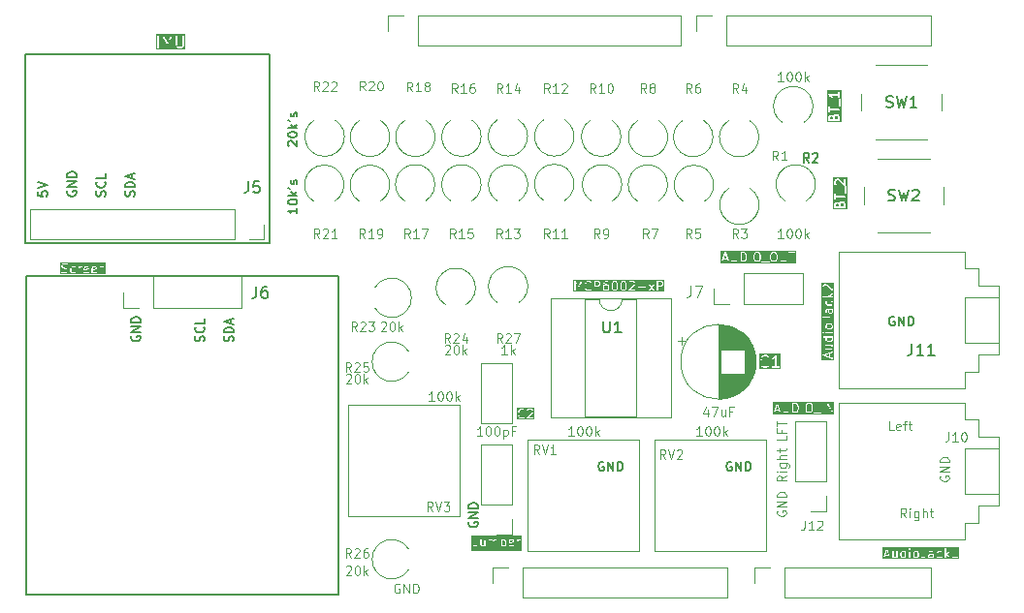
<source format=gbr>
%TF.GenerationSoftware,KiCad,Pcbnew,9.0.7*%
%TF.CreationDate,2026-02-15T19:22:42-07:00*%
%TF.ProjectId,PCB_Project,5043425f-5072-46f6-9a65-63742e6b6963,rev?*%
%TF.SameCoordinates,Original*%
%TF.FileFunction,Legend,Top*%
%TF.FilePolarity,Positive*%
%FSLAX46Y46*%
G04 Gerber Fmt 4.6, Leading zero omitted, Abs format (unit mm)*
G04 Created by KiCad (PCBNEW 9.0.7) date 2026-02-15 19:22:42*
%MOMM*%
%LPD*%
G01*
G04 APERTURE LIST*
%ADD10C,0.150000*%
%ADD11C,0.100000*%
%ADD12C,0.160000*%
%ADD13C,0.125000*%
%ADD14C,0.120000*%
G04 APERTURE END LIST*
D10*
X85779000Y-51232000D02*
X107109000Y-51232000D01*
X107109000Y-67772000D01*
X85779000Y-67772000D01*
X85779000Y-51232000D01*
X85850000Y-70700000D02*
X113150000Y-70700000D01*
X113150000Y-98500000D01*
X85850000Y-98500000D01*
X85850000Y-70700000D01*
D11*
X165682990Y-88148687D02*
X165644895Y-88224877D01*
X165644895Y-88224877D02*
X165644895Y-88339163D01*
X165644895Y-88339163D02*
X165682990Y-88453449D01*
X165682990Y-88453449D02*
X165759180Y-88529639D01*
X165759180Y-88529639D02*
X165835371Y-88567734D01*
X165835371Y-88567734D02*
X165987752Y-88605830D01*
X165987752Y-88605830D02*
X166102038Y-88605830D01*
X166102038Y-88605830D02*
X166254419Y-88567734D01*
X166254419Y-88567734D02*
X166330609Y-88529639D01*
X166330609Y-88529639D02*
X166406800Y-88453449D01*
X166406800Y-88453449D02*
X166444895Y-88339163D01*
X166444895Y-88339163D02*
X166444895Y-88262972D01*
X166444895Y-88262972D02*
X166406800Y-88148687D01*
X166406800Y-88148687D02*
X166368704Y-88110591D01*
X166368704Y-88110591D02*
X166102038Y-88110591D01*
X166102038Y-88110591D02*
X166102038Y-88262972D01*
X166444895Y-87767734D02*
X165644895Y-87767734D01*
X165644895Y-87767734D02*
X166444895Y-87310591D01*
X166444895Y-87310591D02*
X165644895Y-87310591D01*
X166444895Y-86929639D02*
X165644895Y-86929639D01*
X165644895Y-86929639D02*
X165644895Y-86739163D01*
X165644895Y-86739163D02*
X165682990Y-86624877D01*
X165682990Y-86624877D02*
X165759180Y-86548687D01*
X165759180Y-86548687D02*
X165835371Y-86510592D01*
X165835371Y-86510592D02*
X165987752Y-86472496D01*
X165987752Y-86472496D02*
X166102038Y-86472496D01*
X166102038Y-86472496D02*
X166254419Y-86510592D01*
X166254419Y-86510592D02*
X166330609Y-86548687D01*
X166330609Y-86548687D02*
X166406800Y-86624877D01*
X166406800Y-86624877D02*
X166444895Y-86739163D01*
X166444895Y-86739163D02*
X166444895Y-86929639D01*
D10*
X95284200Y-63680935D02*
X95322295Y-63566649D01*
X95322295Y-63566649D02*
X95322295Y-63376173D01*
X95322295Y-63376173D02*
X95284200Y-63299982D01*
X95284200Y-63299982D02*
X95246104Y-63261887D01*
X95246104Y-63261887D02*
X95169914Y-63223792D01*
X95169914Y-63223792D02*
X95093723Y-63223792D01*
X95093723Y-63223792D02*
X95017533Y-63261887D01*
X95017533Y-63261887D02*
X94979438Y-63299982D01*
X94979438Y-63299982D02*
X94941342Y-63376173D01*
X94941342Y-63376173D02*
X94903247Y-63528554D01*
X94903247Y-63528554D02*
X94865152Y-63604744D01*
X94865152Y-63604744D02*
X94827057Y-63642839D01*
X94827057Y-63642839D02*
X94750866Y-63680935D01*
X94750866Y-63680935D02*
X94674676Y-63680935D01*
X94674676Y-63680935D02*
X94598485Y-63642839D01*
X94598485Y-63642839D02*
X94560390Y-63604744D01*
X94560390Y-63604744D02*
X94522295Y-63528554D01*
X94522295Y-63528554D02*
X94522295Y-63338077D01*
X94522295Y-63338077D02*
X94560390Y-63223792D01*
X95322295Y-62880934D02*
X94522295Y-62880934D01*
X94522295Y-62880934D02*
X94522295Y-62690458D01*
X94522295Y-62690458D02*
X94560390Y-62576172D01*
X94560390Y-62576172D02*
X94636580Y-62499982D01*
X94636580Y-62499982D02*
X94712771Y-62461887D01*
X94712771Y-62461887D02*
X94865152Y-62423791D01*
X94865152Y-62423791D02*
X94979438Y-62423791D01*
X94979438Y-62423791D02*
X95131819Y-62461887D01*
X95131819Y-62461887D02*
X95208009Y-62499982D01*
X95208009Y-62499982D02*
X95284200Y-62576172D01*
X95284200Y-62576172D02*
X95322295Y-62690458D01*
X95322295Y-62690458D02*
X95322295Y-62880934D01*
X95093723Y-62119030D02*
X95093723Y-61738077D01*
X95322295Y-62195220D02*
X94522295Y-61928553D01*
X94522295Y-61928553D02*
X95322295Y-61661887D01*
X161668207Y-74240390D02*
X161592017Y-74202295D01*
X161592017Y-74202295D02*
X161477731Y-74202295D01*
X161477731Y-74202295D02*
X161363445Y-74240390D01*
X161363445Y-74240390D02*
X161287255Y-74316580D01*
X161287255Y-74316580D02*
X161249160Y-74392771D01*
X161249160Y-74392771D02*
X161211064Y-74545152D01*
X161211064Y-74545152D02*
X161211064Y-74659438D01*
X161211064Y-74659438D02*
X161249160Y-74811819D01*
X161249160Y-74811819D02*
X161287255Y-74888009D01*
X161287255Y-74888009D02*
X161363445Y-74964200D01*
X161363445Y-74964200D02*
X161477731Y-75002295D01*
X161477731Y-75002295D02*
X161553922Y-75002295D01*
X161553922Y-75002295D02*
X161668207Y-74964200D01*
X161668207Y-74964200D02*
X161706303Y-74926104D01*
X161706303Y-74926104D02*
X161706303Y-74659438D01*
X161706303Y-74659438D02*
X161553922Y-74659438D01*
X162049160Y-75002295D02*
X162049160Y-74202295D01*
X162049160Y-74202295D02*
X162506303Y-75002295D01*
X162506303Y-75002295D02*
X162506303Y-74202295D01*
X162887255Y-75002295D02*
X162887255Y-74202295D01*
X162887255Y-74202295D02*
X163077731Y-74202295D01*
X163077731Y-74202295D02*
X163192017Y-74240390D01*
X163192017Y-74240390D02*
X163268207Y-74316580D01*
X163268207Y-74316580D02*
X163306302Y-74392771D01*
X163306302Y-74392771D02*
X163344398Y-74545152D01*
X163344398Y-74545152D02*
X163344398Y-74659438D01*
X163344398Y-74659438D02*
X163306302Y-74811819D01*
X163306302Y-74811819D02*
X163268207Y-74888009D01*
X163268207Y-74888009D02*
X163192017Y-74964200D01*
X163192017Y-74964200D02*
X163077731Y-75002295D01*
X163077731Y-75002295D02*
X162887255Y-75002295D01*
D12*
G36*
X156247146Y-56717055D02*
G01*
X156266884Y-56736792D01*
X156290727Y-56784478D01*
X156290727Y-56952260D01*
X156069775Y-56952260D01*
X156069775Y-56784478D01*
X156093617Y-56736793D01*
X156113354Y-56717055D01*
X156161041Y-56693213D01*
X156199461Y-56693213D01*
X156247146Y-56717055D01*
G37*
G36*
X156666196Y-56678961D02*
G01*
X156685932Y-56698697D01*
X156709775Y-56746383D01*
X156709775Y-56952260D01*
X156450727Y-56952260D01*
X156450727Y-56778576D01*
X156478744Y-56694522D01*
X156494305Y-56678961D01*
X156541994Y-56655117D01*
X156618508Y-56655117D01*
X156666196Y-56678961D01*
G37*
G36*
X157034854Y-57201149D02*
G01*
X155820885Y-57201149D01*
X155820885Y-56765594D01*
X155909775Y-56765594D01*
X155909775Y-57032260D01*
X155911312Y-57047867D01*
X155923257Y-57076706D01*
X155945329Y-57098778D01*
X155974168Y-57110723D01*
X155989775Y-57112260D01*
X156789775Y-57112260D01*
X156805382Y-57110723D01*
X156834221Y-57098778D01*
X156856293Y-57076706D01*
X156868238Y-57047867D01*
X156869775Y-57032260D01*
X156869775Y-56727498D01*
X156868238Y-56711891D01*
X156867137Y-56709234D01*
X156866934Y-56706368D01*
X156861329Y-56691721D01*
X156823234Y-56615531D01*
X156819005Y-56608813D01*
X156818197Y-56606861D01*
X156816393Y-56604663D01*
X156814880Y-56602259D01*
X156813283Y-56600874D01*
X156808248Y-56594739D01*
X156770152Y-56556644D01*
X156764015Y-56551607D01*
X156762633Y-56550014D01*
X156760229Y-56548501D01*
X156758029Y-56546695D01*
X156756074Y-56545885D01*
X156749361Y-56541659D01*
X156673172Y-56503563D01*
X156658525Y-56497958D01*
X156655657Y-56497754D01*
X156653001Y-56496654D01*
X156637394Y-56495117D01*
X156523108Y-56495117D01*
X156507501Y-56496654D01*
X156504845Y-56497754D01*
X156501976Y-56497958D01*
X156487330Y-56503563D01*
X156411140Y-56541659D01*
X156404423Y-56545886D01*
X156402473Y-56546695D01*
X156400275Y-56548498D01*
X156397868Y-56550014D01*
X156396483Y-56551610D01*
X156390350Y-56556644D01*
X156352254Y-56594739D01*
X156351736Y-56595369D01*
X156351106Y-56594739D01*
X156344968Y-56589702D01*
X156343586Y-56588108D01*
X156341182Y-56586595D01*
X156338983Y-56584790D01*
X156337028Y-56583980D01*
X156330314Y-56579754D01*
X156254123Y-56541659D01*
X156239476Y-56536054D01*
X156236609Y-56535850D01*
X156233953Y-56534750D01*
X156218346Y-56533213D01*
X156142156Y-56533213D01*
X156126549Y-56534750D01*
X156123892Y-56535850D01*
X156121026Y-56536054D01*
X156106379Y-56541659D01*
X156030188Y-56579754D01*
X156023469Y-56583983D01*
X156021519Y-56584791D01*
X156019324Y-56586592D01*
X156016916Y-56588108D01*
X156015530Y-56589705D01*
X156009396Y-56594740D01*
X155971301Y-56632834D01*
X155966264Y-56638971D01*
X155964670Y-56640354D01*
X155963157Y-56642757D01*
X155961352Y-56644957D01*
X155960542Y-56646911D01*
X155956316Y-56653626D01*
X155918221Y-56729817D01*
X155912616Y-56744464D01*
X155912412Y-56747330D01*
X155911312Y-56749987D01*
X155909775Y-56765594D01*
X155820885Y-56765594D01*
X155820885Y-55889403D01*
X155909775Y-55889403D01*
X155909775Y-56346546D01*
X155911312Y-56362153D01*
X155923257Y-56390992D01*
X155945329Y-56413064D01*
X155974168Y-56425009D01*
X156005382Y-56425009D01*
X156034221Y-56413064D01*
X156056293Y-56390992D01*
X156068238Y-56362153D01*
X156069775Y-56346546D01*
X156069775Y-56197975D01*
X156789775Y-56197975D01*
X156805382Y-56196438D01*
X156834221Y-56184493D01*
X156856293Y-56162421D01*
X156868238Y-56133582D01*
X156868238Y-56102368D01*
X156856293Y-56073529D01*
X156834221Y-56051457D01*
X156805382Y-56039512D01*
X156789775Y-56037975D01*
X156069775Y-56037975D01*
X156069775Y-55889403D01*
X156068238Y-55873796D01*
X156056293Y-55844957D01*
X156034221Y-55822885D01*
X156005382Y-55810940D01*
X155974168Y-55810940D01*
X155945329Y-55822885D01*
X155923257Y-55844957D01*
X155911312Y-55873796D01*
X155909775Y-55889403D01*
X155820885Y-55889403D01*
X155820885Y-55203689D01*
X156785965Y-55203689D01*
X156785965Y-55813213D01*
X156787502Y-55828820D01*
X156799447Y-55857659D01*
X156821519Y-55879731D01*
X156850358Y-55891676D01*
X156881572Y-55891676D01*
X156910411Y-55879731D01*
X156932483Y-55857659D01*
X156944428Y-55828820D01*
X156945965Y-55813213D01*
X156945965Y-55203689D01*
X156944428Y-55188082D01*
X156932483Y-55159243D01*
X156910411Y-55137171D01*
X156881572Y-55125226D01*
X156850358Y-55125226D01*
X156821519Y-55137171D01*
X156799447Y-55159243D01*
X156787502Y-55188082D01*
X156785965Y-55203689D01*
X155820885Y-55203689D01*
X155820885Y-54822819D01*
X155909774Y-54822819D01*
X155911312Y-54830508D01*
X155911312Y-54838343D01*
X155914342Y-54845658D01*
X155915896Y-54853428D01*
X155920258Y-54859941D01*
X155923257Y-54867182D01*
X155928857Y-54872782D01*
X155933265Y-54879364D01*
X155945266Y-54889191D01*
X155945329Y-54889254D01*
X155945356Y-54889265D01*
X155945399Y-54889300D01*
X156053093Y-54961096D01*
X156114502Y-55022506D01*
X156146792Y-55087085D01*
X156155146Y-55100357D01*
X156178727Y-55120809D01*
X156208340Y-55130680D01*
X156239476Y-55128467D01*
X156267395Y-55114508D01*
X156287847Y-55090927D01*
X156297718Y-55061314D01*
X156295505Y-55030178D01*
X156289900Y-55015531D01*
X156251805Y-54939340D01*
X156247576Y-54932621D01*
X156246768Y-54930671D01*
X156244966Y-54928476D01*
X156243451Y-54926068D01*
X156241853Y-54924682D01*
X156236819Y-54918548D01*
X156221007Y-54902736D01*
X156709775Y-54902736D01*
X156709775Y-55051308D01*
X156711312Y-55066915D01*
X156723257Y-55095754D01*
X156745329Y-55117826D01*
X156774168Y-55129771D01*
X156805382Y-55129771D01*
X156834221Y-55117826D01*
X156856293Y-55095754D01*
X156868238Y-55066915D01*
X156869775Y-55051308D01*
X156869775Y-54594165D01*
X156868238Y-54578558D01*
X156856293Y-54549719D01*
X156834221Y-54527647D01*
X156805382Y-54515702D01*
X156774168Y-54515702D01*
X156745329Y-54527647D01*
X156723257Y-54549719D01*
X156711312Y-54578558D01*
X156709775Y-54594165D01*
X156709775Y-54742736D01*
X155989775Y-54742736D01*
X155989722Y-54742741D01*
X155989692Y-54742735D01*
X155989601Y-54742753D01*
X155974168Y-54744273D01*
X155966852Y-54747303D01*
X155959083Y-54748857D01*
X155952569Y-54753219D01*
X155945329Y-54756218D01*
X155939728Y-54761818D01*
X155933147Y-54766226D01*
X155928799Y-54772747D01*
X155923257Y-54778290D01*
X155920225Y-54785608D01*
X155915833Y-54792198D01*
X155914311Y-54799887D01*
X155911312Y-54807129D01*
X155911312Y-54815046D01*
X155909774Y-54822819D01*
X155820885Y-54822819D01*
X155820885Y-54426813D01*
X157034854Y-54426813D01*
X157034854Y-57201149D01*
G37*
D11*
X118455312Y-97610990D02*
X118379122Y-97572895D01*
X118379122Y-97572895D02*
X118264836Y-97572895D01*
X118264836Y-97572895D02*
X118150550Y-97610990D01*
X118150550Y-97610990D02*
X118074360Y-97687180D01*
X118074360Y-97687180D02*
X118036265Y-97763371D01*
X118036265Y-97763371D02*
X117998169Y-97915752D01*
X117998169Y-97915752D02*
X117998169Y-98030038D01*
X117998169Y-98030038D02*
X118036265Y-98182419D01*
X118036265Y-98182419D02*
X118074360Y-98258609D01*
X118074360Y-98258609D02*
X118150550Y-98334800D01*
X118150550Y-98334800D02*
X118264836Y-98372895D01*
X118264836Y-98372895D02*
X118341027Y-98372895D01*
X118341027Y-98372895D02*
X118455312Y-98334800D01*
X118455312Y-98334800D02*
X118493408Y-98296704D01*
X118493408Y-98296704D02*
X118493408Y-98030038D01*
X118493408Y-98030038D02*
X118341027Y-98030038D01*
X118836265Y-98372895D02*
X118836265Y-97572895D01*
X118836265Y-97572895D02*
X119293408Y-98372895D01*
X119293408Y-98372895D02*
X119293408Y-97572895D01*
X119674360Y-98372895D02*
X119674360Y-97572895D01*
X119674360Y-97572895D02*
X119864836Y-97572895D01*
X119864836Y-97572895D02*
X119979122Y-97610990D01*
X119979122Y-97610990D02*
X120055312Y-97687180D01*
X120055312Y-97687180D02*
X120093407Y-97763371D01*
X120093407Y-97763371D02*
X120131503Y-97915752D01*
X120131503Y-97915752D02*
X120131503Y-98030038D01*
X120131503Y-98030038D02*
X120093407Y-98182419D01*
X120093407Y-98182419D02*
X120055312Y-98258609D01*
X120055312Y-98258609D02*
X119979122Y-98334800D01*
X119979122Y-98334800D02*
X119864836Y-98372895D01*
X119864836Y-98372895D02*
X119674360Y-98372895D01*
X151458990Y-91196687D02*
X151420895Y-91272877D01*
X151420895Y-91272877D02*
X151420895Y-91387163D01*
X151420895Y-91387163D02*
X151458990Y-91501449D01*
X151458990Y-91501449D02*
X151535180Y-91577639D01*
X151535180Y-91577639D02*
X151611371Y-91615734D01*
X151611371Y-91615734D02*
X151763752Y-91653830D01*
X151763752Y-91653830D02*
X151878038Y-91653830D01*
X151878038Y-91653830D02*
X152030419Y-91615734D01*
X152030419Y-91615734D02*
X152106609Y-91577639D01*
X152106609Y-91577639D02*
X152182800Y-91501449D01*
X152182800Y-91501449D02*
X152220895Y-91387163D01*
X152220895Y-91387163D02*
X152220895Y-91310972D01*
X152220895Y-91310972D02*
X152182800Y-91196687D01*
X152182800Y-91196687D02*
X152144704Y-91158591D01*
X152144704Y-91158591D02*
X151878038Y-91158591D01*
X151878038Y-91158591D02*
X151878038Y-91310972D01*
X152220895Y-90815734D02*
X151420895Y-90815734D01*
X151420895Y-90815734D02*
X152220895Y-90358591D01*
X152220895Y-90358591D02*
X151420895Y-90358591D01*
X152220895Y-89977639D02*
X151420895Y-89977639D01*
X151420895Y-89977639D02*
X151420895Y-89787163D01*
X151420895Y-89787163D02*
X151458990Y-89672877D01*
X151458990Y-89672877D02*
X151535180Y-89596687D01*
X151535180Y-89596687D02*
X151611371Y-89558592D01*
X151611371Y-89558592D02*
X151763752Y-89520496D01*
X151763752Y-89520496D02*
X151878038Y-89520496D01*
X151878038Y-89520496D02*
X152030419Y-89558592D01*
X152030419Y-89558592D02*
X152106609Y-89596687D01*
X152106609Y-89596687D02*
X152182800Y-89672877D01*
X152182800Y-89672877D02*
X152220895Y-89787163D01*
X152220895Y-89787163D02*
X152220895Y-89977639D01*
D12*
G36*
X156755146Y-64337055D02*
G01*
X156774884Y-64356792D01*
X156798727Y-64404478D01*
X156798727Y-64572260D01*
X156577775Y-64572260D01*
X156577775Y-64404478D01*
X156601617Y-64356793D01*
X156621354Y-64337055D01*
X156669041Y-64313213D01*
X156707461Y-64313213D01*
X156755146Y-64337055D01*
G37*
G36*
X157174196Y-64298961D02*
G01*
X157193932Y-64318697D01*
X157217775Y-64366383D01*
X157217775Y-64572260D01*
X156958727Y-64572260D01*
X156958727Y-64398576D01*
X156986744Y-64314522D01*
X157002305Y-64298961D01*
X157049994Y-64275117D01*
X157126508Y-64275117D01*
X157174196Y-64298961D01*
G37*
G36*
X157542854Y-64821149D02*
G01*
X156328886Y-64821149D01*
X156328886Y-64385594D01*
X156417775Y-64385594D01*
X156417775Y-64652260D01*
X156419312Y-64667867D01*
X156431257Y-64696706D01*
X156453329Y-64718778D01*
X156482168Y-64730723D01*
X156497775Y-64732260D01*
X157297775Y-64732260D01*
X157313382Y-64730723D01*
X157342221Y-64718778D01*
X157364293Y-64696706D01*
X157376238Y-64667867D01*
X157377775Y-64652260D01*
X157377775Y-64347498D01*
X157376238Y-64331891D01*
X157375137Y-64329234D01*
X157374934Y-64326368D01*
X157369329Y-64311721D01*
X157331234Y-64235531D01*
X157327005Y-64228813D01*
X157326197Y-64226861D01*
X157324393Y-64224663D01*
X157322880Y-64222259D01*
X157321283Y-64220874D01*
X157316248Y-64214739D01*
X157278152Y-64176644D01*
X157272015Y-64171607D01*
X157270633Y-64170014D01*
X157268229Y-64168501D01*
X157266029Y-64166695D01*
X157264074Y-64165885D01*
X157257361Y-64161659D01*
X157181172Y-64123563D01*
X157166525Y-64117958D01*
X157163657Y-64117754D01*
X157161001Y-64116654D01*
X157145394Y-64115117D01*
X157031108Y-64115117D01*
X157015501Y-64116654D01*
X157012845Y-64117754D01*
X157009976Y-64117958D01*
X156995330Y-64123563D01*
X156919140Y-64161659D01*
X156912423Y-64165886D01*
X156910473Y-64166695D01*
X156908275Y-64168498D01*
X156905868Y-64170014D01*
X156904483Y-64171610D01*
X156898350Y-64176644D01*
X156860254Y-64214739D01*
X156859736Y-64215369D01*
X156859106Y-64214739D01*
X156852968Y-64209702D01*
X156851586Y-64208108D01*
X156849182Y-64206595D01*
X156846983Y-64204790D01*
X156845028Y-64203980D01*
X156838314Y-64199754D01*
X156762123Y-64161659D01*
X156747476Y-64156054D01*
X156744609Y-64155850D01*
X156741953Y-64154750D01*
X156726346Y-64153213D01*
X156650156Y-64153213D01*
X156634549Y-64154750D01*
X156631892Y-64155850D01*
X156629026Y-64156054D01*
X156614379Y-64161659D01*
X156538188Y-64199754D01*
X156531469Y-64203983D01*
X156529519Y-64204791D01*
X156527324Y-64206592D01*
X156524916Y-64208108D01*
X156523530Y-64209705D01*
X156517396Y-64214740D01*
X156479301Y-64252834D01*
X156474264Y-64258971D01*
X156472670Y-64260354D01*
X156471157Y-64262757D01*
X156469352Y-64264957D01*
X156468542Y-64266911D01*
X156464316Y-64273626D01*
X156426221Y-64349817D01*
X156420616Y-64364464D01*
X156420412Y-64367330D01*
X156419312Y-64369987D01*
X156417775Y-64385594D01*
X156328886Y-64385594D01*
X156328886Y-63509403D01*
X156417775Y-63509403D01*
X156417775Y-63966546D01*
X156419312Y-63982153D01*
X156431257Y-64010992D01*
X156453329Y-64033064D01*
X156482168Y-64045009D01*
X156513382Y-64045009D01*
X156542221Y-64033064D01*
X156564293Y-64010992D01*
X156576238Y-63982153D01*
X156577775Y-63966546D01*
X156577775Y-63817975D01*
X157297775Y-63817975D01*
X157313382Y-63816438D01*
X157342221Y-63804493D01*
X157364293Y-63782421D01*
X157376238Y-63753582D01*
X157376238Y-63722368D01*
X157364293Y-63693529D01*
X157342221Y-63671457D01*
X157313382Y-63659512D01*
X157297775Y-63657975D01*
X156577775Y-63657975D01*
X156577775Y-63509403D01*
X156576238Y-63493796D01*
X156564293Y-63464957D01*
X156542221Y-63442885D01*
X156513382Y-63430940D01*
X156482168Y-63430940D01*
X156453329Y-63442885D01*
X156431257Y-63464957D01*
X156419312Y-63493796D01*
X156417775Y-63509403D01*
X156328886Y-63509403D01*
X156328886Y-62366546D01*
X156417775Y-62366546D01*
X156417775Y-62557022D01*
X156419312Y-62572629D01*
X156420412Y-62575285D01*
X156420616Y-62578152D01*
X156426221Y-62592799D01*
X156464316Y-62668989D01*
X156468543Y-62675705D01*
X156469352Y-62677657D01*
X156471154Y-62679853D01*
X156472670Y-62682261D01*
X156474267Y-62683646D01*
X156479301Y-62689780D01*
X156517396Y-62727876D01*
X156529518Y-62737825D01*
X156558357Y-62749771D01*
X156589571Y-62749771D01*
X156618410Y-62737826D01*
X156640482Y-62715755D01*
X156652428Y-62686916D01*
X156652428Y-62655702D01*
X156640483Y-62626863D01*
X156630534Y-62614740D01*
X156601618Y-62585823D01*
X156577775Y-62538137D01*
X156577775Y-62385430D01*
X156601617Y-62337745D01*
X156621354Y-62318007D01*
X156669041Y-62294165D01*
X156713363Y-62294165D01*
X156797416Y-62322182D01*
X157241207Y-62765972D01*
X157253329Y-62775921D01*
X157282168Y-62787867D01*
X157303875Y-62787867D01*
X157295502Y-62808082D01*
X157293965Y-62823689D01*
X157293965Y-63433213D01*
X157295502Y-63448820D01*
X157307447Y-63477659D01*
X157329519Y-63499731D01*
X157358358Y-63511676D01*
X157389572Y-63511676D01*
X157418411Y-63499731D01*
X157440483Y-63477659D01*
X157452428Y-63448820D01*
X157453965Y-63433213D01*
X157453965Y-62823689D01*
X157452428Y-62808082D01*
X157440483Y-62779243D01*
X157418411Y-62757171D01*
X157389572Y-62745226D01*
X157367865Y-62745226D01*
X157376239Y-62725010D01*
X157376239Y-62724999D01*
X157377775Y-62709403D01*
X157377775Y-62214165D01*
X157376238Y-62198558D01*
X157364293Y-62169719D01*
X157342221Y-62147647D01*
X157313382Y-62135702D01*
X157282168Y-62135702D01*
X157253329Y-62147647D01*
X157231257Y-62169719D01*
X157219312Y-62198558D01*
X157217775Y-62214165D01*
X157217775Y-62516265D01*
X156897201Y-62195691D01*
X156885078Y-62185742D01*
X156882420Y-62184641D01*
X156880250Y-62182759D01*
X156865930Y-62176365D01*
X156751644Y-62138270D01*
X156743904Y-62136510D01*
X156741953Y-62135702D01*
X156739124Y-62135423D01*
X156736352Y-62134793D01*
X156734243Y-62134942D01*
X156726346Y-62134165D01*
X156650156Y-62134165D01*
X156634549Y-62135702D01*
X156631892Y-62136802D01*
X156629026Y-62137006D01*
X156614379Y-62142611D01*
X156538188Y-62180706D01*
X156531469Y-62184935D01*
X156529519Y-62185743D01*
X156527324Y-62187544D01*
X156524916Y-62189060D01*
X156523530Y-62190657D01*
X156517396Y-62195692D01*
X156479301Y-62233786D01*
X156474264Y-62239923D01*
X156472670Y-62241306D01*
X156471157Y-62243709D01*
X156469352Y-62245909D01*
X156468542Y-62247863D01*
X156464316Y-62254578D01*
X156426221Y-62330769D01*
X156420616Y-62345416D01*
X156420412Y-62348282D01*
X156419312Y-62350939D01*
X156417775Y-62366546D01*
X156328886Y-62366546D01*
X156328886Y-62045276D01*
X157542854Y-62045276D01*
X157542854Y-64821149D01*
G37*
X147450786Y-86939870D02*
X147374596Y-86901775D01*
X147374596Y-86901775D02*
X147260310Y-86901775D01*
X147260310Y-86901775D02*
X147146024Y-86939870D01*
X147146024Y-86939870D02*
X147069834Y-87016060D01*
X147069834Y-87016060D02*
X147031739Y-87092251D01*
X147031739Y-87092251D02*
X146993643Y-87244632D01*
X146993643Y-87244632D02*
X146993643Y-87358918D01*
X146993643Y-87358918D02*
X147031739Y-87511299D01*
X147031739Y-87511299D02*
X147069834Y-87587489D01*
X147069834Y-87587489D02*
X147146024Y-87663680D01*
X147146024Y-87663680D02*
X147260310Y-87701775D01*
X147260310Y-87701775D02*
X147336501Y-87701775D01*
X147336501Y-87701775D02*
X147450786Y-87663680D01*
X147450786Y-87663680D02*
X147488882Y-87625584D01*
X147488882Y-87625584D02*
X147488882Y-87358918D01*
X147488882Y-87358918D02*
X147336501Y-87358918D01*
X147831739Y-87701775D02*
X147831739Y-86901775D01*
X147831739Y-86901775D02*
X148288882Y-87701775D01*
X148288882Y-87701775D02*
X148288882Y-86901775D01*
X148669834Y-87701775D02*
X148669834Y-86901775D01*
X148669834Y-86901775D02*
X148860310Y-86901775D01*
X148860310Y-86901775D02*
X148974596Y-86939870D01*
X148974596Y-86939870D02*
X149050786Y-87016060D01*
X149050786Y-87016060D02*
X149088881Y-87092251D01*
X149088881Y-87092251D02*
X149126977Y-87244632D01*
X149126977Y-87244632D02*
X149126977Y-87358918D01*
X149126977Y-87358918D02*
X149088881Y-87511299D01*
X149088881Y-87511299D02*
X149050786Y-87587489D01*
X149050786Y-87587489D02*
X148974596Y-87663680D01*
X148974596Y-87663680D02*
X148860310Y-87701775D01*
X148860310Y-87701775D02*
X148669834Y-87701775D01*
X101379680Y-76374356D02*
X101417775Y-76260070D01*
X101417775Y-76260070D02*
X101417775Y-76069594D01*
X101417775Y-76069594D02*
X101379680Y-75993403D01*
X101379680Y-75993403D02*
X101341584Y-75955308D01*
X101341584Y-75955308D02*
X101265394Y-75917213D01*
X101265394Y-75917213D02*
X101189203Y-75917213D01*
X101189203Y-75917213D02*
X101113013Y-75955308D01*
X101113013Y-75955308D02*
X101074918Y-75993403D01*
X101074918Y-75993403D02*
X101036822Y-76069594D01*
X101036822Y-76069594D02*
X100998727Y-76221975D01*
X100998727Y-76221975D02*
X100960632Y-76298165D01*
X100960632Y-76298165D02*
X100922537Y-76336260D01*
X100922537Y-76336260D02*
X100846346Y-76374356D01*
X100846346Y-76374356D02*
X100770156Y-76374356D01*
X100770156Y-76374356D02*
X100693965Y-76336260D01*
X100693965Y-76336260D02*
X100655870Y-76298165D01*
X100655870Y-76298165D02*
X100617775Y-76221975D01*
X100617775Y-76221975D02*
X100617775Y-76031498D01*
X100617775Y-76031498D02*
X100655870Y-75917213D01*
X101341584Y-75117212D02*
X101379680Y-75155308D01*
X101379680Y-75155308D02*
X101417775Y-75269593D01*
X101417775Y-75269593D02*
X101417775Y-75345784D01*
X101417775Y-75345784D02*
X101379680Y-75460070D01*
X101379680Y-75460070D02*
X101303489Y-75536260D01*
X101303489Y-75536260D02*
X101227299Y-75574355D01*
X101227299Y-75574355D02*
X101074918Y-75612451D01*
X101074918Y-75612451D02*
X100960632Y-75612451D01*
X100960632Y-75612451D02*
X100808251Y-75574355D01*
X100808251Y-75574355D02*
X100732060Y-75536260D01*
X100732060Y-75536260D02*
X100655870Y-75460070D01*
X100655870Y-75460070D02*
X100617775Y-75345784D01*
X100617775Y-75345784D02*
X100617775Y-75269593D01*
X100617775Y-75269593D02*
X100655870Y-75155308D01*
X100655870Y-75155308D02*
X100693965Y-75117212D01*
X101417775Y-74393403D02*
X101417775Y-74774355D01*
X101417775Y-74774355D02*
X100617775Y-74774355D01*
D11*
X161597217Y-84148895D02*
X161216265Y-84148895D01*
X161216265Y-84148895D02*
X161216265Y-83348895D01*
X162168646Y-84110800D02*
X162092455Y-84148895D01*
X162092455Y-84148895D02*
X161940074Y-84148895D01*
X161940074Y-84148895D02*
X161863884Y-84110800D01*
X161863884Y-84110800D02*
X161825788Y-84034609D01*
X161825788Y-84034609D02*
X161825788Y-83729847D01*
X161825788Y-83729847D02*
X161863884Y-83653657D01*
X161863884Y-83653657D02*
X161940074Y-83615561D01*
X161940074Y-83615561D02*
X162092455Y-83615561D01*
X162092455Y-83615561D02*
X162168646Y-83653657D01*
X162168646Y-83653657D02*
X162206741Y-83729847D01*
X162206741Y-83729847D02*
X162206741Y-83806038D01*
X162206741Y-83806038D02*
X161825788Y-83882228D01*
X162435312Y-83615561D02*
X162740074Y-83615561D01*
X162549598Y-84148895D02*
X162549598Y-83463180D01*
X162549598Y-83463180D02*
X162587693Y-83386990D01*
X162587693Y-83386990D02*
X162663883Y-83348895D01*
X162663883Y-83348895D02*
X162740074Y-83348895D01*
X162892455Y-83615561D02*
X163197217Y-83615561D01*
X163006741Y-83348895D02*
X163006741Y-84034609D01*
X163006741Y-84034609D02*
X163044836Y-84110800D01*
X163044836Y-84110800D02*
X163121026Y-84148895D01*
X163121026Y-84148895D02*
X163197217Y-84148895D01*
X152220895Y-84630782D02*
X152220895Y-85011734D01*
X152220895Y-85011734D02*
X151420895Y-85011734D01*
X151801847Y-84097449D02*
X151801847Y-84364115D01*
X152220895Y-84364115D02*
X151420895Y-84364115D01*
X151420895Y-84364115D02*
X151420895Y-83983163D01*
X151420895Y-83792687D02*
X151420895Y-83335544D01*
X152220895Y-83564116D02*
X151420895Y-83564116D01*
D10*
X92744200Y-63680935D02*
X92782295Y-63566649D01*
X92782295Y-63566649D02*
X92782295Y-63376173D01*
X92782295Y-63376173D02*
X92744200Y-63299982D01*
X92744200Y-63299982D02*
X92706104Y-63261887D01*
X92706104Y-63261887D02*
X92629914Y-63223792D01*
X92629914Y-63223792D02*
X92553723Y-63223792D01*
X92553723Y-63223792D02*
X92477533Y-63261887D01*
X92477533Y-63261887D02*
X92439438Y-63299982D01*
X92439438Y-63299982D02*
X92401342Y-63376173D01*
X92401342Y-63376173D02*
X92363247Y-63528554D01*
X92363247Y-63528554D02*
X92325152Y-63604744D01*
X92325152Y-63604744D02*
X92287057Y-63642839D01*
X92287057Y-63642839D02*
X92210866Y-63680935D01*
X92210866Y-63680935D02*
X92134676Y-63680935D01*
X92134676Y-63680935D02*
X92058485Y-63642839D01*
X92058485Y-63642839D02*
X92020390Y-63604744D01*
X92020390Y-63604744D02*
X91982295Y-63528554D01*
X91982295Y-63528554D02*
X91982295Y-63338077D01*
X91982295Y-63338077D02*
X92020390Y-63223792D01*
X92706104Y-62423791D02*
X92744200Y-62461887D01*
X92744200Y-62461887D02*
X92782295Y-62576172D01*
X92782295Y-62576172D02*
X92782295Y-62652363D01*
X92782295Y-62652363D02*
X92744200Y-62766649D01*
X92744200Y-62766649D02*
X92668009Y-62842839D01*
X92668009Y-62842839D02*
X92591819Y-62880934D01*
X92591819Y-62880934D02*
X92439438Y-62919030D01*
X92439438Y-62919030D02*
X92325152Y-62919030D01*
X92325152Y-62919030D02*
X92172771Y-62880934D01*
X92172771Y-62880934D02*
X92096580Y-62842839D01*
X92096580Y-62842839D02*
X92020390Y-62766649D01*
X92020390Y-62766649D02*
X91982295Y-62652363D01*
X91982295Y-62652363D02*
X91982295Y-62576172D01*
X91982295Y-62576172D02*
X92020390Y-62461887D01*
X92020390Y-62461887D02*
X92058485Y-62423791D01*
X92782295Y-61699982D02*
X92782295Y-62080934D01*
X92782295Y-62080934D02*
X91982295Y-62080934D01*
D11*
X152220895Y-88110591D02*
X151839942Y-88377258D01*
X152220895Y-88567734D02*
X151420895Y-88567734D01*
X151420895Y-88567734D02*
X151420895Y-88262972D01*
X151420895Y-88262972D02*
X151458990Y-88186782D01*
X151458990Y-88186782D02*
X151497085Y-88148687D01*
X151497085Y-88148687D02*
X151573276Y-88110591D01*
X151573276Y-88110591D02*
X151687561Y-88110591D01*
X151687561Y-88110591D02*
X151763752Y-88148687D01*
X151763752Y-88148687D02*
X151801847Y-88186782D01*
X151801847Y-88186782D02*
X151839942Y-88262972D01*
X151839942Y-88262972D02*
X151839942Y-88567734D01*
X152220895Y-87767734D02*
X151687561Y-87767734D01*
X151420895Y-87767734D02*
X151458990Y-87805830D01*
X151458990Y-87805830D02*
X151497085Y-87767734D01*
X151497085Y-87767734D02*
X151458990Y-87729639D01*
X151458990Y-87729639D02*
X151420895Y-87767734D01*
X151420895Y-87767734D02*
X151497085Y-87767734D01*
X151687561Y-87043925D02*
X152335180Y-87043925D01*
X152335180Y-87043925D02*
X152411371Y-87082020D01*
X152411371Y-87082020D02*
X152449466Y-87120116D01*
X152449466Y-87120116D02*
X152487561Y-87196306D01*
X152487561Y-87196306D02*
X152487561Y-87310592D01*
X152487561Y-87310592D02*
X152449466Y-87386782D01*
X152182800Y-87043925D02*
X152220895Y-87120116D01*
X152220895Y-87120116D02*
X152220895Y-87272497D01*
X152220895Y-87272497D02*
X152182800Y-87348687D01*
X152182800Y-87348687D02*
X152144704Y-87386782D01*
X152144704Y-87386782D02*
X152068514Y-87424878D01*
X152068514Y-87424878D02*
X151839942Y-87424878D01*
X151839942Y-87424878D02*
X151763752Y-87386782D01*
X151763752Y-87386782D02*
X151725657Y-87348687D01*
X151725657Y-87348687D02*
X151687561Y-87272497D01*
X151687561Y-87272497D02*
X151687561Y-87120116D01*
X151687561Y-87120116D02*
X151725657Y-87043925D01*
X152220895Y-86662972D02*
X151420895Y-86662972D01*
X152220895Y-86320115D02*
X151801847Y-86320115D01*
X151801847Y-86320115D02*
X151725657Y-86358210D01*
X151725657Y-86358210D02*
X151687561Y-86434401D01*
X151687561Y-86434401D02*
X151687561Y-86548687D01*
X151687561Y-86548687D02*
X151725657Y-86624877D01*
X151725657Y-86624877D02*
X151763752Y-86662972D01*
X151687561Y-86053448D02*
X151687561Y-85748686D01*
X151420895Y-85939162D02*
X152106609Y-85939162D01*
X152106609Y-85939162D02*
X152182800Y-85901067D01*
X152182800Y-85901067D02*
X152220895Y-85824877D01*
X152220895Y-85824877D02*
X152220895Y-85748686D01*
D12*
X136274786Y-86939870D02*
X136198596Y-86901775D01*
X136198596Y-86901775D02*
X136084310Y-86901775D01*
X136084310Y-86901775D02*
X135970024Y-86939870D01*
X135970024Y-86939870D02*
X135893834Y-87016060D01*
X135893834Y-87016060D02*
X135855739Y-87092251D01*
X135855739Y-87092251D02*
X135817643Y-87244632D01*
X135817643Y-87244632D02*
X135817643Y-87358918D01*
X135817643Y-87358918D02*
X135855739Y-87511299D01*
X135855739Y-87511299D02*
X135893834Y-87587489D01*
X135893834Y-87587489D02*
X135970024Y-87663680D01*
X135970024Y-87663680D02*
X136084310Y-87701775D01*
X136084310Y-87701775D02*
X136160501Y-87701775D01*
X136160501Y-87701775D02*
X136274786Y-87663680D01*
X136274786Y-87663680D02*
X136312882Y-87625584D01*
X136312882Y-87625584D02*
X136312882Y-87358918D01*
X136312882Y-87358918D02*
X136160501Y-87358918D01*
X136655739Y-87701775D02*
X136655739Y-86901775D01*
X136655739Y-86901775D02*
X137112882Y-87701775D01*
X137112882Y-87701775D02*
X137112882Y-86901775D01*
X137493834Y-87701775D02*
X137493834Y-86901775D01*
X137493834Y-86901775D02*
X137684310Y-86901775D01*
X137684310Y-86901775D02*
X137798596Y-86939870D01*
X137798596Y-86939870D02*
X137874786Y-87016060D01*
X137874786Y-87016060D02*
X137912881Y-87092251D01*
X137912881Y-87092251D02*
X137950977Y-87244632D01*
X137950977Y-87244632D02*
X137950977Y-87358918D01*
X137950977Y-87358918D02*
X137912881Y-87511299D01*
X137912881Y-87511299D02*
X137874786Y-87587489D01*
X137874786Y-87587489D02*
X137798596Y-87663680D01*
X137798596Y-87663680D02*
X137684310Y-87701775D01*
X137684310Y-87701775D02*
X137493834Y-87701775D01*
X124531870Y-92173213D02*
X124493775Y-92249403D01*
X124493775Y-92249403D02*
X124493775Y-92363689D01*
X124493775Y-92363689D02*
X124531870Y-92477975D01*
X124531870Y-92477975D02*
X124608060Y-92554165D01*
X124608060Y-92554165D02*
X124684251Y-92592260D01*
X124684251Y-92592260D02*
X124836632Y-92630356D01*
X124836632Y-92630356D02*
X124950918Y-92630356D01*
X124950918Y-92630356D02*
X125103299Y-92592260D01*
X125103299Y-92592260D02*
X125179489Y-92554165D01*
X125179489Y-92554165D02*
X125255680Y-92477975D01*
X125255680Y-92477975D02*
X125293775Y-92363689D01*
X125293775Y-92363689D02*
X125293775Y-92287498D01*
X125293775Y-92287498D02*
X125255680Y-92173213D01*
X125255680Y-92173213D02*
X125217584Y-92135117D01*
X125217584Y-92135117D02*
X124950918Y-92135117D01*
X124950918Y-92135117D02*
X124950918Y-92287498D01*
X125293775Y-91792260D02*
X124493775Y-91792260D01*
X124493775Y-91792260D02*
X125293775Y-91335117D01*
X125293775Y-91335117D02*
X124493775Y-91335117D01*
X125293775Y-90954165D02*
X124493775Y-90954165D01*
X124493775Y-90954165D02*
X124493775Y-90763689D01*
X124493775Y-90763689D02*
X124531870Y-90649403D01*
X124531870Y-90649403D02*
X124608060Y-90573213D01*
X124608060Y-90573213D02*
X124684251Y-90535118D01*
X124684251Y-90535118D02*
X124836632Y-90497022D01*
X124836632Y-90497022D02*
X124950918Y-90497022D01*
X124950918Y-90497022D02*
X125103299Y-90535118D01*
X125103299Y-90535118D02*
X125179489Y-90573213D01*
X125179489Y-90573213D02*
X125255680Y-90649403D01*
X125255680Y-90649403D02*
X125293775Y-90763689D01*
X125293775Y-90763689D02*
X125293775Y-90954165D01*
D10*
X89480390Y-63223792D02*
X89442295Y-63299982D01*
X89442295Y-63299982D02*
X89442295Y-63414268D01*
X89442295Y-63414268D02*
X89480390Y-63528554D01*
X89480390Y-63528554D02*
X89556580Y-63604744D01*
X89556580Y-63604744D02*
X89632771Y-63642839D01*
X89632771Y-63642839D02*
X89785152Y-63680935D01*
X89785152Y-63680935D02*
X89899438Y-63680935D01*
X89899438Y-63680935D02*
X90051819Y-63642839D01*
X90051819Y-63642839D02*
X90128009Y-63604744D01*
X90128009Y-63604744D02*
X90204200Y-63528554D01*
X90204200Y-63528554D02*
X90242295Y-63414268D01*
X90242295Y-63414268D02*
X90242295Y-63338077D01*
X90242295Y-63338077D02*
X90204200Y-63223792D01*
X90204200Y-63223792D02*
X90166104Y-63185696D01*
X90166104Y-63185696D02*
X89899438Y-63185696D01*
X89899438Y-63185696D02*
X89899438Y-63338077D01*
X90242295Y-62842839D02*
X89442295Y-62842839D01*
X89442295Y-62842839D02*
X90242295Y-62385696D01*
X90242295Y-62385696D02*
X89442295Y-62385696D01*
X90242295Y-62004744D02*
X89442295Y-62004744D01*
X89442295Y-62004744D02*
X89442295Y-61814268D01*
X89442295Y-61814268D02*
X89480390Y-61699982D01*
X89480390Y-61699982D02*
X89556580Y-61623792D01*
X89556580Y-61623792D02*
X89632771Y-61585697D01*
X89632771Y-61585697D02*
X89785152Y-61547601D01*
X89785152Y-61547601D02*
X89899438Y-61547601D01*
X89899438Y-61547601D02*
X90051819Y-61585697D01*
X90051819Y-61585697D02*
X90128009Y-61623792D01*
X90128009Y-61623792D02*
X90204200Y-61699982D01*
X90204200Y-61699982D02*
X90242295Y-61814268D01*
X90242295Y-61814268D02*
X90242295Y-62004744D01*
D11*
X162689408Y-91768895D02*
X162422741Y-91387942D01*
X162232265Y-91768895D02*
X162232265Y-90968895D01*
X162232265Y-90968895D02*
X162537027Y-90968895D01*
X162537027Y-90968895D02*
X162613217Y-91006990D01*
X162613217Y-91006990D02*
X162651312Y-91045085D01*
X162651312Y-91045085D02*
X162689408Y-91121276D01*
X162689408Y-91121276D02*
X162689408Y-91235561D01*
X162689408Y-91235561D02*
X162651312Y-91311752D01*
X162651312Y-91311752D02*
X162613217Y-91349847D01*
X162613217Y-91349847D02*
X162537027Y-91387942D01*
X162537027Y-91387942D02*
X162232265Y-91387942D01*
X163032265Y-91768895D02*
X163032265Y-91235561D01*
X163032265Y-90968895D02*
X162994169Y-91006990D01*
X162994169Y-91006990D02*
X163032265Y-91045085D01*
X163032265Y-91045085D02*
X163070360Y-91006990D01*
X163070360Y-91006990D02*
X163032265Y-90968895D01*
X163032265Y-90968895D02*
X163032265Y-91045085D01*
X163756074Y-91235561D02*
X163756074Y-91883180D01*
X163756074Y-91883180D02*
X163717979Y-91959371D01*
X163717979Y-91959371D02*
X163679883Y-91997466D01*
X163679883Y-91997466D02*
X163603693Y-92035561D01*
X163603693Y-92035561D02*
X163489407Y-92035561D01*
X163489407Y-92035561D02*
X163413217Y-91997466D01*
X163756074Y-91730800D02*
X163679883Y-91768895D01*
X163679883Y-91768895D02*
X163527502Y-91768895D01*
X163527502Y-91768895D02*
X163451312Y-91730800D01*
X163451312Y-91730800D02*
X163413217Y-91692704D01*
X163413217Y-91692704D02*
X163375121Y-91616514D01*
X163375121Y-91616514D02*
X163375121Y-91387942D01*
X163375121Y-91387942D02*
X163413217Y-91311752D01*
X163413217Y-91311752D02*
X163451312Y-91273657D01*
X163451312Y-91273657D02*
X163527502Y-91235561D01*
X163527502Y-91235561D02*
X163679883Y-91235561D01*
X163679883Y-91235561D02*
X163756074Y-91273657D01*
X164137027Y-91768895D02*
X164137027Y-90968895D01*
X164479884Y-91768895D02*
X164479884Y-91349847D01*
X164479884Y-91349847D02*
X164441789Y-91273657D01*
X164441789Y-91273657D02*
X164365598Y-91235561D01*
X164365598Y-91235561D02*
X164251312Y-91235561D01*
X164251312Y-91235561D02*
X164175122Y-91273657D01*
X164175122Y-91273657D02*
X164137027Y-91311752D01*
X164746551Y-91235561D02*
X165051313Y-91235561D01*
X164860837Y-90968895D02*
X164860837Y-91654609D01*
X164860837Y-91654609D02*
X164898932Y-91730800D01*
X164898932Y-91730800D02*
X164975122Y-91768895D01*
X164975122Y-91768895D02*
X165051313Y-91768895D01*
D10*
X86902295Y-63261887D02*
X86902295Y-63642839D01*
X86902295Y-63642839D02*
X87283247Y-63680935D01*
X87283247Y-63680935D02*
X87245152Y-63642839D01*
X87245152Y-63642839D02*
X87207057Y-63566649D01*
X87207057Y-63566649D02*
X87207057Y-63376173D01*
X87207057Y-63376173D02*
X87245152Y-63299982D01*
X87245152Y-63299982D02*
X87283247Y-63261887D01*
X87283247Y-63261887D02*
X87359438Y-63223792D01*
X87359438Y-63223792D02*
X87549914Y-63223792D01*
X87549914Y-63223792D02*
X87626104Y-63261887D01*
X87626104Y-63261887D02*
X87664200Y-63299982D01*
X87664200Y-63299982D02*
X87702295Y-63376173D01*
X87702295Y-63376173D02*
X87702295Y-63566649D01*
X87702295Y-63566649D02*
X87664200Y-63642839D01*
X87664200Y-63642839D02*
X87626104Y-63680935D01*
X86902295Y-62995220D02*
X87702295Y-62728553D01*
X87702295Y-62728553D02*
X86902295Y-62461887D01*
D12*
X95067870Y-75917213D02*
X95029775Y-75993403D01*
X95029775Y-75993403D02*
X95029775Y-76107689D01*
X95029775Y-76107689D02*
X95067870Y-76221975D01*
X95067870Y-76221975D02*
X95144060Y-76298165D01*
X95144060Y-76298165D02*
X95220251Y-76336260D01*
X95220251Y-76336260D02*
X95372632Y-76374356D01*
X95372632Y-76374356D02*
X95486918Y-76374356D01*
X95486918Y-76374356D02*
X95639299Y-76336260D01*
X95639299Y-76336260D02*
X95715489Y-76298165D01*
X95715489Y-76298165D02*
X95791680Y-76221975D01*
X95791680Y-76221975D02*
X95829775Y-76107689D01*
X95829775Y-76107689D02*
X95829775Y-76031498D01*
X95829775Y-76031498D02*
X95791680Y-75917213D01*
X95791680Y-75917213D02*
X95753584Y-75879117D01*
X95753584Y-75879117D02*
X95486918Y-75879117D01*
X95486918Y-75879117D02*
X95486918Y-76031498D01*
X95829775Y-75536260D02*
X95029775Y-75536260D01*
X95029775Y-75536260D02*
X95829775Y-75079117D01*
X95829775Y-75079117D02*
X95029775Y-75079117D01*
X95829775Y-74698165D02*
X95029775Y-74698165D01*
X95029775Y-74698165D02*
X95029775Y-74507689D01*
X95029775Y-74507689D02*
X95067870Y-74393403D01*
X95067870Y-74393403D02*
X95144060Y-74317213D01*
X95144060Y-74317213D02*
X95220251Y-74279118D01*
X95220251Y-74279118D02*
X95372632Y-74241022D01*
X95372632Y-74241022D02*
X95486918Y-74241022D01*
X95486918Y-74241022D02*
X95639299Y-74279118D01*
X95639299Y-74279118D02*
X95715489Y-74317213D01*
X95715489Y-74317213D02*
X95791680Y-74393403D01*
X95791680Y-74393403D02*
X95829775Y-74507689D01*
X95829775Y-74507689D02*
X95829775Y-74698165D01*
X103919680Y-76374356D02*
X103957775Y-76260070D01*
X103957775Y-76260070D02*
X103957775Y-76069594D01*
X103957775Y-76069594D02*
X103919680Y-75993403D01*
X103919680Y-75993403D02*
X103881584Y-75955308D01*
X103881584Y-75955308D02*
X103805394Y-75917213D01*
X103805394Y-75917213D02*
X103729203Y-75917213D01*
X103729203Y-75917213D02*
X103653013Y-75955308D01*
X103653013Y-75955308D02*
X103614918Y-75993403D01*
X103614918Y-75993403D02*
X103576822Y-76069594D01*
X103576822Y-76069594D02*
X103538727Y-76221975D01*
X103538727Y-76221975D02*
X103500632Y-76298165D01*
X103500632Y-76298165D02*
X103462537Y-76336260D01*
X103462537Y-76336260D02*
X103386346Y-76374356D01*
X103386346Y-76374356D02*
X103310156Y-76374356D01*
X103310156Y-76374356D02*
X103233965Y-76336260D01*
X103233965Y-76336260D02*
X103195870Y-76298165D01*
X103195870Y-76298165D02*
X103157775Y-76221975D01*
X103157775Y-76221975D02*
X103157775Y-76031498D01*
X103157775Y-76031498D02*
X103195870Y-75917213D01*
X103957775Y-75574355D02*
X103157775Y-75574355D01*
X103157775Y-75574355D02*
X103157775Y-75383879D01*
X103157775Y-75383879D02*
X103195870Y-75269593D01*
X103195870Y-75269593D02*
X103272060Y-75193403D01*
X103272060Y-75193403D02*
X103348251Y-75155308D01*
X103348251Y-75155308D02*
X103500632Y-75117212D01*
X103500632Y-75117212D02*
X103614918Y-75117212D01*
X103614918Y-75117212D02*
X103767299Y-75155308D01*
X103767299Y-75155308D02*
X103843489Y-75193403D01*
X103843489Y-75193403D02*
X103919680Y-75269593D01*
X103919680Y-75269593D02*
X103957775Y-75383879D01*
X103957775Y-75383879D02*
X103957775Y-75574355D01*
X103729203Y-74812451D02*
X103729203Y-74431498D01*
X103957775Y-74888641D02*
X103157775Y-74621974D01*
X103157775Y-74621974D02*
X103957775Y-74355308D01*
D11*
X151974856Y-67344895D02*
X151517713Y-67344895D01*
X151746285Y-67344895D02*
X151746285Y-66544895D01*
X151746285Y-66544895D02*
X151670094Y-66659180D01*
X151670094Y-66659180D02*
X151593904Y-66735371D01*
X151593904Y-66735371D02*
X151517713Y-66773466D01*
X152470095Y-66544895D02*
X152546285Y-66544895D01*
X152546285Y-66544895D02*
X152622476Y-66582990D01*
X152622476Y-66582990D02*
X152660571Y-66621085D01*
X152660571Y-66621085D02*
X152698666Y-66697276D01*
X152698666Y-66697276D02*
X152736761Y-66849657D01*
X152736761Y-66849657D02*
X152736761Y-67040133D01*
X152736761Y-67040133D02*
X152698666Y-67192514D01*
X152698666Y-67192514D02*
X152660571Y-67268704D01*
X152660571Y-67268704D02*
X152622476Y-67306800D01*
X152622476Y-67306800D02*
X152546285Y-67344895D01*
X152546285Y-67344895D02*
X152470095Y-67344895D01*
X152470095Y-67344895D02*
X152393904Y-67306800D01*
X152393904Y-67306800D02*
X152355809Y-67268704D01*
X152355809Y-67268704D02*
X152317714Y-67192514D01*
X152317714Y-67192514D02*
X152279618Y-67040133D01*
X152279618Y-67040133D02*
X152279618Y-66849657D01*
X152279618Y-66849657D02*
X152317714Y-66697276D01*
X152317714Y-66697276D02*
X152355809Y-66621085D01*
X152355809Y-66621085D02*
X152393904Y-66582990D01*
X152393904Y-66582990D02*
X152470095Y-66544895D01*
X153232000Y-66544895D02*
X153308190Y-66544895D01*
X153308190Y-66544895D02*
X153384381Y-66582990D01*
X153384381Y-66582990D02*
X153422476Y-66621085D01*
X153422476Y-66621085D02*
X153460571Y-66697276D01*
X153460571Y-66697276D02*
X153498666Y-66849657D01*
X153498666Y-66849657D02*
X153498666Y-67040133D01*
X153498666Y-67040133D02*
X153460571Y-67192514D01*
X153460571Y-67192514D02*
X153422476Y-67268704D01*
X153422476Y-67268704D02*
X153384381Y-67306800D01*
X153384381Y-67306800D02*
X153308190Y-67344895D01*
X153308190Y-67344895D02*
X153232000Y-67344895D01*
X153232000Y-67344895D02*
X153155809Y-67306800D01*
X153155809Y-67306800D02*
X153117714Y-67268704D01*
X153117714Y-67268704D02*
X153079619Y-67192514D01*
X153079619Y-67192514D02*
X153041523Y-67040133D01*
X153041523Y-67040133D02*
X153041523Y-66849657D01*
X153041523Y-66849657D02*
X153079619Y-66697276D01*
X153079619Y-66697276D02*
X153117714Y-66621085D01*
X153117714Y-66621085D02*
X153155809Y-66582990D01*
X153155809Y-66582990D02*
X153232000Y-66544895D01*
X153841524Y-67344895D02*
X153841524Y-66544895D01*
X153917714Y-67040133D02*
X154146286Y-67344895D01*
X154146286Y-66811561D02*
X153841524Y-67116323D01*
D10*
X163198476Y-76594819D02*
X163198476Y-77309104D01*
X163198476Y-77309104D02*
X163150857Y-77451961D01*
X163150857Y-77451961D02*
X163055619Y-77547200D01*
X163055619Y-77547200D02*
X162912762Y-77594819D01*
X162912762Y-77594819D02*
X162817524Y-77594819D01*
X164198476Y-77594819D02*
X163627048Y-77594819D01*
X163912762Y-77594819D02*
X163912762Y-76594819D01*
X163912762Y-76594819D02*
X163817524Y-76737676D01*
X163817524Y-76737676D02*
X163722286Y-76832914D01*
X163722286Y-76832914D02*
X163627048Y-76880533D01*
X165150857Y-77594819D02*
X164579429Y-77594819D01*
X164865143Y-77594819D02*
X164865143Y-76594819D01*
X164865143Y-76594819D02*
X164769905Y-76737676D01*
X164769905Y-76737676D02*
X164674667Y-76832914D01*
X164674667Y-76832914D02*
X164579429Y-76880533D01*
D11*
G36*
X155966323Y-77711581D02*
G01*
X155603008Y-77590476D01*
X155966323Y-77469371D01*
X155966323Y-77711581D01*
G37*
G36*
X156194895Y-76078469D02*
G01*
X156194895Y-76207245D01*
X156165708Y-76265618D01*
X156139086Y-76292240D01*
X156080711Y-76321429D01*
X155875745Y-76321429D01*
X155817370Y-76292241D01*
X155790750Y-76265621D01*
X155761561Y-76207244D01*
X155761561Y-76078470D01*
X155780558Y-76040476D01*
X156175899Y-76040476D01*
X156194895Y-76078469D01*
G37*
G36*
X156139085Y-74926806D02*
G01*
X156165708Y-74953429D01*
X156194895Y-75011802D01*
X156194895Y-75102483D01*
X156165708Y-75160856D01*
X156139086Y-75187478D01*
X156080711Y-75216667D01*
X155875745Y-75216667D01*
X155817370Y-75187479D01*
X155790750Y-75160859D01*
X155761561Y-75102482D01*
X155761561Y-75011803D01*
X155790749Y-74953426D01*
X155817370Y-74926806D01*
X155875745Y-74897619D01*
X156080711Y-74897619D01*
X156139085Y-74926806D01*
G37*
G36*
X156194895Y-73640373D02*
G01*
X156194895Y-73807244D01*
X156169532Y-73857969D01*
X156118806Y-73883333D01*
X156066222Y-73883333D01*
X156015495Y-73857969D01*
X155990133Y-73807244D01*
X155990133Y-73628571D01*
X155989644Y-73626114D01*
X155990007Y-73625027D01*
X155987890Y-73617297D01*
X155986327Y-73609437D01*
X155985516Y-73608626D01*
X155984855Y-73606211D01*
X155982939Y-73602380D01*
X156175899Y-73602380D01*
X156194895Y-73640373D01*
G37*
G36*
X156383784Y-77995906D02*
G01*
X155306006Y-77995906D01*
X155306006Y-77586932D01*
X155395021Y-77586932D01*
X155396202Y-77590476D01*
X155395021Y-77594020D01*
X155402108Y-77608196D01*
X155407122Y-77623236D01*
X155410464Y-77624906D01*
X155412135Y-77628249D01*
X155429084Y-77637910D01*
X156229083Y-77904577D01*
X156248439Y-77907017D01*
X156282668Y-77889903D01*
X156294769Y-77853599D01*
X156277655Y-77819370D01*
X156260706Y-77809709D01*
X156066323Y-77744914D01*
X156066323Y-77436038D01*
X156260707Y-77371244D01*
X156277655Y-77361583D01*
X156294769Y-77327354D01*
X156282668Y-77291050D01*
X156248439Y-77273936D01*
X156229084Y-77276376D01*
X155429084Y-77543042D01*
X155412135Y-77552703D01*
X155410464Y-77556045D01*
X155407122Y-77557716D01*
X155402108Y-77572755D01*
X155395021Y-77586932D01*
X155306006Y-77586932D01*
X155306006Y-76695152D01*
X155665367Y-76695152D01*
X155665367Y-76733420D01*
X155692427Y-76760480D01*
X155711561Y-76764286D01*
X156147993Y-76764286D01*
X156165708Y-76782001D01*
X156194895Y-76840374D01*
X156194895Y-76931055D01*
X156169532Y-76981779D01*
X156118807Y-77007143D01*
X155711561Y-77007143D01*
X155692427Y-77010949D01*
X155665367Y-77038009D01*
X155665367Y-77076277D01*
X155692427Y-77103337D01*
X155711561Y-77107143D01*
X156130609Y-77107143D01*
X156133065Y-77106654D01*
X156134153Y-77107017D01*
X156141877Y-77104901D01*
X156149743Y-77103337D01*
X156150554Y-77102525D01*
X156152969Y-77101864D01*
X156229161Y-77063769D01*
X156237023Y-77057666D01*
X156239560Y-77056821D01*
X156241751Y-77053996D01*
X156244572Y-77051808D01*
X156245416Y-77049274D01*
X156251521Y-77041409D01*
X156289616Y-76965219D01*
X156290277Y-76962803D01*
X156291089Y-76961992D01*
X156292652Y-76954130D01*
X156294769Y-76946403D01*
X156294406Y-76945314D01*
X156294895Y-76942858D01*
X156294895Y-76828572D01*
X156294406Y-76826115D01*
X156294769Y-76825028D01*
X156292652Y-76817298D01*
X156291089Y-76809438D01*
X156290278Y-76808627D01*
X156289617Y-76806212D01*
X156265843Y-76758665D01*
X156291089Y-76733420D01*
X156291089Y-76695152D01*
X156264029Y-76668092D01*
X156244895Y-76664286D01*
X155711561Y-76664286D01*
X155692427Y-76668092D01*
X155665367Y-76695152D01*
X155306006Y-76695152D01*
X155306006Y-75971342D01*
X155398701Y-75971342D01*
X155398701Y-76009610D01*
X155425761Y-76036670D01*
X155444895Y-76040476D01*
X155668755Y-76040476D01*
X155666840Y-76044306D01*
X155666178Y-76046721D01*
X155665367Y-76047533D01*
X155663803Y-76055394D01*
X155661687Y-76063122D01*
X155662049Y-76064210D01*
X155661561Y-76066667D01*
X155661561Y-76219048D01*
X155662049Y-76221504D01*
X155661687Y-76222593D01*
X155663803Y-76230320D01*
X155665367Y-76238182D01*
X155666178Y-76238993D01*
X155666840Y-76241409D01*
X155704936Y-76317599D01*
X155709849Y-76323930D01*
X155714302Y-76330593D01*
X155752396Y-76368688D01*
X155759062Y-76373142D01*
X155765391Y-76378054D01*
X155841580Y-76416150D01*
X155843996Y-76416811D01*
X155844808Y-76417623D01*
X155852666Y-76419186D01*
X155860396Y-76421303D01*
X155861484Y-76420940D01*
X155863942Y-76421429D01*
X156092514Y-76421429D01*
X156094970Y-76420940D01*
X156096059Y-76421303D01*
X156103786Y-76419186D01*
X156111648Y-76417623D01*
X156112459Y-76416811D01*
X156114875Y-76416150D01*
X156191065Y-76378054D01*
X156197390Y-76373144D01*
X156204059Y-76368689D01*
X156242155Y-76330594D01*
X156246606Y-76323930D01*
X156251521Y-76317599D01*
X156289616Y-76241409D01*
X156290277Y-76238993D01*
X156291089Y-76238182D01*
X156292652Y-76230320D01*
X156294769Y-76222593D01*
X156294406Y-76221504D01*
X156294895Y-76219048D01*
X156294895Y-76066667D01*
X156294406Y-76064210D01*
X156294769Y-76063123D01*
X156292652Y-76055393D01*
X156291089Y-76047533D01*
X156290278Y-76046722D01*
X156289617Y-76044307D01*
X156278541Y-76022157D01*
X156291089Y-76009610D01*
X156291089Y-75971342D01*
X156264029Y-75944282D01*
X156244895Y-75940476D01*
X155444895Y-75940476D01*
X155425761Y-75944282D01*
X155398701Y-75971342D01*
X155306006Y-75971342D01*
X155306006Y-75590388D01*
X155398701Y-75590388D01*
X155398701Y-75628657D01*
X155409539Y-75644878D01*
X155447634Y-75682974D01*
X155463854Y-75693811D01*
X155463856Y-75693813D01*
X155502124Y-75693813D01*
X155502125Y-75693813D01*
X155518346Y-75682974D01*
X155556441Y-75644878D01*
X155567279Y-75628657D01*
X155567279Y-75612264D01*
X155567279Y-75590389D01*
X155665367Y-75590389D01*
X155665367Y-75628657D01*
X155692427Y-75655717D01*
X155711561Y-75659523D01*
X156244895Y-75659523D01*
X156264029Y-75655717D01*
X156291089Y-75628657D01*
X156291089Y-75590389D01*
X156264029Y-75563329D01*
X156244895Y-75559523D01*
X155711561Y-75559523D01*
X155692427Y-75563329D01*
X155665367Y-75590389D01*
X155567279Y-75590389D01*
X155567279Y-75590388D01*
X155556440Y-75574167D01*
X155518345Y-75536073D01*
X155502124Y-75525234D01*
X155463855Y-75525234D01*
X155447634Y-75536073D01*
X155409540Y-75574168D01*
X155398703Y-75590385D01*
X155398701Y-75590388D01*
X155306006Y-75590388D01*
X155306006Y-75000000D01*
X155661561Y-75000000D01*
X155661561Y-75114286D01*
X155662049Y-75116742D01*
X155661687Y-75117831D01*
X155663803Y-75125558D01*
X155665367Y-75133420D01*
X155666178Y-75134231D01*
X155666840Y-75136647D01*
X155704936Y-75212837D01*
X155709849Y-75219168D01*
X155714302Y-75225831D01*
X155752396Y-75263926D01*
X155759062Y-75268380D01*
X155765391Y-75273292D01*
X155841580Y-75311388D01*
X155843996Y-75312049D01*
X155844808Y-75312861D01*
X155852666Y-75314424D01*
X155860396Y-75316541D01*
X155861484Y-75316178D01*
X155863942Y-75316667D01*
X156092514Y-75316667D01*
X156094970Y-75316178D01*
X156096059Y-75316541D01*
X156103786Y-75314424D01*
X156111648Y-75312861D01*
X156112459Y-75312049D01*
X156114875Y-75311388D01*
X156191065Y-75273292D01*
X156197390Y-75268382D01*
X156204059Y-75263927D01*
X156242155Y-75225832D01*
X156246606Y-75219168D01*
X156251521Y-75212837D01*
X156289616Y-75136647D01*
X156290277Y-75134231D01*
X156291089Y-75133420D01*
X156292652Y-75125558D01*
X156294769Y-75117831D01*
X156294406Y-75116742D01*
X156294895Y-75114286D01*
X156294895Y-75000000D01*
X156294406Y-74997543D01*
X156294769Y-74996456D01*
X156292652Y-74988726D01*
X156291089Y-74980866D01*
X156290278Y-74980055D01*
X156289617Y-74977640D01*
X156251521Y-74901449D01*
X156246611Y-74895123D01*
X156242155Y-74888453D01*
X156204059Y-74850358D01*
X156197393Y-74845904D01*
X156191065Y-74840993D01*
X156114875Y-74802898D01*
X156112459Y-74802236D01*
X156111648Y-74801425D01*
X156103786Y-74799861D01*
X156096059Y-74797745D01*
X156094970Y-74798107D01*
X156092514Y-74797619D01*
X155863942Y-74797619D01*
X155861485Y-74798107D01*
X155860397Y-74797745D01*
X155852669Y-74799861D01*
X155844808Y-74801425D01*
X155843996Y-74802236D01*
X155841581Y-74802898D01*
X155765391Y-74840993D01*
X155759062Y-74845904D01*
X155752396Y-74850359D01*
X155714302Y-74888454D01*
X155709849Y-74895116D01*
X155704936Y-74901448D01*
X155666840Y-74977639D01*
X155666178Y-74980054D01*
X155665367Y-74980866D01*
X155663803Y-74988727D01*
X155661687Y-74996455D01*
X155662049Y-74997543D01*
X155661561Y-75000000D01*
X155306006Y-75000000D01*
X155306006Y-74257056D01*
X155398701Y-74257056D01*
X155398701Y-74295324D01*
X155425761Y-74322384D01*
X155444895Y-74326190D01*
X156008210Y-74326190D01*
X156103600Y-74357986D01*
X156163098Y-74417485D01*
X156194895Y-74512874D01*
X156194895Y-74580952D01*
X156198701Y-74600086D01*
X156225761Y-74627146D01*
X156264029Y-74627146D01*
X156291089Y-74600086D01*
X156294895Y-74580952D01*
X156294895Y-74504761D01*
X156293331Y-74496898D01*
X156292329Y-74488950D01*
X156254234Y-74374665D01*
X156252994Y-74372489D01*
X156252994Y-74371341D01*
X156248539Y-74364674D01*
X156244573Y-74357716D01*
X156243546Y-74357202D01*
X156242155Y-74355120D01*
X156165964Y-74278930D01*
X156163882Y-74277539D01*
X156163369Y-74276512D01*
X156156403Y-74272541D01*
X156149743Y-74268091D01*
X156148595Y-74268091D01*
X156146420Y-74266851D01*
X156032134Y-74228756D01*
X156024185Y-74227753D01*
X156016323Y-74226190D01*
X155444895Y-74226190D01*
X155425761Y-74229996D01*
X155398701Y-74257056D01*
X155306006Y-74257056D01*
X155306006Y-73666666D01*
X155661561Y-73666666D01*
X155661561Y-73819047D01*
X155662049Y-73821503D01*
X155661687Y-73822592D01*
X155663803Y-73830319D01*
X155665367Y-73838181D01*
X155666178Y-73838992D01*
X155666840Y-73841408D01*
X155704936Y-73917598D01*
X155716897Y-73933009D01*
X155753202Y-73945111D01*
X155787430Y-73927996D01*
X155799531Y-73891691D01*
X155794378Y-73872875D01*
X155761561Y-73807243D01*
X155761561Y-73678469D01*
X155786924Y-73627742D01*
X155837650Y-73602380D01*
X155871137Y-73602380D01*
X155890133Y-73640373D01*
X155890133Y-73819047D01*
X155890621Y-73821503D01*
X155890259Y-73822592D01*
X155892375Y-73830319D01*
X155893939Y-73838181D01*
X155894750Y-73838992D01*
X155895412Y-73841408D01*
X155933507Y-73917598D01*
X155939609Y-73925461D01*
X155940455Y-73927997D01*
X155943277Y-73930187D01*
X155945468Y-73933010D01*
X155948003Y-73933855D01*
X155955867Y-73939958D01*
X156032058Y-73978054D01*
X156034473Y-73978715D01*
X156035285Y-73979527D01*
X156043146Y-73981090D01*
X156050874Y-73983207D01*
X156051962Y-73982844D01*
X156054419Y-73983333D01*
X156130609Y-73983333D01*
X156133065Y-73982844D01*
X156134154Y-73983207D01*
X156141881Y-73981090D01*
X156149743Y-73979527D01*
X156150554Y-73978715D01*
X156152970Y-73978054D01*
X156229161Y-73939958D01*
X156237023Y-73933855D01*
X156239560Y-73933010D01*
X156241751Y-73930185D01*
X156244572Y-73927997D01*
X156245416Y-73925463D01*
X156251521Y-73917598D01*
X156289616Y-73841408D01*
X156290277Y-73838992D01*
X156291089Y-73838181D01*
X156292652Y-73830319D01*
X156294769Y-73822592D01*
X156294406Y-73821503D01*
X156294895Y-73819047D01*
X156294895Y-73628571D01*
X156294406Y-73626114D01*
X156294769Y-73625027D01*
X156292652Y-73617297D01*
X156291089Y-73609437D01*
X156290278Y-73608626D01*
X156289617Y-73606211D01*
X156278541Y-73584061D01*
X156291089Y-73571514D01*
X156291089Y-73533246D01*
X156264029Y-73506186D01*
X156244895Y-73502380D01*
X155825847Y-73502380D01*
X155823390Y-73502868D01*
X155822302Y-73502506D01*
X155814574Y-73504622D01*
X155806713Y-73506186D01*
X155805901Y-73506997D01*
X155803486Y-73507659D01*
X155727296Y-73545754D01*
X155719430Y-73551858D01*
X155716897Y-73552703D01*
X155714708Y-73555523D01*
X155711884Y-73557715D01*
X155711038Y-73560251D01*
X155704936Y-73568114D01*
X155666840Y-73644305D01*
X155666178Y-73646720D01*
X155665367Y-73647532D01*
X155663803Y-73655393D01*
X155661687Y-73663121D01*
X155662049Y-73664209D01*
X155661561Y-73666666D01*
X155306006Y-73666666D01*
X155306006Y-72904761D01*
X155661561Y-72904761D01*
X155661561Y-73057142D01*
X155662049Y-73059598D01*
X155661687Y-73060687D01*
X155663803Y-73068414D01*
X155665367Y-73076276D01*
X155666178Y-73077087D01*
X155666840Y-73079503D01*
X155704936Y-73155693D01*
X155709849Y-73162024D01*
X155714302Y-73168687D01*
X155752396Y-73206782D01*
X155759062Y-73211236D01*
X155765391Y-73216148D01*
X155841580Y-73254244D01*
X155843996Y-73254905D01*
X155844808Y-73255717D01*
X155852666Y-73257280D01*
X155860396Y-73259397D01*
X155861484Y-73259034D01*
X155863942Y-73259523D01*
X156092514Y-73259523D01*
X156094970Y-73259034D01*
X156096059Y-73259397D01*
X156103786Y-73257280D01*
X156111648Y-73255717D01*
X156112459Y-73254905D01*
X156114875Y-73254244D01*
X156191065Y-73216148D01*
X156197390Y-73211238D01*
X156204059Y-73206783D01*
X156242155Y-73168688D01*
X156246606Y-73162024D01*
X156251521Y-73155693D01*
X156289616Y-73079503D01*
X156290277Y-73077087D01*
X156291089Y-73076276D01*
X156292652Y-73068414D01*
X156294769Y-73060687D01*
X156294406Y-73059598D01*
X156294895Y-73057142D01*
X156294895Y-72904761D01*
X156294406Y-72902304D01*
X156294769Y-72901217D01*
X156292652Y-72893487D01*
X156291089Y-72885627D01*
X156290278Y-72884816D01*
X156289617Y-72882401D01*
X156251521Y-72806210D01*
X156239560Y-72790798D01*
X156203256Y-72778696D01*
X156169028Y-72795810D01*
X156156926Y-72832114D01*
X156162079Y-72850930D01*
X156194895Y-72916563D01*
X156194895Y-73045339D01*
X156165708Y-73103712D01*
X156139086Y-73130334D01*
X156080711Y-73159523D01*
X155875745Y-73159523D01*
X155817370Y-73130335D01*
X155790750Y-73103715D01*
X155761561Y-73045338D01*
X155761561Y-72916564D01*
X155794378Y-72850931D01*
X155799531Y-72832115D01*
X155787430Y-72795810D01*
X155753202Y-72778696D01*
X155716897Y-72790798D01*
X155704936Y-72806209D01*
X155666840Y-72882400D01*
X155666178Y-72884815D01*
X155665367Y-72885627D01*
X155663803Y-72893488D01*
X155661687Y-72901216D01*
X155662049Y-72902304D01*
X155661561Y-72904761D01*
X155306006Y-72904761D01*
X155306006Y-72466579D01*
X155398701Y-72466579D01*
X155398701Y-72504847D01*
X155425761Y-72531907D01*
X155444895Y-72535713D01*
X156244895Y-72535713D01*
X156264029Y-72531907D01*
X156291089Y-72504847D01*
X156291089Y-72466579D01*
X156264029Y-72439519D01*
X156244895Y-72435713D01*
X156037034Y-72435713D01*
X156016253Y-72414932D01*
X156274895Y-72220951D01*
X156287919Y-72206426D01*
X156293331Y-72168542D01*
X156270370Y-72137927D01*
X156232486Y-72132515D01*
X156214895Y-72140951D01*
X155944824Y-72343504D01*
X155746916Y-72145596D01*
X155730695Y-72134757D01*
X155692427Y-72134757D01*
X155665367Y-72161817D01*
X155665367Y-72200085D01*
X155676206Y-72216306D01*
X155895612Y-72435713D01*
X155444895Y-72435713D01*
X155425761Y-72439519D01*
X155398701Y-72466579D01*
X155306006Y-72466579D01*
X155306006Y-71571428D01*
X155394895Y-71571428D01*
X155394895Y-71761904D01*
X155395383Y-71764360D01*
X155395021Y-71765449D01*
X155397137Y-71773176D01*
X155398701Y-71781038D01*
X155399512Y-71781849D01*
X155400174Y-71784265D01*
X155438269Y-71860455D01*
X155443180Y-71866783D01*
X155447634Y-71873449D01*
X155485729Y-71911545D01*
X155501950Y-71922383D01*
X155540219Y-71922384D01*
X155567278Y-71895325D01*
X155567279Y-71857056D01*
X155556441Y-71840835D01*
X155524082Y-71808475D01*
X155494895Y-71750101D01*
X155494895Y-71583230D01*
X155524083Y-71524853D01*
X155550704Y-71498233D01*
X155609079Y-71469047D01*
X155665353Y-71469047D01*
X155760743Y-71500843D01*
X156209540Y-71949640D01*
X156225761Y-71960479D01*
X156264029Y-71960479D01*
X156291089Y-71933419D01*
X156294895Y-71914285D01*
X156294895Y-71419047D01*
X156291089Y-71399913D01*
X156264029Y-71372853D01*
X156225761Y-71372853D01*
X156198701Y-71399913D01*
X156194895Y-71419047D01*
X156194895Y-71793575D01*
X155823107Y-71421787D01*
X155821025Y-71420396D01*
X155820512Y-71419369D01*
X155813546Y-71415398D01*
X155806886Y-71410948D01*
X155805738Y-71410948D01*
X155803563Y-71409708D01*
X155689277Y-71371613D01*
X155681328Y-71370610D01*
X155673466Y-71369047D01*
X155597276Y-71369047D01*
X155594819Y-71369535D01*
X155593732Y-71369173D01*
X155586002Y-71371289D01*
X155578142Y-71372853D01*
X155577331Y-71373663D01*
X155574916Y-71374325D01*
X155498725Y-71412421D01*
X155492403Y-71417327D01*
X155485729Y-71421787D01*
X155447635Y-71459882D01*
X155443182Y-71466544D01*
X155438269Y-71472876D01*
X155400174Y-71549068D01*
X155399512Y-71551482D01*
X155398701Y-71552294D01*
X155397136Y-71560159D01*
X155395021Y-71567884D01*
X155395383Y-71568971D01*
X155394895Y-71571428D01*
X155306006Y-71571428D01*
X155306006Y-71280158D01*
X156383784Y-71280158D01*
X156383784Y-77995906D01*
G37*
X166408380Y-84324895D02*
X166408380Y-84896323D01*
X166408380Y-84896323D02*
X166370285Y-85010609D01*
X166370285Y-85010609D02*
X166294094Y-85086800D01*
X166294094Y-85086800D02*
X166179809Y-85124895D01*
X166179809Y-85124895D02*
X166103618Y-85124895D01*
X167208380Y-85124895D02*
X166751237Y-85124895D01*
X166979809Y-85124895D02*
X166979809Y-84324895D01*
X166979809Y-84324895D02*
X166903618Y-84439180D01*
X166903618Y-84439180D02*
X166827428Y-84515371D01*
X166827428Y-84515371D02*
X166751237Y-84553466D01*
X167703619Y-84324895D02*
X167779809Y-84324895D01*
X167779809Y-84324895D02*
X167856000Y-84362990D01*
X167856000Y-84362990D02*
X167894095Y-84401085D01*
X167894095Y-84401085D02*
X167932190Y-84477276D01*
X167932190Y-84477276D02*
X167970285Y-84629657D01*
X167970285Y-84629657D02*
X167970285Y-84820133D01*
X167970285Y-84820133D02*
X167932190Y-84972514D01*
X167932190Y-84972514D02*
X167894095Y-85048704D01*
X167894095Y-85048704D02*
X167856000Y-85086800D01*
X167856000Y-85086800D02*
X167779809Y-85124895D01*
X167779809Y-85124895D02*
X167703619Y-85124895D01*
X167703619Y-85124895D02*
X167627428Y-85086800D01*
X167627428Y-85086800D02*
X167589333Y-85048704D01*
X167589333Y-85048704D02*
X167551238Y-84972514D01*
X167551238Y-84972514D02*
X167513142Y-84820133D01*
X167513142Y-84820133D02*
X167513142Y-84629657D01*
X167513142Y-84629657D02*
X167551238Y-84477276D01*
X167551238Y-84477276D02*
X167589333Y-84401085D01*
X167589333Y-84401085D02*
X167627428Y-84362990D01*
X167627428Y-84362990D02*
X167703619Y-84324895D01*
G36*
X162567523Y-94820558D02*
G01*
X162567523Y-95215898D01*
X162529530Y-95234895D01*
X162400754Y-95234895D01*
X162342380Y-95205708D01*
X162315758Y-95179086D01*
X162286570Y-95120710D01*
X162286570Y-94915745D01*
X162315759Y-94857368D01*
X162342379Y-94830748D01*
X162400754Y-94801561D01*
X162529529Y-94801561D01*
X162567523Y-94820558D01*
G37*
G36*
X163654572Y-94830749D02*
G01*
X163681192Y-94857370D01*
X163710380Y-94915745D01*
X163710380Y-95120711D01*
X163681192Y-95179085D01*
X163654571Y-95205707D01*
X163596197Y-95234895D01*
X163505516Y-95234895D01*
X163447142Y-95205708D01*
X163420520Y-95179086D01*
X163391332Y-95120710D01*
X163391332Y-94915745D01*
X163420521Y-94857368D01*
X163447141Y-94830748D01*
X163505516Y-94801561D01*
X163596196Y-94801561D01*
X163654572Y-94830749D01*
G37*
G36*
X165005619Y-95215898D02*
G01*
X164967626Y-95234895D01*
X164800755Y-95234895D01*
X164750029Y-95209532D01*
X164724666Y-95158805D01*
X164724666Y-95106222D01*
X164750029Y-95055495D01*
X164800755Y-95030133D01*
X164979428Y-95030133D01*
X164981884Y-95029644D01*
X164982972Y-95030007D01*
X164990696Y-95027891D01*
X164998562Y-95026327D01*
X164999373Y-95025515D01*
X165001788Y-95024854D01*
X165005619Y-95022938D01*
X165005619Y-95215898D01*
G37*
G36*
X161138627Y-95006323D02*
G01*
X160896418Y-95006323D01*
X161017523Y-94643008D01*
X161138627Y-95006323D01*
G37*
G36*
X167324035Y-95423784D02*
G01*
X160612093Y-95423784D01*
X160612093Y-95288439D01*
X160700982Y-95288439D01*
X160718096Y-95322668D01*
X160754400Y-95334769D01*
X160788629Y-95317655D01*
X160798290Y-95300706D01*
X160863084Y-95106323D01*
X161171961Y-95106323D01*
X161236755Y-95300707D01*
X161246416Y-95317655D01*
X161280645Y-95334769D01*
X161316949Y-95322668D01*
X161334063Y-95288439D01*
X161331623Y-95269084D01*
X161159116Y-94751561D01*
X161500856Y-94751561D01*
X161500856Y-95170609D01*
X161501344Y-95173065D01*
X161500982Y-95174153D01*
X161503097Y-95181877D01*
X161504662Y-95189743D01*
X161505473Y-95190554D01*
X161506135Y-95192969D01*
X161544230Y-95269161D01*
X161550332Y-95277023D01*
X161551178Y-95279560D01*
X161554002Y-95281751D01*
X161556191Y-95284572D01*
X161558724Y-95285416D01*
X161566590Y-95291521D01*
X161642780Y-95329616D01*
X161645195Y-95330277D01*
X161646007Y-95331089D01*
X161653868Y-95332652D01*
X161661596Y-95334769D01*
X161662684Y-95334406D01*
X161665141Y-95334895D01*
X161779427Y-95334895D01*
X161781883Y-95334406D01*
X161782971Y-95334769D01*
X161790695Y-95332653D01*
X161798561Y-95331089D01*
X161799372Y-95330277D01*
X161801787Y-95329616D01*
X161849333Y-95305843D01*
X161874579Y-95331089D01*
X161912847Y-95331089D01*
X161939907Y-95304029D01*
X161943713Y-95284895D01*
X161943713Y-94903942D01*
X162186570Y-94903942D01*
X162186570Y-95132514D01*
X162187058Y-95134970D01*
X162186696Y-95136059D01*
X162188812Y-95143786D01*
X162190376Y-95151648D01*
X162191187Y-95152459D01*
X162191849Y-95154875D01*
X162229945Y-95231065D01*
X162234854Y-95237390D01*
X162239310Y-95244059D01*
X162277405Y-95282155D01*
X162284068Y-95286606D01*
X162290400Y-95291521D01*
X162366590Y-95329616D01*
X162369005Y-95330277D01*
X162369817Y-95331089D01*
X162377678Y-95332652D01*
X162385406Y-95334769D01*
X162386494Y-95334406D01*
X162388951Y-95334895D01*
X162541332Y-95334895D01*
X162543788Y-95334406D01*
X162544876Y-95334769D01*
X162552600Y-95332653D01*
X162560466Y-95331089D01*
X162561277Y-95330277D01*
X162563692Y-95329616D01*
X162585841Y-95318541D01*
X162598389Y-95331089D01*
X162636657Y-95331089D01*
X162663717Y-95304029D01*
X162667523Y-95284895D01*
X162667523Y-94751561D01*
X162948476Y-94751561D01*
X162948476Y-95284895D01*
X162952282Y-95304029D01*
X162979342Y-95331089D01*
X163017610Y-95331089D01*
X163044670Y-95304029D01*
X163048476Y-95284895D01*
X163048476Y-94903942D01*
X163291332Y-94903942D01*
X163291332Y-95132514D01*
X163291820Y-95134970D01*
X163291458Y-95136059D01*
X163293574Y-95143786D01*
X163295138Y-95151648D01*
X163295949Y-95152459D01*
X163296611Y-95154875D01*
X163334707Y-95231065D01*
X163339616Y-95237390D01*
X163344072Y-95244059D01*
X163382167Y-95282155D01*
X163388830Y-95286606D01*
X163395162Y-95291521D01*
X163471352Y-95329616D01*
X163473767Y-95330277D01*
X163474579Y-95331089D01*
X163482440Y-95332652D01*
X163490168Y-95334769D01*
X163491256Y-95334406D01*
X163493713Y-95334895D01*
X163607999Y-95334895D01*
X163610455Y-95334406D01*
X163611543Y-95334769D01*
X163619267Y-95332653D01*
X163627133Y-95331089D01*
X163627944Y-95330277D01*
X163630359Y-95329616D01*
X163706551Y-95291521D01*
X163712876Y-95286611D01*
X163719546Y-95282155D01*
X163735940Y-95265761D01*
X163980853Y-95265761D01*
X163980853Y-95304029D01*
X164007913Y-95331089D01*
X164027047Y-95334895D01*
X164103238Y-95334895D01*
X164111100Y-95333331D01*
X164119049Y-95332329D01*
X164233334Y-95294234D01*
X164235509Y-95292994D01*
X164236657Y-95292994D01*
X164243317Y-95288543D01*
X164250283Y-95284573D01*
X164250796Y-95283545D01*
X164252878Y-95282155D01*
X164329069Y-95205965D01*
X164330460Y-95203882D01*
X164331487Y-95203369D01*
X164335453Y-95196410D01*
X164339908Y-95189744D01*
X164339908Y-95188595D01*
X164341148Y-95186420D01*
X164371815Y-95094419D01*
X164624666Y-95094419D01*
X164624666Y-95170609D01*
X164625154Y-95173065D01*
X164624792Y-95174154D01*
X164626908Y-95181881D01*
X164628472Y-95189743D01*
X164629283Y-95190554D01*
X164629945Y-95192970D01*
X164668041Y-95269161D01*
X164674143Y-95277023D01*
X164674989Y-95279560D01*
X164677813Y-95281751D01*
X164680002Y-95284572D01*
X164682535Y-95285416D01*
X164690401Y-95291521D01*
X164766591Y-95329616D01*
X164769006Y-95330277D01*
X164769818Y-95331089D01*
X164777679Y-95332652D01*
X164785407Y-95334769D01*
X164786495Y-95334406D01*
X164788952Y-95334895D01*
X164979428Y-95334895D01*
X164981884Y-95334406D01*
X164982972Y-95334769D01*
X164990696Y-95332653D01*
X164998562Y-95331089D01*
X164999373Y-95330277D01*
X165001788Y-95329616D01*
X165023937Y-95318541D01*
X165036485Y-95331089D01*
X165074753Y-95331089D01*
X165101813Y-95304029D01*
X165105619Y-95284895D01*
X165105619Y-94903942D01*
X165348476Y-94903942D01*
X165348476Y-95132514D01*
X165348964Y-95134970D01*
X165348602Y-95136059D01*
X165350718Y-95143786D01*
X165352282Y-95151648D01*
X165353093Y-95152459D01*
X165353755Y-95154875D01*
X165391851Y-95231065D01*
X165396760Y-95237390D01*
X165401216Y-95244059D01*
X165439311Y-95282155D01*
X165445974Y-95286606D01*
X165452306Y-95291521D01*
X165528496Y-95329616D01*
X165530911Y-95330277D01*
X165531723Y-95331089D01*
X165539584Y-95332652D01*
X165547312Y-95334769D01*
X165548400Y-95334406D01*
X165550857Y-95334895D01*
X165703238Y-95334895D01*
X165705694Y-95334406D01*
X165706782Y-95334769D01*
X165714506Y-95332653D01*
X165722372Y-95331089D01*
X165723183Y-95330277D01*
X165725598Y-95329616D01*
X165801790Y-95291521D01*
X165817201Y-95279560D01*
X165829303Y-95243256D01*
X165812189Y-95209028D01*
X165775885Y-95196926D01*
X165757069Y-95202078D01*
X165691436Y-95234895D01*
X165562660Y-95234895D01*
X165504286Y-95205708D01*
X165477664Y-95179086D01*
X165448476Y-95120710D01*
X165448476Y-94915745D01*
X165477665Y-94857368D01*
X165504285Y-94830748D01*
X165562660Y-94801561D01*
X165691435Y-94801561D01*
X165757068Y-94834378D01*
X165775884Y-94839531D01*
X165812189Y-94827430D01*
X165829303Y-94793202D01*
X165817201Y-94756897D01*
X165801790Y-94744936D01*
X165725599Y-94706840D01*
X165723183Y-94706178D01*
X165722372Y-94705367D01*
X165714510Y-94703803D01*
X165706783Y-94701687D01*
X165705694Y-94702049D01*
X165703238Y-94701561D01*
X165550857Y-94701561D01*
X165548399Y-94702049D01*
X165547311Y-94701687D01*
X165539581Y-94703803D01*
X165531723Y-94705367D01*
X165530911Y-94706178D01*
X165528495Y-94706840D01*
X165452306Y-94744936D01*
X165445977Y-94749847D01*
X165439311Y-94754302D01*
X165401217Y-94792397D01*
X165396764Y-94799059D01*
X165391851Y-94805391D01*
X165353755Y-94881581D01*
X165353093Y-94883996D01*
X165352282Y-94884808D01*
X165350718Y-94892669D01*
X165348602Y-94900397D01*
X165348964Y-94901485D01*
X165348476Y-94903942D01*
X165105619Y-94903942D01*
X165105619Y-94865847D01*
X165105130Y-94863390D01*
X165105493Y-94862302D01*
X165103376Y-94854574D01*
X165101813Y-94846713D01*
X165101001Y-94845901D01*
X165100340Y-94843486D01*
X165062245Y-94767296D01*
X165056140Y-94759430D01*
X165055296Y-94756897D01*
X165052475Y-94754708D01*
X165050284Y-94751884D01*
X165047747Y-94751038D01*
X165039885Y-94744936D01*
X164963694Y-94706840D01*
X164961278Y-94706178D01*
X164960467Y-94705367D01*
X164952605Y-94703803D01*
X164944878Y-94701687D01*
X164943789Y-94702049D01*
X164941333Y-94701561D01*
X164788952Y-94701561D01*
X164786494Y-94702049D01*
X164785406Y-94701687D01*
X164777676Y-94703803D01*
X164769818Y-94705367D01*
X164769006Y-94706178D01*
X164766590Y-94706840D01*
X164690401Y-94744936D01*
X164674989Y-94756897D01*
X164662888Y-94793202D01*
X164680002Y-94827430D01*
X164716307Y-94839531D01*
X164735123Y-94834378D01*
X164800755Y-94801561D01*
X164929530Y-94801561D01*
X164980256Y-94826924D01*
X165005619Y-94877650D01*
X165005619Y-94911136D01*
X164967626Y-94930133D01*
X164788952Y-94930133D01*
X164786495Y-94930621D01*
X164785407Y-94930259D01*
X164777679Y-94932375D01*
X164769818Y-94933939D01*
X164769006Y-94934750D01*
X164766591Y-94935412D01*
X164690401Y-94973507D01*
X164682535Y-94979611D01*
X164680002Y-94980456D01*
X164677813Y-94983276D01*
X164674989Y-94985468D01*
X164674143Y-94988004D01*
X164668041Y-94995867D01*
X164629945Y-95072058D01*
X164629283Y-95074473D01*
X164628472Y-95075285D01*
X164626908Y-95083146D01*
X164624792Y-95090874D01*
X164625154Y-95091962D01*
X164624666Y-95094419D01*
X164371815Y-95094419D01*
X164379243Y-95072134D01*
X164380245Y-95064185D01*
X164381809Y-95056323D01*
X164381809Y-94484895D01*
X166072286Y-94484895D01*
X166072286Y-95284895D01*
X166076092Y-95304029D01*
X166103152Y-95331089D01*
X166141420Y-95331089D01*
X166168480Y-95304029D01*
X166172286Y-95284895D01*
X166172286Y-95077033D01*
X166193066Y-95056253D01*
X166387048Y-95314895D01*
X166401573Y-95327919D01*
X166439457Y-95333331D01*
X166470072Y-95310370D01*
X166475484Y-95272486D01*
X166467048Y-95254895D01*
X166264494Y-94984824D01*
X166462404Y-94786916D01*
X166473242Y-94770695D01*
X166473242Y-94732426D01*
X166457826Y-94717010D01*
X166681935Y-94717010D01*
X166699049Y-94751238D01*
X166735353Y-94763340D01*
X166754169Y-94758187D01*
X166830361Y-94720092D01*
X166836686Y-94715182D01*
X166843356Y-94710726D01*
X166910381Y-94643700D01*
X166910381Y-95234895D01*
X166731809Y-95234895D01*
X166712675Y-95238701D01*
X166685615Y-95265761D01*
X166685615Y-95304029D01*
X166712675Y-95331089D01*
X166731809Y-95334895D01*
X167188952Y-95334895D01*
X167208086Y-95331089D01*
X167235146Y-95304029D01*
X167235146Y-95265761D01*
X167208086Y-95238701D01*
X167188952Y-95234895D01*
X167010381Y-95234895D01*
X167010381Y-94484895D01*
X167006575Y-94465761D01*
X167002934Y-94462120D01*
X167001925Y-94457073D01*
X166989810Y-94448996D01*
X166979515Y-94438701D01*
X166974367Y-94438701D01*
X166970085Y-94435846D01*
X166955810Y-94438701D01*
X166941247Y-94438701D01*
X166937606Y-94442341D01*
X166932559Y-94443351D01*
X166918779Y-94457160D01*
X166845334Y-94567325D01*
X166778381Y-94634278D01*
X166709449Y-94668745D01*
X166694037Y-94680706D01*
X166681935Y-94717010D01*
X166457826Y-94717010D01*
X166446183Y-94705367D01*
X166407914Y-94705367D01*
X166391693Y-94716205D01*
X166172286Y-94935612D01*
X166172286Y-94484895D01*
X166168480Y-94465761D01*
X166141420Y-94438701D01*
X166103152Y-94438701D01*
X166076092Y-94465761D01*
X166072286Y-94484895D01*
X164381809Y-94484895D01*
X164378003Y-94465761D01*
X164350943Y-94438701D01*
X164312675Y-94438701D01*
X164285615Y-94465761D01*
X164281809Y-94484895D01*
X164281809Y-95048210D01*
X164250012Y-95143599D01*
X164190514Y-95203098D01*
X164095125Y-95234895D01*
X164027047Y-95234895D01*
X164007913Y-95238701D01*
X163980853Y-95265761D01*
X163735940Y-95265761D01*
X163757641Y-95244059D01*
X163762094Y-95237393D01*
X163767006Y-95231065D01*
X163805101Y-95154875D01*
X163805762Y-95152459D01*
X163806574Y-95151648D01*
X163808137Y-95143786D01*
X163810254Y-95136059D01*
X163809891Y-95134970D01*
X163810380Y-95132514D01*
X163810380Y-94903942D01*
X163809891Y-94901485D01*
X163810254Y-94900397D01*
X163808137Y-94892669D01*
X163806574Y-94884808D01*
X163805762Y-94883996D01*
X163805101Y-94881581D01*
X163767006Y-94805391D01*
X163762094Y-94799062D01*
X163757640Y-94792396D01*
X163719545Y-94754302D01*
X163712882Y-94749849D01*
X163706551Y-94744936D01*
X163630360Y-94706840D01*
X163627944Y-94706178D01*
X163627133Y-94705367D01*
X163619271Y-94703803D01*
X163611544Y-94701687D01*
X163610455Y-94702049D01*
X163607999Y-94701561D01*
X163493713Y-94701561D01*
X163491255Y-94702049D01*
X163490167Y-94701687D01*
X163482437Y-94703803D01*
X163474579Y-94705367D01*
X163473767Y-94706178D01*
X163471351Y-94706840D01*
X163395162Y-94744936D01*
X163388833Y-94749847D01*
X163382167Y-94754302D01*
X163344073Y-94792397D01*
X163339620Y-94799059D01*
X163334707Y-94805391D01*
X163296611Y-94881581D01*
X163295949Y-94883996D01*
X163295138Y-94884808D01*
X163293574Y-94892669D01*
X163291458Y-94900397D01*
X163291820Y-94901485D01*
X163291332Y-94903942D01*
X163048476Y-94903942D01*
X163048476Y-94751561D01*
X163044670Y-94732427D01*
X163017610Y-94705367D01*
X162979342Y-94705367D01*
X162952282Y-94732427D01*
X162948476Y-94751561D01*
X162667523Y-94751561D01*
X162667523Y-94503855D01*
X162914186Y-94503855D01*
X162914186Y-94503856D01*
X162914186Y-94542125D01*
X162925025Y-94558346D01*
X162963121Y-94596441D01*
X162979342Y-94607279D01*
X163017610Y-94607279D01*
X163033831Y-94596440D01*
X163071926Y-94558346D01*
X163082765Y-94542125D01*
X163082765Y-94503856D01*
X163082765Y-94503855D01*
X163071926Y-94487634D01*
X163033831Y-94449540D01*
X163017610Y-94438701D01*
X162979342Y-94438701D01*
X162963121Y-94449539D01*
X162925025Y-94487634D01*
X162914186Y-94503855D01*
X162667523Y-94503855D01*
X162667523Y-94484895D01*
X162663717Y-94465761D01*
X162636657Y-94438701D01*
X162598389Y-94438701D01*
X162571329Y-94465761D01*
X162567523Y-94484895D01*
X162567523Y-94708755D01*
X162563693Y-94706840D01*
X162561277Y-94706178D01*
X162560466Y-94705367D01*
X162552604Y-94703803D01*
X162544877Y-94701687D01*
X162543788Y-94702049D01*
X162541332Y-94701561D01*
X162388951Y-94701561D01*
X162386493Y-94702049D01*
X162385405Y-94701687D01*
X162377675Y-94703803D01*
X162369817Y-94705367D01*
X162369005Y-94706178D01*
X162366589Y-94706840D01*
X162290400Y-94744936D01*
X162284071Y-94749847D01*
X162277405Y-94754302D01*
X162239311Y-94792397D01*
X162234858Y-94799059D01*
X162229945Y-94805391D01*
X162191849Y-94881581D01*
X162191187Y-94883996D01*
X162190376Y-94884808D01*
X162188812Y-94892669D01*
X162186696Y-94900397D01*
X162187058Y-94901485D01*
X162186570Y-94903942D01*
X161943713Y-94903942D01*
X161943713Y-94751561D01*
X161939907Y-94732427D01*
X161912847Y-94705367D01*
X161874579Y-94705367D01*
X161847519Y-94732427D01*
X161843713Y-94751561D01*
X161843713Y-95187993D01*
X161825999Y-95205707D01*
X161767625Y-95234895D01*
X161676944Y-95234895D01*
X161626219Y-95209532D01*
X161600856Y-95158806D01*
X161600856Y-94751561D01*
X161597050Y-94732427D01*
X161569990Y-94705367D01*
X161531722Y-94705367D01*
X161504662Y-94732427D01*
X161500856Y-94751561D01*
X161159116Y-94751561D01*
X161064957Y-94469084D01*
X161055296Y-94452135D01*
X161051953Y-94450464D01*
X161050283Y-94447122D01*
X161035243Y-94442108D01*
X161021067Y-94435021D01*
X161017523Y-94436202D01*
X161013979Y-94435021D01*
X160999802Y-94442108D01*
X160984763Y-94447122D01*
X160983092Y-94450464D01*
X160979750Y-94452135D01*
X160970089Y-94469084D01*
X160703422Y-95269084D01*
X160700982Y-95288439D01*
X160612093Y-95288439D01*
X160612093Y-94346132D01*
X167324035Y-94346132D01*
X167324035Y-95423784D01*
G37*
X115435714Y-67344895D02*
X115169047Y-66963942D01*
X114978571Y-67344895D02*
X114978571Y-66544895D01*
X114978571Y-66544895D02*
X115283333Y-66544895D01*
X115283333Y-66544895D02*
X115359523Y-66582990D01*
X115359523Y-66582990D02*
X115397618Y-66621085D01*
X115397618Y-66621085D02*
X115435714Y-66697276D01*
X115435714Y-66697276D02*
X115435714Y-66811561D01*
X115435714Y-66811561D02*
X115397618Y-66887752D01*
X115397618Y-66887752D02*
X115359523Y-66925847D01*
X115359523Y-66925847D02*
X115283333Y-66963942D01*
X115283333Y-66963942D02*
X114978571Y-66963942D01*
X116197618Y-67344895D02*
X115740475Y-67344895D01*
X115969047Y-67344895D02*
X115969047Y-66544895D01*
X115969047Y-66544895D02*
X115892856Y-66659180D01*
X115892856Y-66659180D02*
X115816666Y-66735371D01*
X115816666Y-66735371D02*
X115740475Y-66773466D01*
X116578571Y-67344895D02*
X116730952Y-67344895D01*
X116730952Y-67344895D02*
X116807142Y-67306800D01*
X116807142Y-67306800D02*
X116845238Y-67268704D01*
X116845238Y-67268704D02*
X116921428Y-67154419D01*
X116921428Y-67154419D02*
X116959523Y-67002038D01*
X116959523Y-67002038D02*
X116959523Y-66697276D01*
X116959523Y-66697276D02*
X116921428Y-66621085D01*
X116921428Y-66621085D02*
X116883333Y-66582990D01*
X116883333Y-66582990D02*
X116807142Y-66544895D01*
X116807142Y-66544895D02*
X116654761Y-66544895D01*
X116654761Y-66544895D02*
X116578571Y-66582990D01*
X116578571Y-66582990D02*
X116540476Y-66621085D01*
X116540476Y-66621085D02*
X116502380Y-66697276D01*
X116502380Y-66697276D02*
X116502380Y-66887752D01*
X116502380Y-66887752D02*
X116540476Y-66963942D01*
X116540476Y-66963942D02*
X116578571Y-67002038D01*
X116578571Y-67002038D02*
X116654761Y-67040133D01*
X116654761Y-67040133D02*
X116807142Y-67040133D01*
X116807142Y-67040133D02*
X116883333Y-67002038D01*
X116883333Y-67002038D02*
X116921428Y-66963942D01*
X116921428Y-66963942D02*
X116959523Y-66887752D01*
X153838380Y-92044895D02*
X153838380Y-92616323D01*
X153838380Y-92616323D02*
X153800285Y-92730609D01*
X153800285Y-92730609D02*
X153724094Y-92806800D01*
X153724094Y-92806800D02*
X153609809Y-92844895D01*
X153609809Y-92844895D02*
X153533618Y-92844895D01*
X154638380Y-92844895D02*
X154181237Y-92844895D01*
X154409809Y-92844895D02*
X154409809Y-92044895D01*
X154409809Y-92044895D02*
X154333618Y-92159180D01*
X154333618Y-92159180D02*
X154257428Y-92235371D01*
X154257428Y-92235371D02*
X154181237Y-92273466D01*
X154943142Y-92121085D02*
X154981238Y-92082990D01*
X154981238Y-92082990D02*
X155057428Y-92044895D01*
X155057428Y-92044895D02*
X155247904Y-92044895D01*
X155247904Y-92044895D02*
X155324095Y-92082990D01*
X155324095Y-92082990D02*
X155362190Y-92121085D01*
X155362190Y-92121085D02*
X155400285Y-92197276D01*
X155400285Y-92197276D02*
X155400285Y-92273466D01*
X155400285Y-92273466D02*
X155362190Y-92387752D01*
X155362190Y-92387752D02*
X154905047Y-92844895D01*
X154905047Y-92844895D02*
X155400285Y-92844895D01*
G36*
X153084325Y-81866691D02*
G01*
X153146431Y-81928797D01*
X153178442Y-81992821D01*
X153213715Y-82133907D01*
X153213715Y-82235882D01*
X153178443Y-82376967D01*
X153146431Y-82440992D01*
X153084324Y-82503098D01*
X152988935Y-82534895D01*
X152856572Y-82534895D01*
X152856572Y-81834895D01*
X152988935Y-81834895D01*
X153084325Y-81866691D01*
G37*
G36*
X154338857Y-81864082D02*
G01*
X154399519Y-81924743D01*
X154432762Y-82057715D01*
X154432762Y-82312073D01*
X154399518Y-82445046D01*
X154338858Y-82505707D01*
X154280483Y-82534895D01*
X154151708Y-82534895D01*
X154093333Y-82505708D01*
X154032671Y-82445046D01*
X153999428Y-82312072D01*
X153999428Y-82057716D01*
X154032672Y-81924741D01*
X154093331Y-81864082D01*
X154151708Y-81834895D01*
X154280483Y-81834895D01*
X154338857Y-81864082D01*
G37*
G36*
X151556248Y-82306323D02*
G01*
X151314039Y-82306323D01*
X151435144Y-81943008D01*
X151556248Y-82306323D01*
G37*
G36*
X156412127Y-82799974D02*
G01*
X151029714Y-82799974D01*
X151029714Y-82641951D01*
X154588949Y-82641951D01*
X154588949Y-82680219D01*
X154616009Y-82707279D01*
X154635143Y-82711085D01*
X155244666Y-82711085D01*
X155263800Y-82707279D01*
X155290860Y-82680219D01*
X155290860Y-82641951D01*
X155263800Y-82614891D01*
X155244666Y-82611085D01*
X154635143Y-82611085D01*
X154616009Y-82614891D01*
X154588949Y-82641951D01*
X151029714Y-82641951D01*
X151029714Y-82588439D01*
X151118603Y-82588439D01*
X151135717Y-82622668D01*
X151172021Y-82634769D01*
X151206250Y-82617655D01*
X151215911Y-82600706D01*
X151280705Y-82406323D01*
X151589582Y-82406323D01*
X151654376Y-82600707D01*
X151664037Y-82617655D01*
X151698266Y-82634769D01*
X151734570Y-82622668D01*
X151751684Y-82588439D01*
X151749244Y-82569084D01*
X151487848Y-81784895D01*
X151918477Y-81784895D01*
X151918477Y-82432514D01*
X151918965Y-82434970D01*
X151918603Y-82436059D01*
X151920719Y-82443786D01*
X151922283Y-82451648D01*
X151923094Y-82452459D01*
X151923756Y-82454875D01*
X151961851Y-82531065D01*
X151966762Y-82537393D01*
X151971216Y-82544059D01*
X152009311Y-82582155D01*
X152015981Y-82586611D01*
X152022307Y-82591521D01*
X152098498Y-82629617D01*
X152100913Y-82630278D01*
X152101724Y-82631089D01*
X152109584Y-82632652D01*
X152117314Y-82634769D01*
X152118401Y-82634406D01*
X152120858Y-82634895D01*
X152273239Y-82634895D01*
X152275695Y-82634406D01*
X152276784Y-82634769D01*
X152284511Y-82632652D01*
X152292373Y-82631089D01*
X152293184Y-82630277D01*
X152295600Y-82629616D01*
X152371790Y-82591521D01*
X152378118Y-82586609D01*
X152384785Y-82582155D01*
X152422880Y-82544059D01*
X152427333Y-82537393D01*
X152432245Y-82531065D01*
X152470341Y-82454876D01*
X152471002Y-82452459D01*
X152471814Y-82451648D01*
X152473377Y-82443789D01*
X152475494Y-82436060D01*
X152475131Y-82434971D01*
X152475620Y-82432514D01*
X152475620Y-81784895D01*
X152756572Y-81784895D01*
X152756572Y-82584895D01*
X152760378Y-82604029D01*
X152787438Y-82631089D01*
X152806572Y-82634895D01*
X152997048Y-82634895D01*
X153004910Y-82633331D01*
X153012859Y-82632329D01*
X153127145Y-82594234D01*
X153129320Y-82592994D01*
X153130469Y-82592994D01*
X153137135Y-82588539D01*
X153144094Y-82584573D01*
X153144607Y-82583546D01*
X153146690Y-82582155D01*
X153222880Y-82505964D01*
X153227333Y-82499298D01*
X153232245Y-82492970D01*
X153270340Y-82416780D01*
X153271786Y-82411498D01*
X153274126Y-82406546D01*
X153312222Y-82254165D01*
X153312519Y-82248047D01*
X153313715Y-82242038D01*
X153313715Y-82127752D01*
X153312519Y-82121742D01*
X153312222Y-82115625D01*
X153274126Y-81963244D01*
X153271787Y-81958293D01*
X153270341Y-81953011D01*
X153232245Y-81876820D01*
X153227333Y-81870491D01*
X153222879Y-81863825D01*
X153146689Y-81787635D01*
X153144607Y-81786244D01*
X153144094Y-81785217D01*
X153143529Y-81784895D01*
X153556572Y-81784895D01*
X153556572Y-82584895D01*
X153560378Y-82604029D01*
X153587438Y-82631089D01*
X153625706Y-82631089D01*
X153652766Y-82604029D01*
X153656572Y-82584895D01*
X153656572Y-82051561D01*
X153899428Y-82051561D01*
X153899428Y-82318228D01*
X153900623Y-82324237D01*
X153900921Y-82330355D01*
X153939017Y-82482736D01*
X153941330Y-82487632D01*
X153941330Y-82489743D01*
X153944733Y-82494836D01*
X153947350Y-82500376D01*
X153949160Y-82501462D01*
X153952168Y-82505964D01*
X154028359Y-82582155D01*
X154035025Y-82586609D01*
X154041354Y-82591521D01*
X154117545Y-82629617D01*
X154119960Y-82630278D01*
X154120771Y-82631089D01*
X154128631Y-82632652D01*
X154136361Y-82634769D01*
X154137448Y-82634406D01*
X154139905Y-82634895D01*
X154292286Y-82634895D01*
X154294742Y-82634406D01*
X154295831Y-82634769D01*
X154303558Y-82632652D01*
X154311420Y-82631089D01*
X154312231Y-82630277D01*
X154314647Y-82629616D01*
X154390837Y-82591521D01*
X154397171Y-82586605D01*
X154403831Y-82582155D01*
X154480022Y-82505965D01*
X154483032Y-82501460D01*
X154484841Y-82500375D01*
X154487455Y-82494839D01*
X154490861Y-82489744D01*
X154490861Y-82487632D01*
X154493174Y-82482736D01*
X154531269Y-82330354D01*
X154531566Y-82324235D01*
X154532762Y-82318228D01*
X154532762Y-82051561D01*
X154531566Y-82045553D01*
X154531269Y-82039435D01*
X154493174Y-81887053D01*
X154490861Y-81882156D01*
X154490861Y-81880046D01*
X154487457Y-81874952D01*
X154484841Y-81869414D01*
X154483030Y-81868327D01*
X154480022Y-81863825D01*
X154403831Y-81787634D01*
X154399732Y-81784895D01*
X155385143Y-81784895D01*
X155385143Y-82584895D01*
X155388949Y-82604029D01*
X155416009Y-82631089D01*
X155454277Y-82631089D01*
X155481337Y-82604029D01*
X155485143Y-82584895D01*
X155485143Y-81784895D01*
X155766095Y-81784895D01*
X155766095Y-82584895D01*
X155769901Y-82604029D01*
X155796961Y-82631089D01*
X155835229Y-82631089D01*
X155862289Y-82604029D01*
X155866095Y-82584895D01*
X155866095Y-81973172D01*
X156229826Y-82609702D01*
X156242624Y-82624427D01*
X156249248Y-82626233D01*
X156254104Y-82631089D01*
X156267052Y-82631089D01*
X156279544Y-82634496D01*
X156285506Y-82631089D01*
X156292372Y-82631089D01*
X156301525Y-82621935D01*
X156312770Y-82615510D01*
X156314577Y-82608883D01*
X156319432Y-82604029D01*
X156323238Y-82584895D01*
X156323238Y-81784895D01*
X156319432Y-81765761D01*
X156292372Y-81738701D01*
X156254104Y-81738701D01*
X156227044Y-81765761D01*
X156223238Y-81784895D01*
X156223238Y-82396617D01*
X155859507Y-81760088D01*
X155846709Y-81745363D01*
X155840084Y-81743556D01*
X155835229Y-81738701D01*
X155822281Y-81738701D01*
X155809789Y-81735294D01*
X155803827Y-81738701D01*
X155796961Y-81738701D01*
X155787805Y-81747856D01*
X155776563Y-81754281D01*
X155774756Y-81760905D01*
X155769901Y-81765761D01*
X155766095Y-81784895D01*
X155485143Y-81784895D01*
X155481337Y-81765761D01*
X155454277Y-81738701D01*
X155416009Y-81738701D01*
X155388949Y-81765761D01*
X155385143Y-81784895D01*
X154399732Y-81784895D01*
X154397165Y-81783180D01*
X154390837Y-81778269D01*
X154314647Y-81740174D01*
X154312231Y-81739512D01*
X154311420Y-81738701D01*
X154303558Y-81737137D01*
X154295831Y-81735021D01*
X154294742Y-81735383D01*
X154292286Y-81734895D01*
X154139905Y-81734895D01*
X154137448Y-81735383D01*
X154136361Y-81735021D01*
X154128631Y-81737137D01*
X154120771Y-81738701D01*
X154119960Y-81739511D01*
X154117545Y-81740173D01*
X154041354Y-81778269D01*
X154035025Y-81783180D01*
X154028359Y-81787635D01*
X153952169Y-81863825D01*
X153949161Y-81868326D01*
X153947350Y-81869413D01*
X153944732Y-81874954D01*
X153941330Y-81880046D01*
X153941330Y-81882156D01*
X153939017Y-81887053D01*
X153900921Y-82039434D01*
X153900623Y-82045551D01*
X153899428Y-82051561D01*
X153656572Y-82051561D01*
X153656572Y-81784895D01*
X153652766Y-81765761D01*
X153625706Y-81738701D01*
X153587438Y-81738701D01*
X153560378Y-81765761D01*
X153556572Y-81784895D01*
X153143529Y-81784895D01*
X153137128Y-81781246D01*
X153130468Y-81776796D01*
X153129320Y-81776796D01*
X153127145Y-81775556D01*
X153012859Y-81737461D01*
X153004910Y-81736458D01*
X152997048Y-81734895D01*
X152806572Y-81734895D01*
X152787438Y-81738701D01*
X152760378Y-81765761D01*
X152756572Y-81784895D01*
X152475620Y-81784895D01*
X152471814Y-81765761D01*
X152444754Y-81738701D01*
X152406486Y-81738701D01*
X152379426Y-81765761D01*
X152375620Y-81784895D01*
X152375620Y-82420710D01*
X152346432Y-82479085D01*
X152319809Y-82505708D01*
X152261436Y-82534895D01*
X152132661Y-82534895D01*
X152074287Y-82505708D01*
X152047664Y-82479085D01*
X152018477Y-82420711D01*
X152018477Y-81784895D01*
X152014671Y-81765761D01*
X151987611Y-81738701D01*
X151949343Y-81738701D01*
X151922283Y-81765761D01*
X151918477Y-81784895D01*
X151487848Y-81784895D01*
X151482578Y-81769084D01*
X151472917Y-81752135D01*
X151469574Y-81750464D01*
X151467904Y-81747122D01*
X151452864Y-81742108D01*
X151438688Y-81735021D01*
X151435144Y-81736202D01*
X151431600Y-81735021D01*
X151417423Y-81742108D01*
X151402384Y-81747122D01*
X151400713Y-81750464D01*
X151397371Y-81752135D01*
X151387710Y-81769084D01*
X151121043Y-82569084D01*
X151118603Y-82588439D01*
X151029714Y-82588439D01*
X151029714Y-81646006D01*
X156412127Y-81646006D01*
X156412127Y-82799974D01*
G37*
G36*
X130231460Y-83231784D02*
G01*
X128696539Y-83231784D01*
X128696539Y-82635752D01*
X128785428Y-82635752D01*
X128785428Y-82750038D01*
X128786623Y-82756047D01*
X128786921Y-82762165D01*
X128825017Y-82914546D01*
X128827356Y-82919498D01*
X128828803Y-82924780D01*
X128866898Y-83000970D01*
X128871809Y-83007298D01*
X128876263Y-83013964D01*
X128952454Y-83090155D01*
X128954535Y-83091545D01*
X128955049Y-83092573D01*
X128962014Y-83096543D01*
X128968675Y-83100994D01*
X128969823Y-83100994D01*
X128971998Y-83102234D01*
X129086284Y-83140329D01*
X129094232Y-83141331D01*
X129102095Y-83142895D01*
X129178286Y-83142895D01*
X129186148Y-83141331D01*
X129194097Y-83140329D01*
X129308382Y-83102234D01*
X129310557Y-83100994D01*
X129311705Y-83100994D01*
X129318365Y-83096543D01*
X129325331Y-83092573D01*
X129325844Y-83091545D01*
X129327926Y-83090155D01*
X129344320Y-83073761D01*
X129551139Y-83073761D01*
X129551139Y-83112029D01*
X129578199Y-83139089D01*
X129597333Y-83142895D01*
X130092571Y-83142895D01*
X130111705Y-83139089D01*
X130138765Y-83112029D01*
X130138765Y-83073761D01*
X130111705Y-83046701D01*
X130092571Y-83042895D01*
X129718043Y-83042895D01*
X130089831Y-82671107D01*
X130091221Y-82669025D01*
X130092249Y-82668512D01*
X130096219Y-82661546D01*
X130100670Y-82654886D01*
X130100670Y-82653738D01*
X130101910Y-82651563D01*
X130140005Y-82537277D01*
X130141007Y-82529328D01*
X130142571Y-82521466D01*
X130142571Y-82445276D01*
X130142082Y-82442819D01*
X130142445Y-82441732D01*
X130140328Y-82434002D01*
X130138765Y-82426142D01*
X130137954Y-82425331D01*
X130137293Y-82422916D01*
X130099197Y-82346725D01*
X130094290Y-82340403D01*
X130089831Y-82333729D01*
X130051736Y-82295635D01*
X130045073Y-82291182D01*
X130038742Y-82286269D01*
X129962550Y-82248174D01*
X129960135Y-82247512D01*
X129959324Y-82246701D01*
X129951458Y-82245136D01*
X129943734Y-82243021D01*
X129942646Y-82243383D01*
X129940190Y-82242895D01*
X129749714Y-82242895D01*
X129747257Y-82243383D01*
X129746169Y-82243021D01*
X129738441Y-82245137D01*
X129730580Y-82246701D01*
X129729768Y-82247512D01*
X129727353Y-82248174D01*
X129651163Y-82286269D01*
X129644834Y-82291180D01*
X129638169Y-82295634D01*
X129600073Y-82333729D01*
X129589234Y-82349950D01*
X129589234Y-82388219D01*
X129616293Y-82415279D01*
X129654562Y-82415279D01*
X129670783Y-82404441D01*
X129703142Y-82372082D01*
X129761517Y-82342895D01*
X129928388Y-82342895D01*
X129986764Y-82372083D01*
X130013384Y-82398704D01*
X130042571Y-82457078D01*
X130042571Y-82513353D01*
X130010774Y-82608743D01*
X129561978Y-83057540D01*
X129551139Y-83073761D01*
X129344320Y-83073761D01*
X129366022Y-83052059D01*
X129376861Y-83035838D01*
X129376861Y-82997570D01*
X129349801Y-82970510D01*
X129311533Y-82970510D01*
X129295312Y-82981349D01*
X129265562Y-83011098D01*
X129170173Y-83042895D01*
X129110208Y-83042895D01*
X129014819Y-83011099D01*
X128952711Y-82948990D01*
X128920699Y-82884967D01*
X128885428Y-82743882D01*
X128885428Y-82641907D01*
X128920700Y-82500820D01*
X128952712Y-82436796D01*
X129014817Y-82374691D01*
X129110208Y-82342895D01*
X129170173Y-82342895D01*
X129265561Y-82374691D01*
X129295312Y-82404441D01*
X129311533Y-82415279D01*
X129349802Y-82415278D01*
X129376861Y-82388219D01*
X129376860Y-82349950D01*
X129366022Y-82333729D01*
X129327926Y-82295634D01*
X129325843Y-82294242D01*
X129325331Y-82293217D01*
X129318370Y-82289249D01*
X129311705Y-82284796D01*
X129310557Y-82284796D01*
X129308382Y-82283556D01*
X129194097Y-82245461D01*
X129186148Y-82244458D01*
X129178286Y-82242895D01*
X129102095Y-82242895D01*
X129094232Y-82244458D01*
X129086284Y-82245461D01*
X128971998Y-82283556D01*
X128969823Y-82284796D01*
X128968675Y-82284796D01*
X128962014Y-82289246D01*
X128955049Y-82293217D01*
X128954535Y-82294244D01*
X128952454Y-82295635D01*
X128876264Y-82371825D01*
X128871811Y-82378487D01*
X128866898Y-82384819D01*
X128828803Y-82461011D01*
X128827357Y-82466289D01*
X128825017Y-82471244D01*
X128786921Y-82623625D01*
X128786623Y-82629742D01*
X128785428Y-82635752D01*
X128696539Y-82635752D01*
X128696539Y-82154006D01*
X130231460Y-82154006D01*
X130231460Y-83231784D01*
G37*
X125685904Y-84616895D02*
X125228761Y-84616895D01*
X125457333Y-84616895D02*
X125457333Y-83816895D01*
X125457333Y-83816895D02*
X125381142Y-83931180D01*
X125381142Y-83931180D02*
X125304952Y-84007371D01*
X125304952Y-84007371D02*
X125228761Y-84045466D01*
X126181143Y-83816895D02*
X126257333Y-83816895D01*
X126257333Y-83816895D02*
X126333524Y-83854990D01*
X126333524Y-83854990D02*
X126371619Y-83893085D01*
X126371619Y-83893085D02*
X126409714Y-83969276D01*
X126409714Y-83969276D02*
X126447809Y-84121657D01*
X126447809Y-84121657D02*
X126447809Y-84312133D01*
X126447809Y-84312133D02*
X126409714Y-84464514D01*
X126409714Y-84464514D02*
X126371619Y-84540704D01*
X126371619Y-84540704D02*
X126333524Y-84578800D01*
X126333524Y-84578800D02*
X126257333Y-84616895D01*
X126257333Y-84616895D02*
X126181143Y-84616895D01*
X126181143Y-84616895D02*
X126104952Y-84578800D01*
X126104952Y-84578800D02*
X126066857Y-84540704D01*
X126066857Y-84540704D02*
X126028762Y-84464514D01*
X126028762Y-84464514D02*
X125990666Y-84312133D01*
X125990666Y-84312133D02*
X125990666Y-84121657D01*
X125990666Y-84121657D02*
X126028762Y-83969276D01*
X126028762Y-83969276D02*
X126066857Y-83893085D01*
X126066857Y-83893085D02*
X126104952Y-83854990D01*
X126104952Y-83854990D02*
X126181143Y-83816895D01*
X126943048Y-83816895D02*
X127019238Y-83816895D01*
X127019238Y-83816895D02*
X127095429Y-83854990D01*
X127095429Y-83854990D02*
X127133524Y-83893085D01*
X127133524Y-83893085D02*
X127171619Y-83969276D01*
X127171619Y-83969276D02*
X127209714Y-84121657D01*
X127209714Y-84121657D02*
X127209714Y-84312133D01*
X127209714Y-84312133D02*
X127171619Y-84464514D01*
X127171619Y-84464514D02*
X127133524Y-84540704D01*
X127133524Y-84540704D02*
X127095429Y-84578800D01*
X127095429Y-84578800D02*
X127019238Y-84616895D01*
X127019238Y-84616895D02*
X126943048Y-84616895D01*
X126943048Y-84616895D02*
X126866857Y-84578800D01*
X126866857Y-84578800D02*
X126828762Y-84540704D01*
X126828762Y-84540704D02*
X126790667Y-84464514D01*
X126790667Y-84464514D02*
X126752571Y-84312133D01*
X126752571Y-84312133D02*
X126752571Y-84121657D01*
X126752571Y-84121657D02*
X126790667Y-83969276D01*
X126790667Y-83969276D02*
X126828762Y-83893085D01*
X126828762Y-83893085D02*
X126866857Y-83854990D01*
X126866857Y-83854990D02*
X126943048Y-83816895D01*
X127552572Y-84083561D02*
X127552572Y-84883561D01*
X127552572Y-84121657D02*
X127628762Y-84083561D01*
X127628762Y-84083561D02*
X127781143Y-84083561D01*
X127781143Y-84083561D02*
X127857334Y-84121657D01*
X127857334Y-84121657D02*
X127895429Y-84159752D01*
X127895429Y-84159752D02*
X127933524Y-84235942D01*
X127933524Y-84235942D02*
X127933524Y-84464514D01*
X127933524Y-84464514D02*
X127895429Y-84540704D01*
X127895429Y-84540704D02*
X127857334Y-84578800D01*
X127857334Y-84578800D02*
X127781143Y-84616895D01*
X127781143Y-84616895D02*
X127628762Y-84616895D01*
X127628762Y-84616895D02*
X127552572Y-84578800D01*
X128543048Y-84197847D02*
X128276382Y-84197847D01*
X128276382Y-84616895D02*
X128276382Y-83816895D01*
X128276382Y-83816895D02*
X128657334Y-83816895D01*
X119375714Y-67344895D02*
X119109047Y-66963942D01*
X118918571Y-67344895D02*
X118918571Y-66544895D01*
X118918571Y-66544895D02*
X119223333Y-66544895D01*
X119223333Y-66544895D02*
X119299523Y-66582990D01*
X119299523Y-66582990D02*
X119337618Y-66621085D01*
X119337618Y-66621085D02*
X119375714Y-66697276D01*
X119375714Y-66697276D02*
X119375714Y-66811561D01*
X119375714Y-66811561D02*
X119337618Y-66887752D01*
X119337618Y-66887752D02*
X119299523Y-66925847D01*
X119299523Y-66925847D02*
X119223333Y-66963942D01*
X119223333Y-66963942D02*
X118918571Y-66963942D01*
X120137618Y-67344895D02*
X119680475Y-67344895D01*
X119909047Y-67344895D02*
X119909047Y-66544895D01*
X119909047Y-66544895D02*
X119832856Y-66659180D01*
X119832856Y-66659180D02*
X119756666Y-66735371D01*
X119756666Y-66735371D02*
X119680475Y-66773466D01*
X120404285Y-66544895D02*
X120937619Y-66544895D01*
X120937619Y-66544895D02*
X120594761Y-67344895D01*
X143966667Y-54644895D02*
X143700000Y-54263942D01*
X143509524Y-54644895D02*
X143509524Y-53844895D01*
X143509524Y-53844895D02*
X143814286Y-53844895D01*
X143814286Y-53844895D02*
X143890476Y-53882990D01*
X143890476Y-53882990D02*
X143928571Y-53921085D01*
X143928571Y-53921085D02*
X143966667Y-53997276D01*
X143966667Y-53997276D02*
X143966667Y-54111561D01*
X143966667Y-54111561D02*
X143928571Y-54187752D01*
X143928571Y-54187752D02*
X143890476Y-54225847D01*
X143890476Y-54225847D02*
X143814286Y-54263942D01*
X143814286Y-54263942D02*
X143509524Y-54263942D01*
X144652381Y-53844895D02*
X144500000Y-53844895D01*
X144500000Y-53844895D02*
X144423809Y-53882990D01*
X144423809Y-53882990D02*
X144385714Y-53921085D01*
X144385714Y-53921085D02*
X144309524Y-54035371D01*
X144309524Y-54035371D02*
X144271428Y-54187752D01*
X144271428Y-54187752D02*
X144271428Y-54492514D01*
X144271428Y-54492514D02*
X144309524Y-54568704D01*
X144309524Y-54568704D02*
X144347619Y-54606800D01*
X144347619Y-54606800D02*
X144423809Y-54644895D01*
X144423809Y-54644895D02*
X144576190Y-54644895D01*
X144576190Y-54644895D02*
X144652381Y-54606800D01*
X144652381Y-54606800D02*
X144690476Y-54568704D01*
X144690476Y-54568704D02*
X144728571Y-54492514D01*
X144728571Y-54492514D02*
X144728571Y-54302038D01*
X144728571Y-54302038D02*
X144690476Y-54225847D01*
X144690476Y-54225847D02*
X144652381Y-54187752D01*
X144652381Y-54187752D02*
X144576190Y-54149657D01*
X144576190Y-54149657D02*
X144423809Y-54149657D01*
X144423809Y-54149657D02*
X144347619Y-54187752D01*
X144347619Y-54187752D02*
X144309524Y-54225847D01*
X144309524Y-54225847D02*
X144271428Y-54302038D01*
X114217714Y-79028895D02*
X113951047Y-78647942D01*
X113760571Y-79028895D02*
X113760571Y-78228895D01*
X113760571Y-78228895D02*
X114065333Y-78228895D01*
X114065333Y-78228895D02*
X114141523Y-78266990D01*
X114141523Y-78266990D02*
X114179618Y-78305085D01*
X114179618Y-78305085D02*
X114217714Y-78381276D01*
X114217714Y-78381276D02*
X114217714Y-78495561D01*
X114217714Y-78495561D02*
X114179618Y-78571752D01*
X114179618Y-78571752D02*
X114141523Y-78609847D01*
X114141523Y-78609847D02*
X114065333Y-78647942D01*
X114065333Y-78647942D02*
X113760571Y-78647942D01*
X114522475Y-78305085D02*
X114560571Y-78266990D01*
X114560571Y-78266990D02*
X114636761Y-78228895D01*
X114636761Y-78228895D02*
X114827237Y-78228895D01*
X114827237Y-78228895D02*
X114903428Y-78266990D01*
X114903428Y-78266990D02*
X114941523Y-78305085D01*
X114941523Y-78305085D02*
X114979618Y-78381276D01*
X114979618Y-78381276D02*
X114979618Y-78457466D01*
X114979618Y-78457466D02*
X114941523Y-78571752D01*
X114941523Y-78571752D02*
X114484380Y-79028895D01*
X114484380Y-79028895D02*
X114979618Y-79028895D01*
X115703428Y-78228895D02*
X115322476Y-78228895D01*
X115322476Y-78228895D02*
X115284380Y-78609847D01*
X115284380Y-78609847D02*
X115322476Y-78571752D01*
X115322476Y-78571752D02*
X115398666Y-78533657D01*
X115398666Y-78533657D02*
X115589142Y-78533657D01*
X115589142Y-78533657D02*
X115665333Y-78571752D01*
X115665333Y-78571752D02*
X115703428Y-78609847D01*
X115703428Y-78609847D02*
X115741523Y-78686038D01*
X115741523Y-78686038D02*
X115741523Y-78876514D01*
X115741523Y-78876514D02*
X115703428Y-78952704D01*
X115703428Y-78952704D02*
X115665333Y-78990800D01*
X115665333Y-78990800D02*
X115589142Y-79028895D01*
X115589142Y-79028895D02*
X115398666Y-79028895D01*
X115398666Y-79028895D02*
X115322476Y-78990800D01*
X115322476Y-78990800D02*
X115284380Y-78952704D01*
X113798666Y-79321085D02*
X113836762Y-79282990D01*
X113836762Y-79282990D02*
X113912952Y-79244895D01*
X113912952Y-79244895D02*
X114103428Y-79244895D01*
X114103428Y-79244895D02*
X114179619Y-79282990D01*
X114179619Y-79282990D02*
X114217714Y-79321085D01*
X114217714Y-79321085D02*
X114255809Y-79397276D01*
X114255809Y-79397276D02*
X114255809Y-79473466D01*
X114255809Y-79473466D02*
X114217714Y-79587752D01*
X114217714Y-79587752D02*
X113760571Y-80044895D01*
X113760571Y-80044895D02*
X114255809Y-80044895D01*
X114751048Y-79244895D02*
X114827238Y-79244895D01*
X114827238Y-79244895D02*
X114903429Y-79282990D01*
X114903429Y-79282990D02*
X114941524Y-79321085D01*
X114941524Y-79321085D02*
X114979619Y-79397276D01*
X114979619Y-79397276D02*
X115017714Y-79549657D01*
X115017714Y-79549657D02*
X115017714Y-79740133D01*
X115017714Y-79740133D02*
X114979619Y-79892514D01*
X114979619Y-79892514D02*
X114941524Y-79968704D01*
X114941524Y-79968704D02*
X114903429Y-80006800D01*
X114903429Y-80006800D02*
X114827238Y-80044895D01*
X114827238Y-80044895D02*
X114751048Y-80044895D01*
X114751048Y-80044895D02*
X114674857Y-80006800D01*
X114674857Y-80006800D02*
X114636762Y-79968704D01*
X114636762Y-79968704D02*
X114598667Y-79892514D01*
X114598667Y-79892514D02*
X114560571Y-79740133D01*
X114560571Y-79740133D02*
X114560571Y-79549657D01*
X114560571Y-79549657D02*
X114598667Y-79397276D01*
X114598667Y-79397276D02*
X114636762Y-79321085D01*
X114636762Y-79321085D02*
X114674857Y-79282990D01*
X114674857Y-79282990D02*
X114751048Y-79244895D01*
X115360572Y-80044895D02*
X115360572Y-79244895D01*
X115436762Y-79740133D02*
X115665334Y-80044895D01*
X115665334Y-79511561D02*
X115360572Y-79816323D01*
X111465714Y-67344895D02*
X111199047Y-66963942D01*
X111008571Y-67344895D02*
X111008571Y-66544895D01*
X111008571Y-66544895D02*
X111313333Y-66544895D01*
X111313333Y-66544895D02*
X111389523Y-66582990D01*
X111389523Y-66582990D02*
X111427618Y-66621085D01*
X111427618Y-66621085D02*
X111465714Y-66697276D01*
X111465714Y-66697276D02*
X111465714Y-66811561D01*
X111465714Y-66811561D02*
X111427618Y-66887752D01*
X111427618Y-66887752D02*
X111389523Y-66925847D01*
X111389523Y-66925847D02*
X111313333Y-66963942D01*
X111313333Y-66963942D02*
X111008571Y-66963942D01*
X111770475Y-66621085D02*
X111808571Y-66582990D01*
X111808571Y-66582990D02*
X111884761Y-66544895D01*
X111884761Y-66544895D02*
X112075237Y-66544895D01*
X112075237Y-66544895D02*
X112151428Y-66582990D01*
X112151428Y-66582990D02*
X112189523Y-66621085D01*
X112189523Y-66621085D02*
X112227618Y-66697276D01*
X112227618Y-66697276D02*
X112227618Y-66773466D01*
X112227618Y-66773466D02*
X112189523Y-66887752D01*
X112189523Y-66887752D02*
X111732380Y-67344895D01*
X111732380Y-67344895D02*
X112227618Y-67344895D01*
X112989523Y-67344895D02*
X112532380Y-67344895D01*
X112760952Y-67344895D02*
X112760952Y-66544895D01*
X112760952Y-66544895D02*
X112684761Y-66659180D01*
X112684761Y-66659180D02*
X112608571Y-66735371D01*
X112608571Y-66735371D02*
X112532380Y-66773466D01*
D10*
X109522295Y-64719238D02*
X109522295Y-65176381D01*
X109522295Y-64947809D02*
X108722295Y-64947809D01*
X108722295Y-64947809D02*
X108836580Y-65024000D01*
X108836580Y-65024000D02*
X108912771Y-65100190D01*
X108912771Y-65100190D02*
X108950866Y-65176381D01*
X108722295Y-64223999D02*
X108722295Y-64147809D01*
X108722295Y-64147809D02*
X108760390Y-64071618D01*
X108760390Y-64071618D02*
X108798485Y-64033523D01*
X108798485Y-64033523D02*
X108874676Y-63995428D01*
X108874676Y-63995428D02*
X109027057Y-63957333D01*
X109027057Y-63957333D02*
X109217533Y-63957333D01*
X109217533Y-63957333D02*
X109369914Y-63995428D01*
X109369914Y-63995428D02*
X109446104Y-64033523D01*
X109446104Y-64033523D02*
X109484200Y-64071618D01*
X109484200Y-64071618D02*
X109522295Y-64147809D01*
X109522295Y-64147809D02*
X109522295Y-64223999D01*
X109522295Y-64223999D02*
X109484200Y-64300190D01*
X109484200Y-64300190D02*
X109446104Y-64338285D01*
X109446104Y-64338285D02*
X109369914Y-64376380D01*
X109369914Y-64376380D02*
X109217533Y-64414476D01*
X109217533Y-64414476D02*
X109027057Y-64414476D01*
X109027057Y-64414476D02*
X108874676Y-64376380D01*
X108874676Y-64376380D02*
X108798485Y-64338285D01*
X108798485Y-64338285D02*
X108760390Y-64300190D01*
X108760390Y-64300190D02*
X108722295Y-64223999D01*
X109522295Y-63614475D02*
X108722295Y-63614475D01*
X109217533Y-63538285D02*
X109522295Y-63309713D01*
X108988961Y-63309713D02*
X109293723Y-63614475D01*
X108722295Y-62928761D02*
X108874676Y-63004952D01*
X109484200Y-62624000D02*
X109522295Y-62547809D01*
X109522295Y-62547809D02*
X109522295Y-62395428D01*
X109522295Y-62395428D02*
X109484200Y-62319238D01*
X109484200Y-62319238D02*
X109408009Y-62281142D01*
X109408009Y-62281142D02*
X109369914Y-62281142D01*
X109369914Y-62281142D02*
X109293723Y-62319238D01*
X109293723Y-62319238D02*
X109255628Y-62395428D01*
X109255628Y-62395428D02*
X109255628Y-62509714D01*
X109255628Y-62509714D02*
X109217533Y-62585904D01*
X109217533Y-62585904D02*
X109141342Y-62624000D01*
X109141342Y-62624000D02*
X109103247Y-62624000D01*
X109103247Y-62624000D02*
X109027057Y-62585904D01*
X109027057Y-62585904D02*
X108988961Y-62509714D01*
X108988961Y-62509714D02*
X108988961Y-62395428D01*
X108988961Y-62395428D02*
X109027057Y-62319238D01*
D11*
X148006667Y-67344895D02*
X147740000Y-66963942D01*
X147549524Y-67344895D02*
X147549524Y-66544895D01*
X147549524Y-66544895D02*
X147854286Y-66544895D01*
X147854286Y-66544895D02*
X147930476Y-66582990D01*
X147930476Y-66582990D02*
X147968571Y-66621085D01*
X147968571Y-66621085D02*
X148006667Y-66697276D01*
X148006667Y-66697276D02*
X148006667Y-66811561D01*
X148006667Y-66811561D02*
X147968571Y-66887752D01*
X147968571Y-66887752D02*
X147930476Y-66925847D01*
X147930476Y-66925847D02*
X147854286Y-66963942D01*
X147854286Y-66963942D02*
X147549524Y-66963942D01*
X148273333Y-66544895D02*
X148768571Y-66544895D01*
X148768571Y-66544895D02*
X148501905Y-66849657D01*
X148501905Y-66849657D02*
X148616190Y-66849657D01*
X148616190Y-66849657D02*
X148692381Y-66887752D01*
X148692381Y-66887752D02*
X148730476Y-66925847D01*
X148730476Y-66925847D02*
X148768571Y-67002038D01*
X148768571Y-67002038D02*
X148768571Y-67192514D01*
X148768571Y-67192514D02*
X148730476Y-67268704D01*
X148730476Y-67268704D02*
X148692381Y-67306800D01*
X148692381Y-67306800D02*
X148616190Y-67344895D01*
X148616190Y-67344895D02*
X148387619Y-67344895D01*
X148387619Y-67344895D02*
X148311428Y-67306800D01*
X148311428Y-67306800D02*
X148273333Y-67268704D01*
X127425714Y-76488895D02*
X127159047Y-76107942D01*
X126968571Y-76488895D02*
X126968571Y-75688895D01*
X126968571Y-75688895D02*
X127273333Y-75688895D01*
X127273333Y-75688895D02*
X127349523Y-75726990D01*
X127349523Y-75726990D02*
X127387618Y-75765085D01*
X127387618Y-75765085D02*
X127425714Y-75841276D01*
X127425714Y-75841276D02*
X127425714Y-75955561D01*
X127425714Y-75955561D02*
X127387618Y-76031752D01*
X127387618Y-76031752D02*
X127349523Y-76069847D01*
X127349523Y-76069847D02*
X127273333Y-76107942D01*
X127273333Y-76107942D02*
X126968571Y-76107942D01*
X127730475Y-75765085D02*
X127768571Y-75726990D01*
X127768571Y-75726990D02*
X127844761Y-75688895D01*
X127844761Y-75688895D02*
X128035237Y-75688895D01*
X128035237Y-75688895D02*
X128111428Y-75726990D01*
X128111428Y-75726990D02*
X128149523Y-75765085D01*
X128149523Y-75765085D02*
X128187618Y-75841276D01*
X128187618Y-75841276D02*
X128187618Y-75917466D01*
X128187618Y-75917466D02*
X128149523Y-76031752D01*
X128149523Y-76031752D02*
X127692380Y-76488895D01*
X127692380Y-76488895D02*
X128187618Y-76488895D01*
X128454285Y-75688895D02*
X128987619Y-75688895D01*
X128987619Y-75688895D02*
X128644761Y-76488895D01*
X127844761Y-77504895D02*
X127387618Y-77504895D01*
X127616190Y-77504895D02*
X127616190Y-76704895D01*
X127616190Y-76704895D02*
X127539999Y-76819180D01*
X127539999Y-76819180D02*
X127463809Y-76895371D01*
X127463809Y-76895371D02*
X127387618Y-76933466D01*
X128187619Y-77504895D02*
X128187619Y-76704895D01*
X128263809Y-77200133D02*
X128492381Y-77504895D01*
X128492381Y-76971561D02*
X128187619Y-77276323D01*
X121367810Y-91220895D02*
X121101143Y-90839942D01*
X120910667Y-91220895D02*
X120910667Y-90420895D01*
X120910667Y-90420895D02*
X121215429Y-90420895D01*
X121215429Y-90420895D02*
X121291619Y-90458990D01*
X121291619Y-90458990D02*
X121329714Y-90497085D01*
X121329714Y-90497085D02*
X121367810Y-90573276D01*
X121367810Y-90573276D02*
X121367810Y-90687561D01*
X121367810Y-90687561D02*
X121329714Y-90763752D01*
X121329714Y-90763752D02*
X121291619Y-90801847D01*
X121291619Y-90801847D02*
X121215429Y-90839942D01*
X121215429Y-90839942D02*
X120910667Y-90839942D01*
X121596381Y-90420895D02*
X121863048Y-91220895D01*
X121863048Y-91220895D02*
X122129714Y-90420895D01*
X122320190Y-90420895D02*
X122815428Y-90420895D01*
X122815428Y-90420895D02*
X122548762Y-90725657D01*
X122548762Y-90725657D02*
X122663047Y-90725657D01*
X122663047Y-90725657D02*
X122739238Y-90763752D01*
X122739238Y-90763752D02*
X122777333Y-90801847D01*
X122777333Y-90801847D02*
X122815428Y-90878038D01*
X122815428Y-90878038D02*
X122815428Y-91068514D01*
X122815428Y-91068514D02*
X122777333Y-91144704D01*
X122777333Y-91144704D02*
X122739238Y-91182800D01*
X122739238Y-91182800D02*
X122663047Y-91220895D01*
X122663047Y-91220895D02*
X122434476Y-91220895D01*
X122434476Y-91220895D02*
X122358285Y-91182800D01*
X122358285Y-91182800D02*
X122320190Y-91144704D01*
X121494856Y-81568895D02*
X121037713Y-81568895D01*
X121266285Y-81568895D02*
X121266285Y-80768895D01*
X121266285Y-80768895D02*
X121190094Y-80883180D01*
X121190094Y-80883180D02*
X121113904Y-80959371D01*
X121113904Y-80959371D02*
X121037713Y-80997466D01*
X121990095Y-80768895D02*
X122066285Y-80768895D01*
X122066285Y-80768895D02*
X122142476Y-80806990D01*
X122142476Y-80806990D02*
X122180571Y-80845085D01*
X122180571Y-80845085D02*
X122218666Y-80921276D01*
X122218666Y-80921276D02*
X122256761Y-81073657D01*
X122256761Y-81073657D02*
X122256761Y-81264133D01*
X122256761Y-81264133D02*
X122218666Y-81416514D01*
X122218666Y-81416514D02*
X122180571Y-81492704D01*
X122180571Y-81492704D02*
X122142476Y-81530800D01*
X122142476Y-81530800D02*
X122066285Y-81568895D01*
X122066285Y-81568895D02*
X121990095Y-81568895D01*
X121990095Y-81568895D02*
X121913904Y-81530800D01*
X121913904Y-81530800D02*
X121875809Y-81492704D01*
X121875809Y-81492704D02*
X121837714Y-81416514D01*
X121837714Y-81416514D02*
X121799618Y-81264133D01*
X121799618Y-81264133D02*
X121799618Y-81073657D01*
X121799618Y-81073657D02*
X121837714Y-80921276D01*
X121837714Y-80921276D02*
X121875809Y-80845085D01*
X121875809Y-80845085D02*
X121913904Y-80806990D01*
X121913904Y-80806990D02*
X121990095Y-80768895D01*
X122752000Y-80768895D02*
X122828190Y-80768895D01*
X122828190Y-80768895D02*
X122904381Y-80806990D01*
X122904381Y-80806990D02*
X122942476Y-80845085D01*
X122942476Y-80845085D02*
X122980571Y-80921276D01*
X122980571Y-80921276D02*
X123018666Y-81073657D01*
X123018666Y-81073657D02*
X123018666Y-81264133D01*
X123018666Y-81264133D02*
X122980571Y-81416514D01*
X122980571Y-81416514D02*
X122942476Y-81492704D01*
X122942476Y-81492704D02*
X122904381Y-81530800D01*
X122904381Y-81530800D02*
X122828190Y-81568895D01*
X122828190Y-81568895D02*
X122752000Y-81568895D01*
X122752000Y-81568895D02*
X122675809Y-81530800D01*
X122675809Y-81530800D02*
X122637714Y-81492704D01*
X122637714Y-81492704D02*
X122599619Y-81416514D01*
X122599619Y-81416514D02*
X122561523Y-81264133D01*
X122561523Y-81264133D02*
X122561523Y-81073657D01*
X122561523Y-81073657D02*
X122599619Y-80921276D01*
X122599619Y-80921276D02*
X122637714Y-80845085D01*
X122637714Y-80845085D02*
X122675809Y-80806990D01*
X122675809Y-80806990D02*
X122752000Y-80768895D01*
X123361524Y-81568895D02*
X123361524Y-80768895D01*
X123437714Y-81264133D02*
X123666286Y-81568895D01*
X123666286Y-81035561D02*
X123361524Y-81340323D01*
X140186667Y-67344895D02*
X139920000Y-66963942D01*
X139729524Y-67344895D02*
X139729524Y-66544895D01*
X139729524Y-66544895D02*
X140034286Y-66544895D01*
X140034286Y-66544895D02*
X140110476Y-66582990D01*
X140110476Y-66582990D02*
X140148571Y-66621085D01*
X140148571Y-66621085D02*
X140186667Y-66697276D01*
X140186667Y-66697276D02*
X140186667Y-66811561D01*
X140186667Y-66811561D02*
X140148571Y-66887752D01*
X140148571Y-66887752D02*
X140110476Y-66925847D01*
X140110476Y-66925847D02*
X140034286Y-66963942D01*
X140034286Y-66963942D02*
X139729524Y-66963942D01*
X140453333Y-66544895D02*
X140986667Y-66544895D01*
X140986667Y-66544895D02*
X140643809Y-67344895D01*
X123495714Y-54644895D02*
X123229047Y-54263942D01*
X123038571Y-54644895D02*
X123038571Y-53844895D01*
X123038571Y-53844895D02*
X123343333Y-53844895D01*
X123343333Y-53844895D02*
X123419523Y-53882990D01*
X123419523Y-53882990D02*
X123457618Y-53921085D01*
X123457618Y-53921085D02*
X123495714Y-53997276D01*
X123495714Y-53997276D02*
X123495714Y-54111561D01*
X123495714Y-54111561D02*
X123457618Y-54187752D01*
X123457618Y-54187752D02*
X123419523Y-54225847D01*
X123419523Y-54225847D02*
X123343333Y-54263942D01*
X123343333Y-54263942D02*
X123038571Y-54263942D01*
X124257618Y-54644895D02*
X123800475Y-54644895D01*
X124029047Y-54644895D02*
X124029047Y-53844895D01*
X124029047Y-53844895D02*
X123952856Y-53959180D01*
X123952856Y-53959180D02*
X123876666Y-54035371D01*
X123876666Y-54035371D02*
X123800475Y-54073466D01*
X124943333Y-53844895D02*
X124790952Y-53844895D01*
X124790952Y-53844895D02*
X124714761Y-53882990D01*
X124714761Y-53882990D02*
X124676666Y-53921085D01*
X124676666Y-53921085D02*
X124600476Y-54035371D01*
X124600476Y-54035371D02*
X124562380Y-54187752D01*
X124562380Y-54187752D02*
X124562380Y-54492514D01*
X124562380Y-54492514D02*
X124600476Y-54568704D01*
X124600476Y-54568704D02*
X124638571Y-54606800D01*
X124638571Y-54606800D02*
X124714761Y-54644895D01*
X124714761Y-54644895D02*
X124867142Y-54644895D01*
X124867142Y-54644895D02*
X124943333Y-54606800D01*
X124943333Y-54606800D02*
X124981428Y-54568704D01*
X124981428Y-54568704D02*
X125019523Y-54492514D01*
X125019523Y-54492514D02*
X125019523Y-54302038D01*
X125019523Y-54302038D02*
X124981428Y-54225847D01*
X124981428Y-54225847D02*
X124943333Y-54187752D01*
X124943333Y-54187752D02*
X124867142Y-54149657D01*
X124867142Y-54149657D02*
X124714761Y-54149657D01*
X124714761Y-54149657D02*
X124638571Y-54187752D01*
X124638571Y-54187752D02*
X124600476Y-54225847D01*
X124600476Y-54225847D02*
X124562380Y-54302038D01*
D13*
G36*
X151754567Y-78785730D02*
G01*
X149840675Y-78785730D01*
X149840675Y-78040690D01*
X149951786Y-78040690D01*
X149951786Y-78183547D01*
X149953279Y-78191056D01*
X149953652Y-78198705D01*
X150001271Y-78389181D01*
X150004194Y-78395369D01*
X150006003Y-78401974D01*
X150053622Y-78497212D01*
X150059769Y-78505133D01*
X150065330Y-78513455D01*
X150160568Y-78608694D01*
X150163171Y-78610433D01*
X150163812Y-78611715D01*
X150172510Y-78616674D01*
X150180845Y-78622243D01*
X150182279Y-78622243D01*
X150184998Y-78623793D01*
X150327854Y-78671412D01*
X150337794Y-78672664D01*
X150347619Y-78674619D01*
X150442857Y-78674619D01*
X150452682Y-78672664D01*
X150462621Y-78671412D01*
X150605478Y-78623793D01*
X150608198Y-78622242D01*
X150609632Y-78622242D01*
X150617965Y-78616673D01*
X150626664Y-78611715D01*
X150627304Y-78610434D01*
X150629909Y-78608694D01*
X150677528Y-78561074D01*
X150691075Y-78540797D01*
X150691075Y-78492962D01*
X150657249Y-78459138D01*
X150609415Y-78459138D01*
X150589138Y-78472686D01*
X150551952Y-78509872D01*
X150432714Y-78549619D01*
X150357762Y-78549619D01*
X150238524Y-78509873D01*
X150160891Y-78432240D01*
X150120874Y-78352207D01*
X150076786Y-78175852D01*
X150076786Y-78048384D01*
X150113316Y-77902263D01*
X150951944Y-77902263D01*
X150973336Y-77945049D01*
X151018716Y-77960175D01*
X151042237Y-77953735D01*
X151137475Y-77906116D01*
X151145396Y-77899968D01*
X151153718Y-77894408D01*
X151237500Y-77810626D01*
X151237500Y-78549619D01*
X151014286Y-78549619D01*
X150990368Y-78554377D01*
X150956544Y-78588201D01*
X150956544Y-78636037D01*
X150990368Y-78669861D01*
X151014286Y-78674619D01*
X151585714Y-78674619D01*
X151609632Y-78669861D01*
X151643456Y-78636037D01*
X151643456Y-78588201D01*
X151609632Y-78554377D01*
X151585714Y-78549619D01*
X151362500Y-78549619D01*
X151362500Y-77612119D01*
X151357742Y-77588201D01*
X151353193Y-77583652D01*
X151351931Y-77577342D01*
X151336786Y-77567245D01*
X151323918Y-77554377D01*
X151317484Y-77554377D01*
X151312129Y-77550807D01*
X151294279Y-77554377D01*
X151276082Y-77554377D01*
X151271532Y-77558926D01*
X151265223Y-77560188D01*
X151247997Y-77577450D01*
X151156191Y-77715159D01*
X151072503Y-77798847D01*
X150986335Y-77841931D01*
X150967070Y-77856883D01*
X150951944Y-77902263D01*
X150113316Y-77902263D01*
X150120874Y-77872029D01*
X150160891Y-77791997D01*
X150238522Y-77714365D01*
X150357762Y-77674619D01*
X150432714Y-77674619D01*
X150551953Y-77714365D01*
X150589139Y-77751551D01*
X150609416Y-77765099D01*
X150657250Y-77765099D01*
X150691075Y-77731274D01*
X150691075Y-77683440D01*
X150677527Y-77663163D01*
X150629908Y-77615544D01*
X150627304Y-77613804D01*
X150626664Y-77612523D01*
X150617959Y-77607560D01*
X150609631Y-77601996D01*
X150608199Y-77601996D01*
X150605478Y-77600445D01*
X150462621Y-77552826D01*
X150452682Y-77551573D01*
X150442857Y-77549619D01*
X150347619Y-77549619D01*
X150337794Y-77551573D01*
X150327854Y-77552826D01*
X150184998Y-77600445D01*
X150182277Y-77601996D01*
X150180845Y-77601996D01*
X150172516Y-77607560D01*
X150163812Y-77612523D01*
X150163171Y-77613804D01*
X150160568Y-77615544D01*
X150065330Y-77710782D01*
X150059769Y-77719103D01*
X150053622Y-77727025D01*
X150006003Y-77822263D01*
X150004194Y-77828867D01*
X150001271Y-77835056D01*
X149953652Y-78025532D01*
X149953279Y-78033180D01*
X149951786Y-78040690D01*
X149840675Y-78040690D01*
X149840675Y-77438508D01*
X151754567Y-77438508D01*
X151754567Y-78785730D01*
G37*
D11*
X145362287Y-82387561D02*
X145362287Y-82920895D01*
X145171811Y-82082800D02*
X144981334Y-82654228D01*
X144981334Y-82654228D02*
X145476573Y-82654228D01*
X145705144Y-82120895D02*
X146238478Y-82120895D01*
X146238478Y-82120895D02*
X145895620Y-82920895D01*
X146886097Y-82387561D02*
X146886097Y-82920895D01*
X146543240Y-82387561D02*
X146543240Y-82806609D01*
X146543240Y-82806609D02*
X146581335Y-82882800D01*
X146581335Y-82882800D02*
X146657525Y-82920895D01*
X146657525Y-82920895D02*
X146771811Y-82920895D01*
X146771811Y-82920895D02*
X146848002Y-82882800D01*
X146848002Y-82882800D02*
X146886097Y-82844704D01*
X147533716Y-82501847D02*
X147267050Y-82501847D01*
X147267050Y-82920895D02*
X147267050Y-82120895D01*
X147267050Y-82120895D02*
X147648002Y-82120895D01*
X115455714Y-54434895D02*
X115189047Y-54053942D01*
X114998571Y-54434895D02*
X114998571Y-53634895D01*
X114998571Y-53634895D02*
X115303333Y-53634895D01*
X115303333Y-53634895D02*
X115379523Y-53672990D01*
X115379523Y-53672990D02*
X115417618Y-53711085D01*
X115417618Y-53711085D02*
X115455714Y-53787276D01*
X115455714Y-53787276D02*
X115455714Y-53901561D01*
X115455714Y-53901561D02*
X115417618Y-53977752D01*
X115417618Y-53977752D02*
X115379523Y-54015847D01*
X115379523Y-54015847D02*
X115303333Y-54053942D01*
X115303333Y-54053942D02*
X114998571Y-54053942D01*
X115760475Y-53711085D02*
X115798571Y-53672990D01*
X115798571Y-53672990D02*
X115874761Y-53634895D01*
X115874761Y-53634895D02*
X116065237Y-53634895D01*
X116065237Y-53634895D02*
X116141428Y-53672990D01*
X116141428Y-53672990D02*
X116179523Y-53711085D01*
X116179523Y-53711085D02*
X116217618Y-53787276D01*
X116217618Y-53787276D02*
X116217618Y-53863466D01*
X116217618Y-53863466D02*
X116179523Y-53977752D01*
X116179523Y-53977752D02*
X115722380Y-54434895D01*
X115722380Y-54434895D02*
X116217618Y-54434895D01*
X116712857Y-53634895D02*
X116789047Y-53634895D01*
X116789047Y-53634895D02*
X116865238Y-53672990D01*
X116865238Y-53672990D02*
X116903333Y-53711085D01*
X116903333Y-53711085D02*
X116941428Y-53787276D01*
X116941428Y-53787276D02*
X116979523Y-53939657D01*
X116979523Y-53939657D02*
X116979523Y-54130133D01*
X116979523Y-54130133D02*
X116941428Y-54282514D01*
X116941428Y-54282514D02*
X116903333Y-54358704D01*
X116903333Y-54358704D02*
X116865238Y-54396800D01*
X116865238Y-54396800D02*
X116789047Y-54434895D01*
X116789047Y-54434895D02*
X116712857Y-54434895D01*
X116712857Y-54434895D02*
X116636666Y-54396800D01*
X116636666Y-54396800D02*
X116598571Y-54358704D01*
X116598571Y-54358704D02*
X116560476Y-54282514D01*
X116560476Y-54282514D02*
X116522380Y-54130133D01*
X116522380Y-54130133D02*
X116522380Y-53939657D01*
X116522380Y-53939657D02*
X116560476Y-53787276D01*
X116560476Y-53787276D02*
X116598571Y-53711085D01*
X116598571Y-53711085D02*
X116636666Y-53672990D01*
X116636666Y-53672990D02*
X116712857Y-53634895D01*
X148006667Y-54644895D02*
X147740000Y-54263942D01*
X147549524Y-54644895D02*
X147549524Y-53844895D01*
X147549524Y-53844895D02*
X147854286Y-53844895D01*
X147854286Y-53844895D02*
X147930476Y-53882990D01*
X147930476Y-53882990D02*
X147968571Y-53921085D01*
X147968571Y-53921085D02*
X148006667Y-53997276D01*
X148006667Y-53997276D02*
X148006667Y-54111561D01*
X148006667Y-54111561D02*
X147968571Y-54187752D01*
X147968571Y-54187752D02*
X147930476Y-54225847D01*
X147930476Y-54225847D02*
X147854286Y-54263942D01*
X147854286Y-54263942D02*
X147549524Y-54263942D01*
X148692381Y-54111561D02*
X148692381Y-54644895D01*
X148501905Y-53806800D02*
X148311428Y-54378228D01*
X148311428Y-54378228D02*
X148806667Y-54378228D01*
X130655810Y-86222895D02*
X130389143Y-85841942D01*
X130198667Y-86222895D02*
X130198667Y-85422895D01*
X130198667Y-85422895D02*
X130503429Y-85422895D01*
X130503429Y-85422895D02*
X130579619Y-85460990D01*
X130579619Y-85460990D02*
X130617714Y-85499085D01*
X130617714Y-85499085D02*
X130655810Y-85575276D01*
X130655810Y-85575276D02*
X130655810Y-85689561D01*
X130655810Y-85689561D02*
X130617714Y-85765752D01*
X130617714Y-85765752D02*
X130579619Y-85803847D01*
X130579619Y-85803847D02*
X130503429Y-85841942D01*
X130503429Y-85841942D02*
X130198667Y-85841942D01*
X130884381Y-85422895D02*
X131151048Y-86222895D01*
X131151048Y-86222895D02*
X131417714Y-85422895D01*
X132103428Y-86222895D02*
X131646285Y-86222895D01*
X131874857Y-86222895D02*
X131874857Y-85422895D01*
X131874857Y-85422895D02*
X131798666Y-85537180D01*
X131798666Y-85537180D02*
X131722476Y-85613371D01*
X131722476Y-85613371D02*
X131646285Y-85651466D01*
X133686856Y-84616895D02*
X133229713Y-84616895D01*
X133458285Y-84616895D02*
X133458285Y-83816895D01*
X133458285Y-83816895D02*
X133382094Y-83931180D01*
X133382094Y-83931180D02*
X133305904Y-84007371D01*
X133305904Y-84007371D02*
X133229713Y-84045466D01*
X134182095Y-83816895D02*
X134258285Y-83816895D01*
X134258285Y-83816895D02*
X134334476Y-83854990D01*
X134334476Y-83854990D02*
X134372571Y-83893085D01*
X134372571Y-83893085D02*
X134410666Y-83969276D01*
X134410666Y-83969276D02*
X134448761Y-84121657D01*
X134448761Y-84121657D02*
X134448761Y-84312133D01*
X134448761Y-84312133D02*
X134410666Y-84464514D01*
X134410666Y-84464514D02*
X134372571Y-84540704D01*
X134372571Y-84540704D02*
X134334476Y-84578800D01*
X134334476Y-84578800D02*
X134258285Y-84616895D01*
X134258285Y-84616895D02*
X134182095Y-84616895D01*
X134182095Y-84616895D02*
X134105904Y-84578800D01*
X134105904Y-84578800D02*
X134067809Y-84540704D01*
X134067809Y-84540704D02*
X134029714Y-84464514D01*
X134029714Y-84464514D02*
X133991618Y-84312133D01*
X133991618Y-84312133D02*
X133991618Y-84121657D01*
X133991618Y-84121657D02*
X134029714Y-83969276D01*
X134029714Y-83969276D02*
X134067809Y-83893085D01*
X134067809Y-83893085D02*
X134105904Y-83854990D01*
X134105904Y-83854990D02*
X134182095Y-83816895D01*
X134944000Y-83816895D02*
X135020190Y-83816895D01*
X135020190Y-83816895D02*
X135096381Y-83854990D01*
X135096381Y-83854990D02*
X135134476Y-83893085D01*
X135134476Y-83893085D02*
X135172571Y-83969276D01*
X135172571Y-83969276D02*
X135210666Y-84121657D01*
X135210666Y-84121657D02*
X135210666Y-84312133D01*
X135210666Y-84312133D02*
X135172571Y-84464514D01*
X135172571Y-84464514D02*
X135134476Y-84540704D01*
X135134476Y-84540704D02*
X135096381Y-84578800D01*
X135096381Y-84578800D02*
X135020190Y-84616895D01*
X135020190Y-84616895D02*
X134944000Y-84616895D01*
X134944000Y-84616895D02*
X134867809Y-84578800D01*
X134867809Y-84578800D02*
X134829714Y-84540704D01*
X134829714Y-84540704D02*
X134791619Y-84464514D01*
X134791619Y-84464514D02*
X134753523Y-84312133D01*
X134753523Y-84312133D02*
X134753523Y-84121657D01*
X134753523Y-84121657D02*
X134791619Y-83969276D01*
X134791619Y-83969276D02*
X134829714Y-83893085D01*
X134829714Y-83893085D02*
X134867809Y-83854990D01*
X134867809Y-83854990D02*
X134944000Y-83816895D01*
X135553524Y-84616895D02*
X135553524Y-83816895D01*
X135629714Y-84312133D02*
X135858286Y-84616895D01*
X135858286Y-84083561D02*
X135553524Y-84388323D01*
X143966667Y-67344895D02*
X143700000Y-66963942D01*
X143509524Y-67344895D02*
X143509524Y-66544895D01*
X143509524Y-66544895D02*
X143814286Y-66544895D01*
X143814286Y-66544895D02*
X143890476Y-66582990D01*
X143890476Y-66582990D02*
X143928571Y-66621085D01*
X143928571Y-66621085D02*
X143966667Y-66697276D01*
X143966667Y-66697276D02*
X143966667Y-66811561D01*
X143966667Y-66811561D02*
X143928571Y-66887752D01*
X143928571Y-66887752D02*
X143890476Y-66925847D01*
X143890476Y-66925847D02*
X143814286Y-66963942D01*
X143814286Y-66963942D02*
X143509524Y-66963942D01*
X144690476Y-66544895D02*
X144309524Y-66544895D01*
X144309524Y-66544895D02*
X144271428Y-66925847D01*
X144271428Y-66925847D02*
X144309524Y-66887752D01*
X144309524Y-66887752D02*
X144385714Y-66849657D01*
X144385714Y-66849657D02*
X144576190Y-66849657D01*
X144576190Y-66849657D02*
X144652381Y-66887752D01*
X144652381Y-66887752D02*
X144690476Y-66925847D01*
X144690476Y-66925847D02*
X144728571Y-67002038D01*
X144728571Y-67002038D02*
X144728571Y-67192514D01*
X144728571Y-67192514D02*
X144690476Y-67268704D01*
X144690476Y-67268704D02*
X144652381Y-67306800D01*
X144652381Y-67306800D02*
X144576190Y-67344895D01*
X144576190Y-67344895D02*
X144385714Y-67344895D01*
X144385714Y-67344895D02*
X144309524Y-67306800D01*
X144309524Y-67306800D02*
X144271428Y-67268704D01*
X127425714Y-54644895D02*
X127159047Y-54263942D01*
X126968571Y-54644895D02*
X126968571Y-53844895D01*
X126968571Y-53844895D02*
X127273333Y-53844895D01*
X127273333Y-53844895D02*
X127349523Y-53882990D01*
X127349523Y-53882990D02*
X127387618Y-53921085D01*
X127387618Y-53921085D02*
X127425714Y-53997276D01*
X127425714Y-53997276D02*
X127425714Y-54111561D01*
X127425714Y-54111561D02*
X127387618Y-54187752D01*
X127387618Y-54187752D02*
X127349523Y-54225847D01*
X127349523Y-54225847D02*
X127273333Y-54263942D01*
X127273333Y-54263942D02*
X126968571Y-54263942D01*
X128187618Y-54644895D02*
X127730475Y-54644895D01*
X127959047Y-54644895D02*
X127959047Y-53844895D01*
X127959047Y-53844895D02*
X127882856Y-53959180D01*
X127882856Y-53959180D02*
X127806666Y-54035371D01*
X127806666Y-54035371D02*
X127730475Y-54073466D01*
X128873333Y-54111561D02*
X128873333Y-54644895D01*
X128682857Y-53806800D02*
X128492380Y-54378228D01*
X128492380Y-54378228D02*
X128987619Y-54378228D01*
X131545714Y-67344895D02*
X131279047Y-66963942D01*
X131088571Y-67344895D02*
X131088571Y-66544895D01*
X131088571Y-66544895D02*
X131393333Y-66544895D01*
X131393333Y-66544895D02*
X131469523Y-66582990D01*
X131469523Y-66582990D02*
X131507618Y-66621085D01*
X131507618Y-66621085D02*
X131545714Y-66697276D01*
X131545714Y-66697276D02*
X131545714Y-66811561D01*
X131545714Y-66811561D02*
X131507618Y-66887752D01*
X131507618Y-66887752D02*
X131469523Y-66925847D01*
X131469523Y-66925847D02*
X131393333Y-66963942D01*
X131393333Y-66963942D02*
X131088571Y-66963942D01*
X132307618Y-67344895D02*
X131850475Y-67344895D01*
X132079047Y-67344895D02*
X132079047Y-66544895D01*
X132079047Y-66544895D02*
X132002856Y-66659180D01*
X132002856Y-66659180D02*
X131926666Y-66735371D01*
X131926666Y-66735371D02*
X131850475Y-66773466D01*
X133069523Y-67344895D02*
X132612380Y-67344895D01*
X132840952Y-67344895D02*
X132840952Y-66544895D01*
X132840952Y-66544895D02*
X132764761Y-66659180D01*
X132764761Y-66659180D02*
X132688571Y-66735371D01*
X132688571Y-66735371D02*
X132612380Y-66773466D01*
D10*
X105254666Y-62370819D02*
X105254666Y-63085104D01*
X105254666Y-63085104D02*
X105207047Y-63227961D01*
X105207047Y-63227961D02*
X105111809Y-63323200D01*
X105111809Y-63323200D02*
X104968952Y-63370819D01*
X104968952Y-63370819D02*
X104873714Y-63370819D01*
X106207047Y-62370819D02*
X105730857Y-62370819D01*
X105730857Y-62370819D02*
X105683238Y-62847009D01*
X105683238Y-62847009D02*
X105730857Y-62799390D01*
X105730857Y-62799390D02*
X105826095Y-62751771D01*
X105826095Y-62751771D02*
X106064190Y-62751771D01*
X106064190Y-62751771D02*
X106159428Y-62799390D01*
X106159428Y-62799390D02*
X106207047Y-62847009D01*
X106207047Y-62847009D02*
X106254666Y-62942247D01*
X106254666Y-62942247D02*
X106254666Y-63180342D01*
X106254666Y-63180342D02*
X106207047Y-63275580D01*
X106207047Y-63275580D02*
X106159428Y-63323200D01*
X106159428Y-63323200D02*
X106064190Y-63370819D01*
X106064190Y-63370819D02*
X105826095Y-63370819D01*
X105826095Y-63370819D02*
X105730857Y-63323200D01*
X105730857Y-63323200D02*
X105683238Y-63275580D01*
D13*
G36*
X99744848Y-50845730D02*
G01*
X97207151Y-50845730D01*
X97207151Y-49672119D01*
X97318262Y-49672119D01*
X97318262Y-50672119D01*
X97323020Y-50696037D01*
X97356844Y-50729861D01*
X97404680Y-50729861D01*
X97438504Y-50696037D01*
X97443262Y-50672119D01*
X97443262Y-49672119D01*
X97794452Y-49672119D01*
X97794452Y-50672119D01*
X97799210Y-50696037D01*
X97833034Y-50729861D01*
X97880870Y-50729861D01*
X97914694Y-50696037D01*
X97919452Y-50672119D01*
X97919452Y-49953840D01*
X98133649Y-50412835D01*
X98143177Y-50425822D01*
X98144193Y-50428614D01*
X98145763Y-50429347D01*
X98148075Y-50432497D01*
X98168180Y-50439808D01*
X98187541Y-50448843D01*
X98190283Y-50447845D01*
X98193029Y-50448844D01*
X98212408Y-50439800D01*
X98232495Y-50432496D01*
X98234803Y-50429349D01*
X98236377Y-50428615D01*
X98237393Y-50425819D01*
X98246921Y-50412834D01*
X98461118Y-49953841D01*
X98461118Y-50672119D01*
X98465876Y-50696037D01*
X98499700Y-50729861D01*
X98547536Y-50729861D01*
X98581360Y-50696037D01*
X98586118Y-50672119D01*
X98586118Y-49672119D01*
X98937309Y-49672119D01*
X98937309Y-50481642D01*
X98937919Y-50484713D01*
X98937467Y-50486072D01*
X98940112Y-50495732D01*
X98942067Y-50505560D01*
X98943080Y-50506573D01*
X98943907Y-50509593D01*
X98991526Y-50604831D01*
X98997666Y-50612742D01*
X99003233Y-50621074D01*
X99050852Y-50668694D01*
X99059180Y-50674258D01*
X99067096Y-50680402D01*
X99162334Y-50728021D01*
X99165353Y-50728847D01*
X99166367Y-50729861D01*
X99176194Y-50731815D01*
X99185855Y-50734461D01*
X99187213Y-50734008D01*
X99190285Y-50734619D01*
X99380761Y-50734619D01*
X99383832Y-50734008D01*
X99385191Y-50734461D01*
X99394851Y-50731815D01*
X99404679Y-50729861D01*
X99405692Y-50728847D01*
X99408712Y-50728021D01*
X99503950Y-50680402D01*
X99511865Y-50674258D01*
X99520194Y-50668694D01*
X99567813Y-50621074D01*
X99573376Y-50612746D01*
X99579520Y-50604831D01*
X99627139Y-50509593D01*
X99627965Y-50506573D01*
X99628979Y-50505560D01*
X99630933Y-50495732D01*
X99633579Y-50486072D01*
X99633126Y-50484713D01*
X99633737Y-50481642D01*
X99633737Y-49672119D01*
X99628979Y-49648201D01*
X99595155Y-49614377D01*
X99547319Y-49614377D01*
X99513495Y-49648201D01*
X99508737Y-49672119D01*
X99508737Y-50466887D01*
X99472251Y-50539857D01*
X99438975Y-50573134D01*
X99366006Y-50609619D01*
X99205040Y-50609619D01*
X99132070Y-50573134D01*
X99098794Y-50539857D01*
X99062309Y-50466887D01*
X99062309Y-49672119D01*
X99057551Y-49648201D01*
X99023727Y-49614377D01*
X98975891Y-49614377D01*
X98942067Y-49648201D01*
X98937309Y-49672119D01*
X98586118Y-49672119D01*
X98581360Y-49648201D01*
X98573506Y-49640347D01*
X98569710Y-49629908D01*
X98557254Y-49624095D01*
X98547536Y-49614377D01*
X98536429Y-49614377D01*
X98526362Y-49609679D01*
X98513443Y-49614377D01*
X98499700Y-49614377D01*
X98491847Y-49622229D01*
X98481408Y-49626026D01*
X98466982Y-49645688D01*
X98190285Y-50238610D01*
X97913588Y-49645689D01*
X97899162Y-49626027D01*
X97888724Y-49622231D01*
X97880870Y-49614377D01*
X97867125Y-49614377D01*
X97854208Y-49609680D01*
X97844143Y-49614377D01*
X97833034Y-49614377D01*
X97823313Y-49624097D01*
X97810860Y-49629909D01*
X97807064Y-49640346D01*
X97799210Y-49648201D01*
X97794452Y-49672119D01*
X97443262Y-49672119D01*
X97438504Y-49648201D01*
X97404680Y-49614377D01*
X97356844Y-49614377D01*
X97323020Y-49648201D01*
X97318262Y-49672119D01*
X97207151Y-49672119D01*
X97207151Y-49498568D01*
X99744848Y-49498568D01*
X99744848Y-50845730D01*
G37*
D11*
X123345714Y-67344895D02*
X123079047Y-66963942D01*
X122888571Y-67344895D02*
X122888571Y-66544895D01*
X122888571Y-66544895D02*
X123193333Y-66544895D01*
X123193333Y-66544895D02*
X123269523Y-66582990D01*
X123269523Y-66582990D02*
X123307618Y-66621085D01*
X123307618Y-66621085D02*
X123345714Y-66697276D01*
X123345714Y-66697276D02*
X123345714Y-66811561D01*
X123345714Y-66811561D02*
X123307618Y-66887752D01*
X123307618Y-66887752D02*
X123269523Y-66925847D01*
X123269523Y-66925847D02*
X123193333Y-66963942D01*
X123193333Y-66963942D02*
X122888571Y-66963942D01*
X124107618Y-67344895D02*
X123650475Y-67344895D01*
X123879047Y-67344895D02*
X123879047Y-66544895D01*
X123879047Y-66544895D02*
X123802856Y-66659180D01*
X123802856Y-66659180D02*
X123726666Y-66735371D01*
X123726666Y-66735371D02*
X123650475Y-66773466D01*
X124831428Y-66544895D02*
X124450476Y-66544895D01*
X124450476Y-66544895D02*
X124412380Y-66925847D01*
X124412380Y-66925847D02*
X124450476Y-66887752D01*
X124450476Y-66887752D02*
X124526666Y-66849657D01*
X124526666Y-66849657D02*
X124717142Y-66849657D01*
X124717142Y-66849657D02*
X124793333Y-66887752D01*
X124793333Y-66887752D02*
X124831428Y-66925847D01*
X124831428Y-66925847D02*
X124869523Y-67002038D01*
X124869523Y-67002038D02*
X124869523Y-67192514D01*
X124869523Y-67192514D02*
X124831428Y-67268704D01*
X124831428Y-67268704D02*
X124793333Y-67306800D01*
X124793333Y-67306800D02*
X124717142Y-67344895D01*
X124717142Y-67344895D02*
X124526666Y-67344895D01*
X124526666Y-67344895D02*
X124450476Y-67306800D01*
X124450476Y-67306800D02*
X124412380Y-67268704D01*
X139998667Y-54644895D02*
X139732000Y-54263942D01*
X139541524Y-54644895D02*
X139541524Y-53844895D01*
X139541524Y-53844895D02*
X139846286Y-53844895D01*
X139846286Y-53844895D02*
X139922476Y-53882990D01*
X139922476Y-53882990D02*
X139960571Y-53921085D01*
X139960571Y-53921085D02*
X139998667Y-53997276D01*
X139998667Y-53997276D02*
X139998667Y-54111561D01*
X139998667Y-54111561D02*
X139960571Y-54187752D01*
X139960571Y-54187752D02*
X139922476Y-54225847D01*
X139922476Y-54225847D02*
X139846286Y-54263942D01*
X139846286Y-54263942D02*
X139541524Y-54263942D01*
X140455809Y-54187752D02*
X140379619Y-54149657D01*
X140379619Y-54149657D02*
X140341524Y-54111561D01*
X140341524Y-54111561D02*
X140303428Y-54035371D01*
X140303428Y-54035371D02*
X140303428Y-53997276D01*
X140303428Y-53997276D02*
X140341524Y-53921085D01*
X140341524Y-53921085D02*
X140379619Y-53882990D01*
X140379619Y-53882990D02*
X140455809Y-53844895D01*
X140455809Y-53844895D02*
X140608190Y-53844895D01*
X140608190Y-53844895D02*
X140684381Y-53882990D01*
X140684381Y-53882990D02*
X140722476Y-53921085D01*
X140722476Y-53921085D02*
X140760571Y-53997276D01*
X140760571Y-53997276D02*
X140760571Y-54035371D01*
X140760571Y-54035371D02*
X140722476Y-54111561D01*
X140722476Y-54111561D02*
X140684381Y-54149657D01*
X140684381Y-54149657D02*
X140608190Y-54187752D01*
X140608190Y-54187752D02*
X140455809Y-54187752D01*
X140455809Y-54187752D02*
X140379619Y-54225847D01*
X140379619Y-54225847D02*
X140341524Y-54263942D01*
X140341524Y-54263942D02*
X140303428Y-54340133D01*
X140303428Y-54340133D02*
X140303428Y-54492514D01*
X140303428Y-54492514D02*
X140341524Y-54568704D01*
X140341524Y-54568704D02*
X140379619Y-54606800D01*
X140379619Y-54606800D02*
X140455809Y-54644895D01*
X140455809Y-54644895D02*
X140608190Y-54644895D01*
X140608190Y-54644895D02*
X140684381Y-54606800D01*
X140684381Y-54606800D02*
X140722476Y-54568704D01*
X140722476Y-54568704D02*
X140760571Y-54492514D01*
X140760571Y-54492514D02*
X140760571Y-54340133D01*
X140760571Y-54340133D02*
X140722476Y-54263942D01*
X140722476Y-54263942D02*
X140684381Y-54225847D01*
X140684381Y-54225847D02*
X140608190Y-54187752D01*
X122853714Y-76488895D02*
X122587047Y-76107942D01*
X122396571Y-76488895D02*
X122396571Y-75688895D01*
X122396571Y-75688895D02*
X122701333Y-75688895D01*
X122701333Y-75688895D02*
X122777523Y-75726990D01*
X122777523Y-75726990D02*
X122815618Y-75765085D01*
X122815618Y-75765085D02*
X122853714Y-75841276D01*
X122853714Y-75841276D02*
X122853714Y-75955561D01*
X122853714Y-75955561D02*
X122815618Y-76031752D01*
X122815618Y-76031752D02*
X122777523Y-76069847D01*
X122777523Y-76069847D02*
X122701333Y-76107942D01*
X122701333Y-76107942D02*
X122396571Y-76107942D01*
X123158475Y-75765085D02*
X123196571Y-75726990D01*
X123196571Y-75726990D02*
X123272761Y-75688895D01*
X123272761Y-75688895D02*
X123463237Y-75688895D01*
X123463237Y-75688895D02*
X123539428Y-75726990D01*
X123539428Y-75726990D02*
X123577523Y-75765085D01*
X123577523Y-75765085D02*
X123615618Y-75841276D01*
X123615618Y-75841276D02*
X123615618Y-75917466D01*
X123615618Y-75917466D02*
X123577523Y-76031752D01*
X123577523Y-76031752D02*
X123120380Y-76488895D01*
X123120380Y-76488895D02*
X123615618Y-76488895D01*
X124301333Y-75955561D02*
X124301333Y-76488895D01*
X124110857Y-75650800D02*
X123920380Y-76222228D01*
X123920380Y-76222228D02*
X124415619Y-76222228D01*
X122434666Y-76781085D02*
X122472762Y-76742990D01*
X122472762Y-76742990D02*
X122548952Y-76704895D01*
X122548952Y-76704895D02*
X122739428Y-76704895D01*
X122739428Y-76704895D02*
X122815619Y-76742990D01*
X122815619Y-76742990D02*
X122853714Y-76781085D01*
X122853714Y-76781085D02*
X122891809Y-76857276D01*
X122891809Y-76857276D02*
X122891809Y-76933466D01*
X122891809Y-76933466D02*
X122853714Y-77047752D01*
X122853714Y-77047752D02*
X122396571Y-77504895D01*
X122396571Y-77504895D02*
X122891809Y-77504895D01*
X123387048Y-76704895D02*
X123463238Y-76704895D01*
X123463238Y-76704895D02*
X123539429Y-76742990D01*
X123539429Y-76742990D02*
X123577524Y-76781085D01*
X123577524Y-76781085D02*
X123615619Y-76857276D01*
X123615619Y-76857276D02*
X123653714Y-77009657D01*
X123653714Y-77009657D02*
X123653714Y-77200133D01*
X123653714Y-77200133D02*
X123615619Y-77352514D01*
X123615619Y-77352514D02*
X123577524Y-77428704D01*
X123577524Y-77428704D02*
X123539429Y-77466800D01*
X123539429Y-77466800D02*
X123463238Y-77504895D01*
X123463238Y-77504895D02*
X123387048Y-77504895D01*
X123387048Y-77504895D02*
X123310857Y-77466800D01*
X123310857Y-77466800D02*
X123272762Y-77428704D01*
X123272762Y-77428704D02*
X123234667Y-77352514D01*
X123234667Y-77352514D02*
X123196571Y-77200133D01*
X123196571Y-77200133D02*
X123196571Y-77009657D01*
X123196571Y-77009657D02*
X123234667Y-76857276D01*
X123234667Y-76857276D02*
X123272762Y-76781085D01*
X123272762Y-76781085D02*
X123310857Y-76742990D01*
X123310857Y-76742990D02*
X123387048Y-76704895D01*
X123996572Y-77504895D02*
X123996572Y-76704895D01*
X124072762Y-77200133D02*
X124301334Y-77504895D01*
X124301334Y-76971561D02*
X123996572Y-77276323D01*
D10*
X136248095Y-74614819D02*
X136248095Y-75424342D01*
X136248095Y-75424342D02*
X136295714Y-75519580D01*
X136295714Y-75519580D02*
X136343333Y-75567200D01*
X136343333Y-75567200D02*
X136438571Y-75614819D01*
X136438571Y-75614819D02*
X136629047Y-75614819D01*
X136629047Y-75614819D02*
X136724285Y-75567200D01*
X136724285Y-75567200D02*
X136771904Y-75519580D01*
X136771904Y-75519580D02*
X136819523Y-75424342D01*
X136819523Y-75424342D02*
X136819523Y-74614819D01*
X137819523Y-75614819D02*
X137248095Y-75614819D01*
X137533809Y-75614819D02*
X137533809Y-74614819D01*
X137533809Y-74614819D02*
X137438571Y-74757676D01*
X137438571Y-74757676D02*
X137343333Y-74852914D01*
X137343333Y-74852914D02*
X137248095Y-74900533D01*
D11*
G36*
X136610002Y-71500845D02*
G01*
X136636622Y-71527466D01*
X136665809Y-71585840D01*
X136665809Y-71752711D01*
X136636621Y-71811085D01*
X136610000Y-71837707D01*
X136551626Y-71866895D01*
X136422850Y-71866895D01*
X136364476Y-71837708D01*
X136337854Y-71811086D01*
X136308666Y-71752710D01*
X136308666Y-71585841D01*
X136337854Y-71527464D01*
X136364475Y-71500844D01*
X136422850Y-71471657D01*
X136551626Y-71471657D01*
X136610002Y-71500845D01*
G37*
G36*
X137333812Y-71196083D02*
G01*
X137360432Y-71222704D01*
X137392442Y-71286726D01*
X137427714Y-71427811D01*
X137427714Y-71605978D01*
X137392442Y-71747063D01*
X137360431Y-71811085D01*
X137333810Y-71837707D01*
X137275436Y-71866895D01*
X137222851Y-71866895D01*
X137164477Y-71837708D01*
X137137854Y-71811085D01*
X137105842Y-71747062D01*
X137070571Y-71605977D01*
X137070571Y-71427812D01*
X137105843Y-71286725D01*
X137137855Y-71222701D01*
X137164476Y-71196081D01*
X137222851Y-71166895D01*
X137275436Y-71166895D01*
X137333812Y-71196083D01*
G37*
G36*
X138095717Y-71196083D02*
G01*
X138122337Y-71222704D01*
X138154347Y-71286726D01*
X138189619Y-71427811D01*
X138189619Y-71605978D01*
X138154347Y-71747063D01*
X138122336Y-71811085D01*
X138095715Y-71837707D01*
X138037341Y-71866895D01*
X137984756Y-71866895D01*
X137926382Y-71837708D01*
X137899759Y-71811085D01*
X137867747Y-71747062D01*
X137832476Y-71605977D01*
X137832476Y-71427812D01*
X137867748Y-71286725D01*
X137899760Y-71222701D01*
X137926381Y-71196081D01*
X137984756Y-71166895D01*
X138037341Y-71166895D01*
X138095717Y-71196083D01*
G37*
G36*
X135848096Y-71196082D02*
G01*
X135874716Y-71222703D01*
X135903905Y-71281079D01*
X135903905Y-71371757D01*
X135874716Y-71430133D01*
X135848096Y-71456754D01*
X135789721Y-71485942D01*
X135546762Y-71485942D01*
X135546762Y-71166895D01*
X135789721Y-71166895D01*
X135848096Y-71196082D01*
G37*
G36*
X141333811Y-71196082D02*
G01*
X141360431Y-71222703D01*
X141389620Y-71281079D01*
X141389620Y-71371757D01*
X141360431Y-71430133D01*
X141333811Y-71456754D01*
X141275436Y-71485942D01*
X141032477Y-71485942D01*
X141032477Y-71166895D01*
X141275436Y-71166895D01*
X141333811Y-71196082D01*
G37*
G36*
X141578509Y-72055784D02*
G01*
X133643587Y-72055784D01*
X133643587Y-71116895D01*
X133732476Y-71116895D01*
X133732476Y-71916895D01*
X133736282Y-71936029D01*
X133763342Y-71963089D01*
X133801610Y-71963089D01*
X133828670Y-71936029D01*
X133832476Y-71916895D01*
X133832476Y-71342273D01*
X134003833Y-71709468D01*
X134011455Y-71719857D01*
X134012268Y-71722092D01*
X134013525Y-71722678D01*
X134015373Y-71725197D01*
X134031445Y-71731041D01*
X134046946Y-71738275D01*
X134049142Y-71737476D01*
X134051338Y-71738275D01*
X134066838Y-71731041D01*
X134082911Y-71725197D01*
X134084758Y-71722678D01*
X134086016Y-71722092D01*
X134086828Y-71719856D01*
X134094451Y-71709467D01*
X134265809Y-71342272D01*
X134265809Y-71916895D01*
X134269615Y-71936029D01*
X134296675Y-71963089D01*
X134334943Y-71963089D01*
X134362003Y-71936029D01*
X134365809Y-71916895D01*
X134365809Y-71459752D01*
X134608666Y-71459752D01*
X134608666Y-71574038D01*
X134609861Y-71580047D01*
X134610159Y-71586165D01*
X134648255Y-71738546D01*
X134650594Y-71743498D01*
X134652041Y-71748780D01*
X134690136Y-71824970D01*
X134695047Y-71831298D01*
X134699501Y-71837964D01*
X134775692Y-71914155D01*
X134777773Y-71915545D01*
X134778287Y-71916573D01*
X134785252Y-71920543D01*
X134791913Y-71924994D01*
X134793061Y-71924994D01*
X134795236Y-71926234D01*
X134909522Y-71964329D01*
X134917470Y-71965331D01*
X134925333Y-71966895D01*
X135001524Y-71966895D01*
X135009386Y-71965331D01*
X135017335Y-71964329D01*
X135131620Y-71926234D01*
X135133795Y-71924994D01*
X135134943Y-71924994D01*
X135141603Y-71920543D01*
X135148569Y-71916573D01*
X135149082Y-71915545D01*
X135151164Y-71914155D01*
X135189260Y-71876059D01*
X135200099Y-71859838D01*
X135200099Y-71821570D01*
X135173039Y-71794510D01*
X135134771Y-71794510D01*
X135118550Y-71805349D01*
X135088800Y-71835098D01*
X134993411Y-71866895D01*
X134933446Y-71866895D01*
X134838057Y-71835099D01*
X134775949Y-71772990D01*
X134743937Y-71708967D01*
X134708666Y-71567882D01*
X134708666Y-71465907D01*
X134743938Y-71324820D01*
X134775950Y-71260796D01*
X134838055Y-71198691D01*
X134933446Y-71166895D01*
X134993411Y-71166895D01*
X135088799Y-71198691D01*
X135118550Y-71228441D01*
X135134771Y-71239279D01*
X135173040Y-71239278D01*
X135200099Y-71212219D01*
X135200098Y-71173950D01*
X135189260Y-71157729D01*
X135151164Y-71119634D01*
X135149081Y-71118242D01*
X135148569Y-71117217D01*
X135148004Y-71116895D01*
X135446762Y-71116895D01*
X135446762Y-71916895D01*
X135450568Y-71936029D01*
X135477628Y-71963089D01*
X135515896Y-71963089D01*
X135542956Y-71936029D01*
X135546762Y-71916895D01*
X135546762Y-71585942D01*
X135801524Y-71585942D01*
X135803980Y-71585453D01*
X135805069Y-71585816D01*
X135812796Y-71583699D01*
X135820658Y-71582136D01*
X135821469Y-71581324D01*
X135823885Y-71580663D01*
X135900075Y-71542568D01*
X135906409Y-71537652D01*
X135913069Y-71533202D01*
X135951164Y-71495108D01*
X135955618Y-71488441D01*
X135960530Y-71482113D01*
X135971711Y-71459752D01*
X136208666Y-71459752D01*
X136208666Y-71764514D01*
X136209154Y-71766970D01*
X136208792Y-71768059D01*
X136210908Y-71775786D01*
X136212472Y-71783648D01*
X136213283Y-71784459D01*
X136213945Y-71786875D01*
X136252041Y-71863065D01*
X136256950Y-71869390D01*
X136261406Y-71876059D01*
X136299501Y-71914155D01*
X136306164Y-71918606D01*
X136312496Y-71923521D01*
X136388686Y-71961616D01*
X136391101Y-71962277D01*
X136391913Y-71963089D01*
X136399774Y-71964652D01*
X136407502Y-71966769D01*
X136408590Y-71966406D01*
X136411047Y-71966895D01*
X136563428Y-71966895D01*
X136565884Y-71966406D01*
X136566972Y-71966769D01*
X136574696Y-71964653D01*
X136582562Y-71963089D01*
X136583373Y-71962277D01*
X136585788Y-71961616D01*
X136661980Y-71923521D01*
X136668305Y-71918611D01*
X136674975Y-71914155D01*
X136713070Y-71876059D01*
X136717523Y-71869393D01*
X136722435Y-71863065D01*
X136760530Y-71786875D01*
X136761191Y-71784459D01*
X136762003Y-71783648D01*
X136763566Y-71775786D01*
X136765683Y-71768059D01*
X136765320Y-71766970D01*
X136765809Y-71764514D01*
X136765809Y-71574038D01*
X136765320Y-71571581D01*
X136765683Y-71570494D01*
X136763566Y-71562764D01*
X136762003Y-71554904D01*
X136761192Y-71554093D01*
X136760531Y-71551678D01*
X136722435Y-71475487D01*
X136717528Y-71469165D01*
X136713069Y-71462491D01*
X136674974Y-71424397D01*
X136670874Y-71421657D01*
X136970571Y-71421657D01*
X136970571Y-71612133D01*
X136971766Y-71618142D01*
X136972064Y-71624260D01*
X137010160Y-71776641D01*
X137012499Y-71781593D01*
X137013946Y-71786875D01*
X137052041Y-71863065D01*
X137056952Y-71869393D01*
X137061406Y-71876059D01*
X137099501Y-71914155D01*
X137106171Y-71918611D01*
X137112497Y-71923521D01*
X137188688Y-71961617D01*
X137191103Y-71962278D01*
X137191914Y-71963089D01*
X137199774Y-71964652D01*
X137207504Y-71966769D01*
X137208591Y-71966406D01*
X137211048Y-71966895D01*
X137287238Y-71966895D01*
X137289694Y-71966406D01*
X137290782Y-71966769D01*
X137298506Y-71964653D01*
X137306372Y-71963089D01*
X137307183Y-71962277D01*
X137309598Y-71961616D01*
X137385790Y-71923521D01*
X137392115Y-71918611D01*
X137398785Y-71914155D01*
X137436880Y-71876059D01*
X137441333Y-71869393D01*
X137446245Y-71863065D01*
X137484340Y-71786875D01*
X137485786Y-71781593D01*
X137488126Y-71776641D01*
X137526221Y-71624259D01*
X137526518Y-71618140D01*
X137527714Y-71612133D01*
X137527714Y-71421657D01*
X137732476Y-71421657D01*
X137732476Y-71612133D01*
X137733671Y-71618142D01*
X137733969Y-71624260D01*
X137772065Y-71776641D01*
X137774404Y-71781593D01*
X137775851Y-71786875D01*
X137813946Y-71863065D01*
X137818857Y-71869393D01*
X137823311Y-71876059D01*
X137861406Y-71914155D01*
X137868076Y-71918611D01*
X137874402Y-71923521D01*
X137950593Y-71961617D01*
X137953008Y-71962278D01*
X137953819Y-71963089D01*
X137961679Y-71964652D01*
X137969409Y-71966769D01*
X137970496Y-71966406D01*
X137972953Y-71966895D01*
X138049143Y-71966895D01*
X138051599Y-71966406D01*
X138052687Y-71966769D01*
X138060411Y-71964653D01*
X138068277Y-71963089D01*
X138069088Y-71962277D01*
X138071503Y-71961616D01*
X138147695Y-71923521D01*
X138154020Y-71918611D01*
X138160690Y-71914155D01*
X138177084Y-71897761D01*
X138460092Y-71897761D01*
X138460092Y-71936029D01*
X138487152Y-71963089D01*
X138506286Y-71966895D01*
X139001524Y-71966895D01*
X139020658Y-71963089D01*
X139047718Y-71936029D01*
X139047718Y-71897761D01*
X139020658Y-71870701D01*
X139001524Y-71866895D01*
X138626996Y-71866895D01*
X138900892Y-71592999D01*
X139298188Y-71592999D01*
X139298188Y-71631267D01*
X139325248Y-71658327D01*
X139344382Y-71662133D01*
X139953906Y-71662133D01*
X139973040Y-71658327D01*
X140000100Y-71631267D01*
X140000100Y-71592999D01*
X139973040Y-71565939D01*
X139953906Y-71562133D01*
X139344382Y-71562133D01*
X139325248Y-71565939D01*
X139298188Y-71592999D01*
X138900892Y-71592999D01*
X138998784Y-71495107D01*
X139000174Y-71493025D01*
X139001202Y-71492512D01*
X139005172Y-71485546D01*
X139009623Y-71478886D01*
X139009623Y-71477738D01*
X139010863Y-71475563D01*
X139037032Y-71397055D01*
X140210522Y-71397055D01*
X140219351Y-71414452D01*
X140404603Y-71650228D01*
X140219351Y-71886004D01*
X140210522Y-71903401D01*
X140215082Y-71941397D01*
X140245173Y-71965040D01*
X140283169Y-71960480D01*
X140297983Y-71947786D01*
X140468191Y-71731157D01*
X140638399Y-71947786D01*
X140653213Y-71960480D01*
X140691209Y-71965039D01*
X140721300Y-71941397D01*
X140725859Y-71903401D01*
X140717031Y-71886004D01*
X140531778Y-71650228D01*
X140717031Y-71414452D01*
X140725859Y-71397055D01*
X140721300Y-71359059D01*
X140691209Y-71335417D01*
X140653213Y-71339976D01*
X140638399Y-71352670D01*
X140468191Y-71569298D01*
X140297983Y-71352670D01*
X140283169Y-71339976D01*
X140245173Y-71335416D01*
X140215082Y-71359059D01*
X140210522Y-71397055D01*
X139037032Y-71397055D01*
X139048958Y-71361277D01*
X139049960Y-71353328D01*
X139051524Y-71345466D01*
X139051524Y-71269276D01*
X139051035Y-71266819D01*
X139051398Y-71265732D01*
X139049281Y-71258002D01*
X139047718Y-71250142D01*
X139046907Y-71249331D01*
X139046246Y-71246916D01*
X139008150Y-71170725D01*
X139003243Y-71164403D01*
X138998784Y-71157729D01*
X138960689Y-71119635D01*
X138956589Y-71116895D01*
X140932477Y-71116895D01*
X140932477Y-71916895D01*
X140936283Y-71936029D01*
X140963343Y-71963089D01*
X141001611Y-71963089D01*
X141028671Y-71936029D01*
X141032477Y-71916895D01*
X141032477Y-71585942D01*
X141287239Y-71585942D01*
X141289695Y-71585453D01*
X141290784Y-71585816D01*
X141298511Y-71583699D01*
X141306373Y-71582136D01*
X141307184Y-71581324D01*
X141309600Y-71580663D01*
X141385790Y-71542568D01*
X141392124Y-71537652D01*
X141398784Y-71533202D01*
X141436879Y-71495108D01*
X141441333Y-71488441D01*
X141446245Y-71482113D01*
X141484341Y-71405922D01*
X141485002Y-71403506D01*
X141485814Y-71402695D01*
X141487377Y-71394833D01*
X141489494Y-71387106D01*
X141489131Y-71386017D01*
X141489620Y-71383561D01*
X141489620Y-71269276D01*
X141489131Y-71266819D01*
X141489494Y-71265731D01*
X141487377Y-71258003D01*
X141485814Y-71250142D01*
X141485002Y-71249330D01*
X141484341Y-71246915D01*
X141446245Y-71170724D01*
X141441333Y-71164395D01*
X141436879Y-71157729D01*
X141398784Y-71119635D01*
X141392124Y-71115184D01*
X141385790Y-71110269D01*
X141309600Y-71072174D01*
X141307184Y-71071512D01*
X141306373Y-71070701D01*
X141298511Y-71069137D01*
X141290784Y-71067021D01*
X141289695Y-71067383D01*
X141287239Y-71066895D01*
X140982477Y-71066895D01*
X140963343Y-71070701D01*
X140936283Y-71097761D01*
X140932477Y-71116895D01*
X138956589Y-71116895D01*
X138954026Y-71115182D01*
X138947695Y-71110269D01*
X138871503Y-71072174D01*
X138869088Y-71071512D01*
X138868277Y-71070701D01*
X138860411Y-71069136D01*
X138852687Y-71067021D01*
X138851599Y-71067383D01*
X138849143Y-71066895D01*
X138658667Y-71066895D01*
X138656210Y-71067383D01*
X138655122Y-71067021D01*
X138647394Y-71069137D01*
X138639533Y-71070701D01*
X138638721Y-71071512D01*
X138636306Y-71072174D01*
X138560116Y-71110269D01*
X138553787Y-71115180D01*
X138547122Y-71119634D01*
X138509026Y-71157729D01*
X138498187Y-71173950D01*
X138498187Y-71212219D01*
X138525246Y-71239279D01*
X138563515Y-71239279D01*
X138579736Y-71228441D01*
X138612095Y-71196082D01*
X138670470Y-71166895D01*
X138837341Y-71166895D01*
X138895717Y-71196083D01*
X138922337Y-71222704D01*
X138951524Y-71281078D01*
X138951524Y-71337353D01*
X138919727Y-71432743D01*
X138470931Y-71881540D01*
X138460092Y-71897761D01*
X138177084Y-71897761D01*
X138198785Y-71876059D01*
X138203238Y-71869393D01*
X138208150Y-71863065D01*
X138246245Y-71786875D01*
X138247691Y-71781593D01*
X138250031Y-71776641D01*
X138288126Y-71624259D01*
X138288423Y-71618140D01*
X138289619Y-71612133D01*
X138289619Y-71421657D01*
X138288423Y-71415649D01*
X138288126Y-71409531D01*
X138250031Y-71257149D01*
X138247692Y-71252199D01*
X138246246Y-71246916D01*
X138208150Y-71170725D01*
X138203243Y-71164403D01*
X138198784Y-71157729D01*
X138160689Y-71119635D01*
X138154026Y-71115182D01*
X138147695Y-71110269D01*
X138071503Y-71072174D01*
X138069088Y-71071512D01*
X138068277Y-71070701D01*
X138060411Y-71069136D01*
X138052687Y-71067021D01*
X138051599Y-71067383D01*
X138049143Y-71066895D01*
X137972953Y-71066895D01*
X137970496Y-71067383D01*
X137969409Y-71067021D01*
X137961679Y-71069137D01*
X137953819Y-71070701D01*
X137953008Y-71071511D01*
X137950593Y-71072173D01*
X137874402Y-71110269D01*
X137868080Y-71115175D01*
X137861406Y-71119635D01*
X137823312Y-71157730D01*
X137818859Y-71164392D01*
X137813946Y-71170724D01*
X137775851Y-71246916D01*
X137774405Y-71252194D01*
X137772065Y-71257149D01*
X137733969Y-71409530D01*
X137733671Y-71415647D01*
X137732476Y-71421657D01*
X137527714Y-71421657D01*
X137526518Y-71415649D01*
X137526221Y-71409531D01*
X137488126Y-71257149D01*
X137485787Y-71252199D01*
X137484341Y-71246916D01*
X137446245Y-71170725D01*
X137441338Y-71164403D01*
X137436879Y-71157729D01*
X137398784Y-71119635D01*
X137392121Y-71115182D01*
X137385790Y-71110269D01*
X137309598Y-71072174D01*
X137307183Y-71071512D01*
X137306372Y-71070701D01*
X137298506Y-71069136D01*
X137290782Y-71067021D01*
X137289694Y-71067383D01*
X137287238Y-71066895D01*
X137211048Y-71066895D01*
X137208591Y-71067383D01*
X137207504Y-71067021D01*
X137199774Y-71069137D01*
X137191914Y-71070701D01*
X137191103Y-71071511D01*
X137188688Y-71072173D01*
X137112497Y-71110269D01*
X137106175Y-71115175D01*
X137099501Y-71119635D01*
X137061407Y-71157730D01*
X137056954Y-71164392D01*
X137052041Y-71170724D01*
X137013946Y-71246916D01*
X137012500Y-71252194D01*
X137010160Y-71257149D01*
X136972064Y-71409530D01*
X136971766Y-71415647D01*
X136970571Y-71421657D01*
X136670874Y-71421657D01*
X136668311Y-71419944D01*
X136661980Y-71415031D01*
X136585788Y-71376936D01*
X136583373Y-71376274D01*
X136582562Y-71375463D01*
X136574696Y-71373898D01*
X136566972Y-71371783D01*
X136565884Y-71372145D01*
X136563428Y-71371657D01*
X136411047Y-71371657D01*
X136408590Y-71372145D01*
X136407502Y-71371783D01*
X136399774Y-71373899D01*
X136391913Y-71375463D01*
X136391101Y-71376274D01*
X136388686Y-71376936D01*
X136322655Y-71409951D01*
X136343168Y-71327901D01*
X136411807Y-71224939D01*
X136440666Y-71196081D01*
X136499041Y-71166895D01*
X136639619Y-71166895D01*
X136658753Y-71163089D01*
X136685813Y-71136029D01*
X136685813Y-71097761D01*
X136658753Y-71070701D01*
X136639619Y-71066895D01*
X136487238Y-71066895D01*
X136484781Y-71067383D01*
X136483694Y-71067021D01*
X136475964Y-71069137D01*
X136468104Y-71070701D01*
X136467293Y-71071511D01*
X136464878Y-71072173D01*
X136388687Y-71110269D01*
X136382365Y-71115175D01*
X136375691Y-71119635D01*
X136337597Y-71157730D01*
X136334848Y-71161843D01*
X136331349Y-71165350D01*
X136255159Y-71279636D01*
X136251901Y-71287525D01*
X136248255Y-71295244D01*
X136210159Y-71447625D01*
X136209861Y-71453742D01*
X136208666Y-71459752D01*
X135971711Y-71459752D01*
X135998626Y-71405922D01*
X135999287Y-71403506D01*
X136000099Y-71402695D01*
X136001662Y-71394833D01*
X136003779Y-71387106D01*
X136003416Y-71386017D01*
X136003905Y-71383561D01*
X136003905Y-71269276D01*
X136003416Y-71266819D01*
X136003779Y-71265731D01*
X136001662Y-71258003D01*
X136000099Y-71250142D01*
X135999287Y-71249330D01*
X135998626Y-71246915D01*
X135960530Y-71170724D01*
X135955618Y-71164395D01*
X135951164Y-71157729D01*
X135913069Y-71119635D01*
X135906409Y-71115184D01*
X135900075Y-71110269D01*
X135823885Y-71072174D01*
X135821469Y-71071512D01*
X135820658Y-71070701D01*
X135812796Y-71069137D01*
X135805069Y-71067021D01*
X135803980Y-71067383D01*
X135801524Y-71066895D01*
X135496762Y-71066895D01*
X135477628Y-71070701D01*
X135450568Y-71097761D01*
X135446762Y-71116895D01*
X135148004Y-71116895D01*
X135141608Y-71113249D01*
X135134943Y-71108796D01*
X135133795Y-71108796D01*
X135131620Y-71107556D01*
X135017335Y-71069461D01*
X135009386Y-71068458D01*
X135001524Y-71066895D01*
X134925333Y-71066895D01*
X134917470Y-71068458D01*
X134909522Y-71069461D01*
X134795236Y-71107556D01*
X134793061Y-71108796D01*
X134791913Y-71108796D01*
X134785252Y-71113246D01*
X134778287Y-71117217D01*
X134777773Y-71118244D01*
X134775692Y-71119635D01*
X134699502Y-71195825D01*
X134695049Y-71202487D01*
X134690136Y-71208819D01*
X134652041Y-71285011D01*
X134650595Y-71290289D01*
X134648255Y-71295244D01*
X134610159Y-71447625D01*
X134609861Y-71453742D01*
X134608666Y-71459752D01*
X134365809Y-71459752D01*
X134365809Y-71116895D01*
X134362003Y-71097761D01*
X134355720Y-71091478D01*
X134352683Y-71083126D01*
X134342717Y-71078475D01*
X134334943Y-71070701D01*
X134326058Y-71070701D01*
X134318005Y-71066943D01*
X134307670Y-71070701D01*
X134296675Y-71070701D01*
X134290392Y-71076983D01*
X134282040Y-71080021D01*
X134270500Y-71095751D01*
X134049142Y-71570088D01*
X133827785Y-71095751D01*
X133816245Y-71080021D01*
X133807892Y-71076983D01*
X133801610Y-71070701D01*
X133790615Y-71070701D01*
X133780280Y-71066943D01*
X133772227Y-71070701D01*
X133763342Y-71070701D01*
X133755567Y-71078475D01*
X133745602Y-71083126D01*
X133742564Y-71091478D01*
X133736282Y-71097761D01*
X133732476Y-71116895D01*
X133643587Y-71116895D01*
X133643587Y-70978006D01*
X141578509Y-70978006D01*
X141578509Y-72055784D01*
G37*
D10*
X161150667Y-64047200D02*
X161293524Y-64094819D01*
X161293524Y-64094819D02*
X161531619Y-64094819D01*
X161531619Y-64094819D02*
X161626857Y-64047200D01*
X161626857Y-64047200D02*
X161674476Y-63999580D01*
X161674476Y-63999580D02*
X161722095Y-63904342D01*
X161722095Y-63904342D02*
X161722095Y-63809104D01*
X161722095Y-63809104D02*
X161674476Y-63713866D01*
X161674476Y-63713866D02*
X161626857Y-63666247D01*
X161626857Y-63666247D02*
X161531619Y-63618628D01*
X161531619Y-63618628D02*
X161341143Y-63571009D01*
X161341143Y-63571009D02*
X161245905Y-63523390D01*
X161245905Y-63523390D02*
X161198286Y-63475771D01*
X161198286Y-63475771D02*
X161150667Y-63380533D01*
X161150667Y-63380533D02*
X161150667Y-63285295D01*
X161150667Y-63285295D02*
X161198286Y-63190057D01*
X161198286Y-63190057D02*
X161245905Y-63142438D01*
X161245905Y-63142438D02*
X161341143Y-63094819D01*
X161341143Y-63094819D02*
X161579238Y-63094819D01*
X161579238Y-63094819D02*
X161722095Y-63142438D01*
X162055429Y-63094819D02*
X162293524Y-64094819D01*
X162293524Y-64094819D02*
X162484000Y-63380533D01*
X162484000Y-63380533D02*
X162674476Y-64094819D01*
X162674476Y-64094819D02*
X162912572Y-63094819D01*
X163245905Y-63190057D02*
X163293524Y-63142438D01*
X163293524Y-63142438D02*
X163388762Y-63094819D01*
X163388762Y-63094819D02*
X163626857Y-63094819D01*
X163626857Y-63094819D02*
X163722095Y-63142438D01*
X163722095Y-63142438D02*
X163769714Y-63190057D01*
X163769714Y-63190057D02*
X163817333Y-63285295D01*
X163817333Y-63285295D02*
X163817333Y-63380533D01*
X163817333Y-63380533D02*
X163769714Y-63523390D01*
X163769714Y-63523390D02*
X163198286Y-64094819D01*
X163198286Y-64094819D02*
X163817333Y-64094819D01*
D11*
X131565714Y-54644895D02*
X131299047Y-54263942D01*
X131108571Y-54644895D02*
X131108571Y-53844895D01*
X131108571Y-53844895D02*
X131413333Y-53844895D01*
X131413333Y-53844895D02*
X131489523Y-53882990D01*
X131489523Y-53882990D02*
X131527618Y-53921085D01*
X131527618Y-53921085D02*
X131565714Y-53997276D01*
X131565714Y-53997276D02*
X131565714Y-54111561D01*
X131565714Y-54111561D02*
X131527618Y-54187752D01*
X131527618Y-54187752D02*
X131489523Y-54225847D01*
X131489523Y-54225847D02*
X131413333Y-54263942D01*
X131413333Y-54263942D02*
X131108571Y-54263942D01*
X132327618Y-54644895D02*
X131870475Y-54644895D01*
X132099047Y-54644895D02*
X132099047Y-53844895D01*
X132099047Y-53844895D02*
X132022856Y-53959180D01*
X132022856Y-53959180D02*
X131946666Y-54035371D01*
X131946666Y-54035371D02*
X131870475Y-54073466D01*
X132632380Y-53921085D02*
X132670476Y-53882990D01*
X132670476Y-53882990D02*
X132746666Y-53844895D01*
X132746666Y-53844895D02*
X132937142Y-53844895D01*
X132937142Y-53844895D02*
X133013333Y-53882990D01*
X133013333Y-53882990D02*
X133051428Y-53921085D01*
X133051428Y-53921085D02*
X133089523Y-53997276D01*
X133089523Y-53997276D02*
X133089523Y-54073466D01*
X133089523Y-54073466D02*
X133051428Y-54187752D01*
X133051428Y-54187752D02*
X132594285Y-54644895D01*
X132594285Y-54644895D02*
X133089523Y-54644895D01*
X114725714Y-75472895D02*
X114459047Y-75091942D01*
X114268571Y-75472895D02*
X114268571Y-74672895D01*
X114268571Y-74672895D02*
X114573333Y-74672895D01*
X114573333Y-74672895D02*
X114649523Y-74710990D01*
X114649523Y-74710990D02*
X114687618Y-74749085D01*
X114687618Y-74749085D02*
X114725714Y-74825276D01*
X114725714Y-74825276D02*
X114725714Y-74939561D01*
X114725714Y-74939561D02*
X114687618Y-75015752D01*
X114687618Y-75015752D02*
X114649523Y-75053847D01*
X114649523Y-75053847D02*
X114573333Y-75091942D01*
X114573333Y-75091942D02*
X114268571Y-75091942D01*
X115030475Y-74749085D02*
X115068571Y-74710990D01*
X115068571Y-74710990D02*
X115144761Y-74672895D01*
X115144761Y-74672895D02*
X115335237Y-74672895D01*
X115335237Y-74672895D02*
X115411428Y-74710990D01*
X115411428Y-74710990D02*
X115449523Y-74749085D01*
X115449523Y-74749085D02*
X115487618Y-74825276D01*
X115487618Y-74825276D02*
X115487618Y-74901466D01*
X115487618Y-74901466D02*
X115449523Y-75015752D01*
X115449523Y-75015752D02*
X114992380Y-75472895D01*
X114992380Y-75472895D02*
X115487618Y-75472895D01*
X115754285Y-74672895D02*
X116249523Y-74672895D01*
X116249523Y-74672895D02*
X115982857Y-74977657D01*
X115982857Y-74977657D02*
X116097142Y-74977657D01*
X116097142Y-74977657D02*
X116173333Y-75015752D01*
X116173333Y-75015752D02*
X116211428Y-75053847D01*
X116211428Y-75053847D02*
X116249523Y-75130038D01*
X116249523Y-75130038D02*
X116249523Y-75320514D01*
X116249523Y-75320514D02*
X116211428Y-75396704D01*
X116211428Y-75396704D02*
X116173333Y-75434800D01*
X116173333Y-75434800D02*
X116097142Y-75472895D01*
X116097142Y-75472895D02*
X115868571Y-75472895D01*
X115868571Y-75472895D02*
X115792380Y-75434800D01*
X115792380Y-75434800D02*
X115754285Y-75396704D01*
X116846666Y-74749085D02*
X116884762Y-74710990D01*
X116884762Y-74710990D02*
X116960952Y-74672895D01*
X116960952Y-74672895D02*
X117151428Y-74672895D01*
X117151428Y-74672895D02*
X117227619Y-74710990D01*
X117227619Y-74710990D02*
X117265714Y-74749085D01*
X117265714Y-74749085D02*
X117303809Y-74825276D01*
X117303809Y-74825276D02*
X117303809Y-74901466D01*
X117303809Y-74901466D02*
X117265714Y-75015752D01*
X117265714Y-75015752D02*
X116808571Y-75472895D01*
X116808571Y-75472895D02*
X117303809Y-75472895D01*
X117799048Y-74672895D02*
X117875238Y-74672895D01*
X117875238Y-74672895D02*
X117951429Y-74710990D01*
X117951429Y-74710990D02*
X117989524Y-74749085D01*
X117989524Y-74749085D02*
X118027619Y-74825276D01*
X118027619Y-74825276D02*
X118065714Y-74977657D01*
X118065714Y-74977657D02*
X118065714Y-75168133D01*
X118065714Y-75168133D02*
X118027619Y-75320514D01*
X118027619Y-75320514D02*
X117989524Y-75396704D01*
X117989524Y-75396704D02*
X117951429Y-75434800D01*
X117951429Y-75434800D02*
X117875238Y-75472895D01*
X117875238Y-75472895D02*
X117799048Y-75472895D01*
X117799048Y-75472895D02*
X117722857Y-75434800D01*
X117722857Y-75434800D02*
X117684762Y-75396704D01*
X117684762Y-75396704D02*
X117646667Y-75320514D01*
X117646667Y-75320514D02*
X117608571Y-75168133D01*
X117608571Y-75168133D02*
X117608571Y-74977657D01*
X117608571Y-74977657D02*
X117646667Y-74825276D01*
X117646667Y-74825276D02*
X117684762Y-74749085D01*
X117684762Y-74749085D02*
X117722857Y-74710990D01*
X117722857Y-74710990D02*
X117799048Y-74672895D01*
X118408572Y-75472895D02*
X118408572Y-74672895D01*
X118484762Y-75168133D02*
X118713334Y-75472895D01*
X118713334Y-74939561D02*
X118408572Y-75244323D01*
G36*
X127637240Y-93814749D02*
G01*
X127663860Y-93841370D01*
X127693048Y-93899745D01*
X127693048Y-94104711D01*
X127663860Y-94163085D01*
X127637239Y-94189707D01*
X127578865Y-94218895D01*
X127450089Y-94218895D01*
X127412096Y-94199898D01*
X127412096Y-93804558D01*
X127450089Y-93785561D01*
X127578864Y-93785561D01*
X127637240Y-93814749D01*
G37*
G36*
X128353400Y-93810924D02*
G01*
X128378763Y-93861650D01*
X128378763Y-93885047D01*
X128097810Y-93941237D01*
X128097810Y-93861650D01*
X128123174Y-93810924D01*
X128173899Y-93785561D01*
X128302674Y-93785561D01*
X128353400Y-93810924D01*
G37*
G36*
X129135274Y-94670644D02*
G01*
X124750821Y-94670644D01*
X124750821Y-94249761D01*
X124839710Y-94249761D01*
X124839710Y-94288029D01*
X124866770Y-94315089D01*
X124885904Y-94318895D01*
X124962095Y-94318895D01*
X124969957Y-94317331D01*
X124977906Y-94316329D01*
X125092191Y-94278234D01*
X125094366Y-94276994D01*
X125095514Y-94276994D01*
X125102174Y-94272543D01*
X125109140Y-94268573D01*
X125109653Y-94267545D01*
X125111735Y-94266155D01*
X125187926Y-94189965D01*
X125189317Y-94187882D01*
X125190344Y-94187369D01*
X125194310Y-94180410D01*
X125198765Y-94173744D01*
X125198765Y-94172595D01*
X125200005Y-94170420D01*
X125238100Y-94056134D01*
X125239102Y-94048185D01*
X125240666Y-94040323D01*
X125240666Y-93735561D01*
X125521619Y-93735561D01*
X125521619Y-94154609D01*
X125522107Y-94157065D01*
X125521745Y-94158153D01*
X125523860Y-94165877D01*
X125525425Y-94173743D01*
X125526236Y-94174554D01*
X125526898Y-94176969D01*
X125564993Y-94253161D01*
X125571095Y-94261023D01*
X125571941Y-94263560D01*
X125574765Y-94265751D01*
X125576954Y-94268572D01*
X125579487Y-94269416D01*
X125587353Y-94275521D01*
X125663543Y-94313616D01*
X125665958Y-94314277D01*
X125666770Y-94315089D01*
X125674631Y-94316652D01*
X125682359Y-94318769D01*
X125683447Y-94318406D01*
X125685904Y-94318895D01*
X125800190Y-94318895D01*
X125802646Y-94318406D01*
X125803734Y-94318769D01*
X125811458Y-94316653D01*
X125819324Y-94315089D01*
X125820135Y-94314277D01*
X125822550Y-94313616D01*
X125870096Y-94289843D01*
X125895342Y-94315089D01*
X125933610Y-94315089D01*
X125960670Y-94288029D01*
X125964476Y-94268895D01*
X125964476Y-93735561D01*
X126245429Y-93735561D01*
X126245429Y-94268895D01*
X126249235Y-94288029D01*
X126276295Y-94315089D01*
X126314563Y-94315089D01*
X126341623Y-94288029D01*
X126345429Y-94268895D01*
X126345429Y-93832462D01*
X126363142Y-93814748D01*
X126421517Y-93785561D01*
X126512197Y-93785561D01*
X126562923Y-93810924D01*
X126588286Y-93861650D01*
X126588286Y-94268895D01*
X126592092Y-94288029D01*
X126619152Y-94315089D01*
X126657420Y-94315089D01*
X126684480Y-94288029D01*
X126688286Y-94268895D01*
X126688286Y-93861650D01*
X126713648Y-93810924D01*
X126764375Y-93785561D01*
X126855054Y-93785561D01*
X126905780Y-93810924D01*
X126931143Y-93861650D01*
X126931143Y-94268895D01*
X126934949Y-94288029D01*
X126962009Y-94315089D01*
X127000277Y-94315089D01*
X127027337Y-94288029D01*
X127031143Y-94268895D01*
X127031143Y-93849847D01*
X127030654Y-93847390D01*
X127031017Y-93846302D01*
X127028900Y-93838574D01*
X127027337Y-93830713D01*
X127026525Y-93829901D01*
X127025864Y-93827486D01*
X126987769Y-93751296D01*
X126981664Y-93743430D01*
X126980820Y-93740897D01*
X126977999Y-93738708D01*
X126975808Y-93735884D01*
X126974839Y-93735561D01*
X127312096Y-93735561D01*
X127312096Y-94535561D01*
X127315902Y-94554695D01*
X127342962Y-94581755D01*
X127381230Y-94581755D01*
X127408290Y-94554695D01*
X127412096Y-94535561D01*
X127412096Y-94311701D01*
X127415925Y-94313616D01*
X127418340Y-94314277D01*
X127419152Y-94315089D01*
X127427013Y-94316652D01*
X127434741Y-94318769D01*
X127435829Y-94318406D01*
X127438286Y-94318895D01*
X127590667Y-94318895D01*
X127593123Y-94318406D01*
X127594211Y-94318769D01*
X127601935Y-94316653D01*
X127609801Y-94315089D01*
X127610612Y-94314277D01*
X127613027Y-94313616D01*
X127689219Y-94275521D01*
X127695544Y-94270611D01*
X127702214Y-94266155D01*
X127740309Y-94228059D01*
X127744762Y-94221393D01*
X127749674Y-94215065D01*
X127787769Y-94138875D01*
X127788430Y-94136459D01*
X127789242Y-94135648D01*
X127790805Y-94127786D01*
X127792922Y-94120059D01*
X127792559Y-94118970D01*
X127793048Y-94116514D01*
X127793048Y-93887942D01*
X127792559Y-93885485D01*
X127792922Y-93884397D01*
X127790805Y-93876669D01*
X127789242Y-93868808D01*
X127788430Y-93867996D01*
X127787769Y-93865581D01*
X127779902Y-93849847D01*
X127997810Y-93849847D01*
X127997810Y-94154609D01*
X127998298Y-94157065D01*
X127997936Y-94158154D01*
X128000052Y-94165881D01*
X128001616Y-94173743D01*
X128002427Y-94174554D01*
X128003089Y-94176970D01*
X128041185Y-94253161D01*
X128047287Y-94261023D01*
X128048133Y-94263560D01*
X128050957Y-94265751D01*
X128053146Y-94268572D01*
X128055679Y-94269416D01*
X128063545Y-94275521D01*
X128139735Y-94313616D01*
X128142150Y-94314277D01*
X128142962Y-94315089D01*
X128150823Y-94316652D01*
X128158551Y-94318769D01*
X128159639Y-94318406D01*
X128162096Y-94318895D01*
X128314477Y-94318895D01*
X128316933Y-94318406D01*
X128318021Y-94318769D01*
X128325745Y-94316653D01*
X128333611Y-94315089D01*
X128334422Y-94314277D01*
X128336837Y-94313616D01*
X128413029Y-94275521D01*
X128428440Y-94263560D01*
X128440542Y-94227256D01*
X128423428Y-94193028D01*
X128387124Y-94180926D01*
X128368308Y-94186078D01*
X128302675Y-94218895D01*
X128173899Y-94218895D01*
X128123173Y-94193532D01*
X128097810Y-94142805D01*
X128097810Y-94043218D01*
X128438568Y-93975067D01*
X128445393Y-93972232D01*
X128447897Y-93972232D01*
X128449676Y-93970452D01*
X128456585Y-93967583D01*
X128464661Y-93955467D01*
X128474957Y-93945172D01*
X128476416Y-93937834D01*
X128477812Y-93935741D01*
X128477321Y-93933286D01*
X128478763Y-93926038D01*
X128478763Y-93849847D01*
X128478274Y-93847390D01*
X128478637Y-93846302D01*
X128476520Y-93838574D01*
X128474957Y-93830713D01*
X128474145Y-93829901D01*
X128473484Y-93827486D01*
X128435389Y-93751296D01*
X128429284Y-93743430D01*
X128428440Y-93740897D01*
X128425619Y-93738708D01*
X128423428Y-93735884D01*
X128422459Y-93735561D01*
X128721620Y-93735561D01*
X128721620Y-94268895D01*
X128725426Y-94288029D01*
X128752486Y-94315089D01*
X128790754Y-94315089D01*
X128817814Y-94288029D01*
X128821620Y-94268895D01*
X128821620Y-93899745D01*
X128850807Y-93841369D01*
X128877428Y-93814749D01*
X128935804Y-93785561D01*
X129000191Y-93785561D01*
X129019325Y-93781755D01*
X129046385Y-93754695D01*
X129046385Y-93716427D01*
X129019325Y-93689367D01*
X129000191Y-93685561D01*
X128924001Y-93685561D01*
X128921544Y-93686049D01*
X128920456Y-93685687D01*
X128912728Y-93687803D01*
X128904867Y-93689367D01*
X128904055Y-93690178D01*
X128901640Y-93690840D01*
X128825449Y-93728936D01*
X128820990Y-93732396D01*
X128817814Y-93716427D01*
X128790754Y-93689367D01*
X128752486Y-93689367D01*
X128725426Y-93716427D01*
X128721620Y-93735561D01*
X128422459Y-93735561D01*
X128420891Y-93735038D01*
X128413029Y-93728936D01*
X128336838Y-93690840D01*
X128334422Y-93690178D01*
X128333611Y-93689367D01*
X128325749Y-93687803D01*
X128318022Y-93685687D01*
X128316933Y-93686049D01*
X128314477Y-93685561D01*
X128162096Y-93685561D01*
X128159638Y-93686049D01*
X128158550Y-93685687D01*
X128150820Y-93687803D01*
X128142962Y-93689367D01*
X128142150Y-93690178D01*
X128139734Y-93690840D01*
X128063545Y-93728936D01*
X128055679Y-93735040D01*
X128053146Y-93735885D01*
X128050957Y-93738705D01*
X128048133Y-93740897D01*
X128047287Y-93743433D01*
X128041185Y-93751296D01*
X128003089Y-93827486D01*
X128002427Y-93829901D01*
X128001616Y-93830713D01*
X128000052Y-93838574D01*
X127997936Y-93846302D01*
X127998298Y-93847390D01*
X127997810Y-93849847D01*
X127779902Y-93849847D01*
X127749674Y-93789391D01*
X127744762Y-93783062D01*
X127740308Y-93776396D01*
X127702213Y-93738302D01*
X127695550Y-93733849D01*
X127689219Y-93728936D01*
X127613028Y-93690840D01*
X127610612Y-93690178D01*
X127609801Y-93689367D01*
X127601939Y-93687803D01*
X127594212Y-93685687D01*
X127593123Y-93686049D01*
X127590667Y-93685561D01*
X127438286Y-93685561D01*
X127435828Y-93686049D01*
X127434740Y-93685687D01*
X127427010Y-93687803D01*
X127419152Y-93689367D01*
X127418340Y-93690178D01*
X127415924Y-93690840D01*
X127393776Y-93701913D01*
X127381230Y-93689367D01*
X127342962Y-93689367D01*
X127315902Y-93716427D01*
X127312096Y-93735561D01*
X126974839Y-93735561D01*
X126973271Y-93735038D01*
X126965409Y-93728936D01*
X126889218Y-93690840D01*
X126886802Y-93690178D01*
X126885991Y-93689367D01*
X126878129Y-93687803D01*
X126870402Y-93685687D01*
X126869313Y-93686049D01*
X126866857Y-93685561D01*
X126752572Y-93685561D01*
X126750115Y-93686049D01*
X126749027Y-93685687D01*
X126741299Y-93687803D01*
X126733438Y-93689367D01*
X126732626Y-93690178D01*
X126730211Y-93690840D01*
X126654020Y-93728936D01*
X126646156Y-93735038D01*
X126643621Y-93735884D01*
X126641430Y-93738706D01*
X126638608Y-93740897D01*
X126638285Y-93741864D01*
X126637963Y-93740897D01*
X126635142Y-93738708D01*
X126632951Y-93735884D01*
X126630414Y-93735038D01*
X126622552Y-93728936D01*
X126546361Y-93690840D01*
X126543945Y-93690178D01*
X126543134Y-93689367D01*
X126535272Y-93687803D01*
X126527545Y-93685687D01*
X126526456Y-93686049D01*
X126524000Y-93685561D01*
X126409714Y-93685561D01*
X126407256Y-93686049D01*
X126406168Y-93685687D01*
X126398438Y-93687803D01*
X126390580Y-93689367D01*
X126389768Y-93690178D01*
X126387352Y-93690840D01*
X126339808Y-93714612D01*
X126314563Y-93689367D01*
X126276295Y-93689367D01*
X126249235Y-93716427D01*
X126245429Y-93735561D01*
X125964476Y-93735561D01*
X125960670Y-93716427D01*
X125933610Y-93689367D01*
X125895342Y-93689367D01*
X125868282Y-93716427D01*
X125864476Y-93735561D01*
X125864476Y-94171993D01*
X125846762Y-94189707D01*
X125788388Y-94218895D01*
X125697707Y-94218895D01*
X125646982Y-94193532D01*
X125621619Y-94142806D01*
X125621619Y-93735561D01*
X125617813Y-93716427D01*
X125590753Y-93689367D01*
X125552485Y-93689367D01*
X125525425Y-93716427D01*
X125521619Y-93735561D01*
X125240666Y-93735561D01*
X125240666Y-93468895D01*
X125236860Y-93449761D01*
X125209800Y-93422701D01*
X125171532Y-93422701D01*
X125144472Y-93449761D01*
X125140666Y-93468895D01*
X125140666Y-94032210D01*
X125108869Y-94127599D01*
X125049371Y-94187098D01*
X124953982Y-94218895D01*
X124885904Y-94218895D01*
X124866770Y-94222701D01*
X124839710Y-94249761D01*
X124750821Y-94249761D01*
X124750821Y-93333812D01*
X129135274Y-93333812D01*
X129135274Y-94670644D01*
G37*
X141687810Y-86648895D02*
X141421143Y-86267942D01*
X141230667Y-86648895D02*
X141230667Y-85848895D01*
X141230667Y-85848895D02*
X141535429Y-85848895D01*
X141535429Y-85848895D02*
X141611619Y-85886990D01*
X141611619Y-85886990D02*
X141649714Y-85925085D01*
X141649714Y-85925085D02*
X141687810Y-86001276D01*
X141687810Y-86001276D02*
X141687810Y-86115561D01*
X141687810Y-86115561D02*
X141649714Y-86191752D01*
X141649714Y-86191752D02*
X141611619Y-86229847D01*
X141611619Y-86229847D02*
X141535429Y-86267942D01*
X141535429Y-86267942D02*
X141230667Y-86267942D01*
X141916381Y-85848895D02*
X142183048Y-86648895D01*
X142183048Y-86648895D02*
X142449714Y-85848895D01*
X142678285Y-85925085D02*
X142716381Y-85886990D01*
X142716381Y-85886990D02*
X142792571Y-85848895D01*
X142792571Y-85848895D02*
X142983047Y-85848895D01*
X142983047Y-85848895D02*
X143059238Y-85886990D01*
X143059238Y-85886990D02*
X143097333Y-85925085D01*
X143097333Y-85925085D02*
X143135428Y-86001276D01*
X143135428Y-86001276D02*
X143135428Y-86077466D01*
X143135428Y-86077466D02*
X143097333Y-86191752D01*
X143097333Y-86191752D02*
X142640190Y-86648895D01*
X142640190Y-86648895D02*
X143135428Y-86648895D01*
X144862856Y-84616895D02*
X144405713Y-84616895D01*
X144634285Y-84616895D02*
X144634285Y-83816895D01*
X144634285Y-83816895D02*
X144558094Y-83931180D01*
X144558094Y-83931180D02*
X144481904Y-84007371D01*
X144481904Y-84007371D02*
X144405713Y-84045466D01*
X145358095Y-83816895D02*
X145434285Y-83816895D01*
X145434285Y-83816895D02*
X145510476Y-83854990D01*
X145510476Y-83854990D02*
X145548571Y-83893085D01*
X145548571Y-83893085D02*
X145586666Y-83969276D01*
X145586666Y-83969276D02*
X145624761Y-84121657D01*
X145624761Y-84121657D02*
X145624761Y-84312133D01*
X145624761Y-84312133D02*
X145586666Y-84464514D01*
X145586666Y-84464514D02*
X145548571Y-84540704D01*
X145548571Y-84540704D02*
X145510476Y-84578800D01*
X145510476Y-84578800D02*
X145434285Y-84616895D01*
X145434285Y-84616895D02*
X145358095Y-84616895D01*
X145358095Y-84616895D02*
X145281904Y-84578800D01*
X145281904Y-84578800D02*
X145243809Y-84540704D01*
X145243809Y-84540704D02*
X145205714Y-84464514D01*
X145205714Y-84464514D02*
X145167618Y-84312133D01*
X145167618Y-84312133D02*
X145167618Y-84121657D01*
X145167618Y-84121657D02*
X145205714Y-83969276D01*
X145205714Y-83969276D02*
X145243809Y-83893085D01*
X145243809Y-83893085D02*
X145281904Y-83854990D01*
X145281904Y-83854990D02*
X145358095Y-83816895D01*
X146120000Y-83816895D02*
X146196190Y-83816895D01*
X146196190Y-83816895D02*
X146272381Y-83854990D01*
X146272381Y-83854990D02*
X146310476Y-83893085D01*
X146310476Y-83893085D02*
X146348571Y-83969276D01*
X146348571Y-83969276D02*
X146386666Y-84121657D01*
X146386666Y-84121657D02*
X146386666Y-84312133D01*
X146386666Y-84312133D02*
X146348571Y-84464514D01*
X146348571Y-84464514D02*
X146310476Y-84540704D01*
X146310476Y-84540704D02*
X146272381Y-84578800D01*
X146272381Y-84578800D02*
X146196190Y-84616895D01*
X146196190Y-84616895D02*
X146120000Y-84616895D01*
X146120000Y-84616895D02*
X146043809Y-84578800D01*
X146043809Y-84578800D02*
X146005714Y-84540704D01*
X146005714Y-84540704D02*
X145967619Y-84464514D01*
X145967619Y-84464514D02*
X145929523Y-84312133D01*
X145929523Y-84312133D02*
X145929523Y-84121657D01*
X145929523Y-84121657D02*
X145967619Y-83969276D01*
X145967619Y-83969276D02*
X146005714Y-83893085D01*
X146005714Y-83893085D02*
X146043809Y-83854990D01*
X146043809Y-83854990D02*
X146120000Y-83816895D01*
X146729524Y-84616895D02*
X146729524Y-83816895D01*
X146805714Y-84312133D02*
X147034286Y-84616895D01*
X147034286Y-84083561D02*
X146729524Y-84388323D01*
D10*
X160948667Y-55867200D02*
X161091524Y-55914819D01*
X161091524Y-55914819D02*
X161329619Y-55914819D01*
X161329619Y-55914819D02*
X161424857Y-55867200D01*
X161424857Y-55867200D02*
X161472476Y-55819580D01*
X161472476Y-55819580D02*
X161520095Y-55724342D01*
X161520095Y-55724342D02*
X161520095Y-55629104D01*
X161520095Y-55629104D02*
X161472476Y-55533866D01*
X161472476Y-55533866D02*
X161424857Y-55486247D01*
X161424857Y-55486247D02*
X161329619Y-55438628D01*
X161329619Y-55438628D02*
X161139143Y-55391009D01*
X161139143Y-55391009D02*
X161043905Y-55343390D01*
X161043905Y-55343390D02*
X160996286Y-55295771D01*
X160996286Y-55295771D02*
X160948667Y-55200533D01*
X160948667Y-55200533D02*
X160948667Y-55105295D01*
X160948667Y-55105295D02*
X160996286Y-55010057D01*
X160996286Y-55010057D02*
X161043905Y-54962438D01*
X161043905Y-54962438D02*
X161139143Y-54914819D01*
X161139143Y-54914819D02*
X161377238Y-54914819D01*
X161377238Y-54914819D02*
X161520095Y-54962438D01*
X161853429Y-54914819D02*
X162091524Y-55914819D01*
X162091524Y-55914819D02*
X162282000Y-55200533D01*
X162282000Y-55200533D02*
X162472476Y-55914819D01*
X162472476Y-55914819D02*
X162710572Y-54914819D01*
X163615333Y-55914819D02*
X163043905Y-55914819D01*
X163329619Y-55914819D02*
X163329619Y-54914819D01*
X163329619Y-54914819D02*
X163234381Y-55057676D01*
X163234381Y-55057676D02*
X163139143Y-55152914D01*
X163139143Y-55152914D02*
X163043905Y-55200533D01*
D13*
X143862666Y-71516119D02*
X143862666Y-72230404D01*
X143862666Y-72230404D02*
X143815047Y-72373261D01*
X143815047Y-72373261D02*
X143719809Y-72468500D01*
X143719809Y-72468500D02*
X143576952Y-72516119D01*
X143576952Y-72516119D02*
X143481714Y-72516119D01*
X144243619Y-71516119D02*
X144910285Y-71516119D01*
X144910285Y-71516119D02*
X144481714Y-72516119D01*
D11*
G36*
X148556991Y-68658691D02*
G01*
X148619097Y-68720797D01*
X148651108Y-68784821D01*
X148686381Y-68925907D01*
X148686381Y-69027882D01*
X148651109Y-69168967D01*
X148619097Y-69232992D01*
X148556990Y-69295098D01*
X148461601Y-69326895D01*
X148329238Y-69326895D01*
X148329238Y-68626895D01*
X148461601Y-68626895D01*
X148556991Y-68658691D01*
G37*
G36*
X149811523Y-68656082D02*
G01*
X149872185Y-68716743D01*
X149905428Y-68849715D01*
X149905428Y-69104073D01*
X149872184Y-69237046D01*
X149811524Y-69297707D01*
X149753149Y-69326895D01*
X149624374Y-69326895D01*
X149565999Y-69297708D01*
X149505337Y-69237046D01*
X149472094Y-69104072D01*
X149472094Y-68849716D01*
X149505338Y-68716741D01*
X149565997Y-68656082D01*
X149624374Y-68626895D01*
X149753149Y-68626895D01*
X149811523Y-68656082D01*
G37*
G36*
X151259142Y-68656082D02*
G01*
X151319804Y-68716743D01*
X151353047Y-68849715D01*
X151353047Y-69104073D01*
X151319803Y-69237046D01*
X151259143Y-69297707D01*
X151200768Y-69326895D01*
X151071993Y-69326895D01*
X151013618Y-69297708D01*
X150952956Y-69237046D01*
X150919713Y-69104072D01*
X150919713Y-68849716D01*
X150952957Y-68716741D01*
X151013616Y-68656082D01*
X151071993Y-68626895D01*
X151200768Y-68626895D01*
X151259142Y-68656082D01*
G37*
G36*
X147028914Y-69098323D02*
G01*
X146786705Y-69098323D01*
X146907810Y-68735008D01*
X147028914Y-69098323D01*
G37*
G36*
X153061939Y-69591974D02*
G01*
X146502380Y-69591974D01*
X146502380Y-69433951D01*
X150061615Y-69433951D01*
X150061615Y-69472219D01*
X150088675Y-69499279D01*
X150107809Y-69503085D01*
X150717332Y-69503085D01*
X150736466Y-69499279D01*
X150763526Y-69472219D01*
X150763526Y-69433951D01*
X150736466Y-69406891D01*
X150717332Y-69403085D01*
X150107809Y-69403085D01*
X150088675Y-69406891D01*
X150061615Y-69433951D01*
X146502380Y-69433951D01*
X146502380Y-69380439D01*
X146591269Y-69380439D01*
X146608383Y-69414668D01*
X146644687Y-69426769D01*
X146678916Y-69409655D01*
X146688577Y-69392706D01*
X146753371Y-69198323D01*
X147062248Y-69198323D01*
X147127042Y-69392707D01*
X147136703Y-69409655D01*
X147170932Y-69426769D01*
X147207236Y-69414668D01*
X147224350Y-69380439D01*
X147221910Y-69361084D01*
X146960514Y-68576895D01*
X147391143Y-68576895D01*
X147391143Y-69224514D01*
X147391631Y-69226970D01*
X147391269Y-69228059D01*
X147393385Y-69235786D01*
X147394949Y-69243648D01*
X147395760Y-69244459D01*
X147396422Y-69246875D01*
X147434517Y-69323065D01*
X147439428Y-69329393D01*
X147443882Y-69336059D01*
X147481977Y-69374155D01*
X147488647Y-69378611D01*
X147494973Y-69383521D01*
X147571164Y-69421617D01*
X147573579Y-69422278D01*
X147574390Y-69423089D01*
X147582250Y-69424652D01*
X147589980Y-69426769D01*
X147591067Y-69426406D01*
X147593524Y-69426895D01*
X147745905Y-69426895D01*
X147748361Y-69426406D01*
X147749450Y-69426769D01*
X147757177Y-69424652D01*
X147765039Y-69423089D01*
X147765850Y-69422277D01*
X147768266Y-69421616D01*
X147844456Y-69383521D01*
X147850784Y-69378609D01*
X147857451Y-69374155D01*
X147895546Y-69336059D01*
X147899999Y-69329393D01*
X147904911Y-69323065D01*
X147943007Y-69246876D01*
X147943668Y-69244459D01*
X147944480Y-69243648D01*
X147946043Y-69235789D01*
X147948160Y-69228060D01*
X147947797Y-69226971D01*
X147948286Y-69224514D01*
X147948286Y-68576895D01*
X148229238Y-68576895D01*
X148229238Y-69376895D01*
X148233044Y-69396029D01*
X148260104Y-69423089D01*
X148279238Y-69426895D01*
X148469714Y-69426895D01*
X148477576Y-69425331D01*
X148485525Y-69424329D01*
X148599811Y-69386234D01*
X148601986Y-69384994D01*
X148603135Y-69384994D01*
X148609801Y-69380539D01*
X148616760Y-69376573D01*
X148617273Y-69375546D01*
X148619356Y-69374155D01*
X148695546Y-69297964D01*
X148699999Y-69291298D01*
X148704911Y-69284970D01*
X148743006Y-69208780D01*
X148744452Y-69203498D01*
X148746792Y-69198546D01*
X148784888Y-69046165D01*
X148785185Y-69040047D01*
X148786381Y-69034038D01*
X148786381Y-68919752D01*
X148785185Y-68913742D01*
X148784888Y-68907625D01*
X148746792Y-68755244D01*
X148744453Y-68750293D01*
X148743007Y-68745011D01*
X148704911Y-68668820D01*
X148699999Y-68662491D01*
X148695545Y-68655825D01*
X148619355Y-68579635D01*
X148617273Y-68578244D01*
X148616760Y-68577217D01*
X148616195Y-68576895D01*
X149029238Y-68576895D01*
X149029238Y-69376895D01*
X149033044Y-69396029D01*
X149060104Y-69423089D01*
X149098372Y-69423089D01*
X149125432Y-69396029D01*
X149129238Y-69376895D01*
X149129238Y-68843561D01*
X149372094Y-68843561D01*
X149372094Y-69110228D01*
X149373289Y-69116237D01*
X149373587Y-69122355D01*
X149411683Y-69274736D01*
X149413996Y-69279632D01*
X149413996Y-69281743D01*
X149417399Y-69286836D01*
X149420016Y-69292376D01*
X149421826Y-69293462D01*
X149424834Y-69297964D01*
X149501025Y-69374155D01*
X149507691Y-69378609D01*
X149514020Y-69383521D01*
X149590211Y-69421617D01*
X149592626Y-69422278D01*
X149593437Y-69423089D01*
X149601297Y-69424652D01*
X149609027Y-69426769D01*
X149610114Y-69426406D01*
X149612571Y-69426895D01*
X149764952Y-69426895D01*
X149767408Y-69426406D01*
X149768497Y-69426769D01*
X149776224Y-69424652D01*
X149784086Y-69423089D01*
X149784897Y-69422277D01*
X149787313Y-69421616D01*
X149863503Y-69383521D01*
X149869837Y-69378605D01*
X149876497Y-69374155D01*
X149952688Y-69297965D01*
X149955698Y-69293460D01*
X149957507Y-69292375D01*
X149960121Y-69286839D01*
X149963527Y-69281744D01*
X149963527Y-69279632D01*
X149965840Y-69274736D01*
X150003935Y-69122354D01*
X150004232Y-69116235D01*
X150005428Y-69110228D01*
X150005428Y-68843561D01*
X150819713Y-68843561D01*
X150819713Y-69110228D01*
X150820908Y-69116237D01*
X150821206Y-69122355D01*
X150859302Y-69274736D01*
X150861615Y-69279632D01*
X150861615Y-69281743D01*
X150865018Y-69286836D01*
X150867635Y-69292376D01*
X150869445Y-69293462D01*
X150872453Y-69297964D01*
X150948644Y-69374155D01*
X150955310Y-69378609D01*
X150961639Y-69383521D01*
X151037830Y-69421617D01*
X151040245Y-69422278D01*
X151041056Y-69423089D01*
X151048916Y-69424652D01*
X151056646Y-69426769D01*
X151057733Y-69426406D01*
X151060190Y-69426895D01*
X151212571Y-69426895D01*
X151215027Y-69426406D01*
X151216116Y-69426769D01*
X151223843Y-69424652D01*
X151231705Y-69423089D01*
X151232516Y-69422277D01*
X151234932Y-69421616D01*
X151311122Y-69383521D01*
X151317456Y-69378605D01*
X151324116Y-69374155D01*
X151400307Y-69297965D01*
X151403317Y-69293460D01*
X151405126Y-69292375D01*
X151407740Y-69286839D01*
X151411146Y-69281744D01*
X151411146Y-69279632D01*
X151413459Y-69274736D01*
X151451554Y-69122354D01*
X151451851Y-69116235D01*
X151453047Y-69110228D01*
X151453047Y-68843561D01*
X151451851Y-68837553D01*
X151451554Y-68831435D01*
X151413459Y-68679053D01*
X151411146Y-68674156D01*
X151411146Y-68672046D01*
X151407742Y-68666952D01*
X151405126Y-68661414D01*
X151403315Y-68660327D01*
X151400307Y-68655825D01*
X151324116Y-68579634D01*
X151320017Y-68576895D01*
X151695904Y-68576895D01*
X151695904Y-69224514D01*
X151696392Y-69226970D01*
X151696030Y-69228059D01*
X151698146Y-69235786D01*
X151699710Y-69243648D01*
X151700521Y-69244459D01*
X151701183Y-69246875D01*
X151739278Y-69323065D01*
X151744189Y-69329393D01*
X151748643Y-69336059D01*
X151786738Y-69374155D01*
X151793408Y-69378611D01*
X151799734Y-69383521D01*
X151875925Y-69421617D01*
X151878340Y-69422278D01*
X151879151Y-69423089D01*
X151887011Y-69424652D01*
X151894741Y-69426769D01*
X151895828Y-69426406D01*
X151898285Y-69426895D01*
X152050666Y-69426895D01*
X152053122Y-69426406D01*
X152054211Y-69426769D01*
X152061938Y-69424652D01*
X152069800Y-69423089D01*
X152070611Y-69422277D01*
X152073027Y-69421616D01*
X152149217Y-69383521D01*
X152155545Y-69378609D01*
X152162212Y-69374155D01*
X152200307Y-69336059D01*
X152204760Y-69329393D01*
X152209672Y-69323065D01*
X152247768Y-69246876D01*
X152248429Y-69244459D01*
X152249241Y-69243648D01*
X152250804Y-69235789D01*
X152252921Y-69228060D01*
X152252558Y-69226971D01*
X152253047Y-69224514D01*
X152253047Y-68576895D01*
X152249241Y-68557761D01*
X152423519Y-68557761D01*
X152423519Y-68596029D01*
X152450579Y-68623089D01*
X152469713Y-68626895D01*
X152648284Y-68626895D01*
X152648284Y-69376895D01*
X152652090Y-69396029D01*
X152679150Y-69423089D01*
X152717418Y-69423089D01*
X152744478Y-69396029D01*
X152748284Y-69376895D01*
X152748284Y-68626895D01*
X152926856Y-68626895D01*
X152945990Y-68623089D01*
X152973050Y-68596029D01*
X152973050Y-68557761D01*
X152945990Y-68530701D01*
X152926856Y-68526895D01*
X152469713Y-68526895D01*
X152450579Y-68530701D01*
X152423519Y-68557761D01*
X152249241Y-68557761D01*
X152222181Y-68530701D01*
X152183913Y-68530701D01*
X152156853Y-68557761D01*
X152153047Y-68576895D01*
X152153047Y-69212710D01*
X152123859Y-69271085D01*
X152097236Y-69297708D01*
X152038863Y-69326895D01*
X151910088Y-69326895D01*
X151851714Y-69297708D01*
X151825091Y-69271085D01*
X151795904Y-69212711D01*
X151795904Y-68576895D01*
X151792098Y-68557761D01*
X151765038Y-68530701D01*
X151726770Y-68530701D01*
X151699710Y-68557761D01*
X151695904Y-68576895D01*
X151320017Y-68576895D01*
X151317450Y-68575180D01*
X151311122Y-68570269D01*
X151234932Y-68532174D01*
X151232516Y-68531512D01*
X151231705Y-68530701D01*
X151223843Y-68529137D01*
X151216116Y-68527021D01*
X151215027Y-68527383D01*
X151212571Y-68526895D01*
X151060190Y-68526895D01*
X151057733Y-68527383D01*
X151056646Y-68527021D01*
X151048916Y-68529137D01*
X151041056Y-68530701D01*
X151040245Y-68531511D01*
X151037830Y-68532173D01*
X150961639Y-68570269D01*
X150955310Y-68575180D01*
X150948644Y-68579635D01*
X150872454Y-68655825D01*
X150869446Y-68660326D01*
X150867635Y-68661413D01*
X150865017Y-68666954D01*
X150861615Y-68672046D01*
X150861615Y-68674156D01*
X150859302Y-68679053D01*
X150821206Y-68831434D01*
X150820908Y-68837551D01*
X150819713Y-68843561D01*
X150005428Y-68843561D01*
X150004232Y-68837553D01*
X150003935Y-68831435D01*
X149965840Y-68679053D01*
X149963527Y-68674156D01*
X149963527Y-68672046D01*
X149960123Y-68666952D01*
X149957507Y-68661414D01*
X149955696Y-68660327D01*
X149952688Y-68655825D01*
X149876497Y-68579634D01*
X149869831Y-68575180D01*
X149863503Y-68570269D01*
X149787313Y-68532174D01*
X149784897Y-68531512D01*
X149784086Y-68530701D01*
X149776224Y-68529137D01*
X149768497Y-68527021D01*
X149767408Y-68527383D01*
X149764952Y-68526895D01*
X149612571Y-68526895D01*
X149610114Y-68527383D01*
X149609027Y-68527021D01*
X149601297Y-68529137D01*
X149593437Y-68530701D01*
X149592626Y-68531511D01*
X149590211Y-68532173D01*
X149514020Y-68570269D01*
X149507691Y-68575180D01*
X149501025Y-68579635D01*
X149424835Y-68655825D01*
X149421827Y-68660326D01*
X149420016Y-68661413D01*
X149417398Y-68666954D01*
X149413996Y-68672046D01*
X149413996Y-68674156D01*
X149411683Y-68679053D01*
X149373587Y-68831434D01*
X149373289Y-68837551D01*
X149372094Y-68843561D01*
X149129238Y-68843561D01*
X149129238Y-68576895D01*
X149125432Y-68557761D01*
X149098372Y-68530701D01*
X149060104Y-68530701D01*
X149033044Y-68557761D01*
X149029238Y-68576895D01*
X148616195Y-68576895D01*
X148609794Y-68573246D01*
X148603134Y-68568796D01*
X148601986Y-68568796D01*
X148599811Y-68567556D01*
X148485525Y-68529461D01*
X148477576Y-68528458D01*
X148469714Y-68526895D01*
X148279238Y-68526895D01*
X148260104Y-68530701D01*
X148233044Y-68557761D01*
X148229238Y-68576895D01*
X147948286Y-68576895D01*
X147944480Y-68557761D01*
X147917420Y-68530701D01*
X147879152Y-68530701D01*
X147852092Y-68557761D01*
X147848286Y-68576895D01*
X147848286Y-69212710D01*
X147819098Y-69271085D01*
X147792475Y-69297708D01*
X147734102Y-69326895D01*
X147605327Y-69326895D01*
X147546953Y-69297708D01*
X147520330Y-69271085D01*
X147491143Y-69212711D01*
X147491143Y-68576895D01*
X147487337Y-68557761D01*
X147460277Y-68530701D01*
X147422009Y-68530701D01*
X147394949Y-68557761D01*
X147391143Y-68576895D01*
X146960514Y-68576895D01*
X146955244Y-68561084D01*
X146945583Y-68544135D01*
X146942240Y-68542464D01*
X146940570Y-68539122D01*
X146925530Y-68534108D01*
X146911354Y-68527021D01*
X146907810Y-68528202D01*
X146904266Y-68527021D01*
X146890089Y-68534108D01*
X146875050Y-68539122D01*
X146873379Y-68542464D01*
X146870037Y-68544135D01*
X146860376Y-68561084D01*
X146593709Y-69361084D01*
X146591269Y-69380439D01*
X146502380Y-69380439D01*
X146502380Y-68438006D01*
X153061939Y-68438006D01*
X153061939Y-69591974D01*
G37*
X114217714Y-95284895D02*
X113951047Y-94903942D01*
X113760571Y-95284895D02*
X113760571Y-94484895D01*
X113760571Y-94484895D02*
X114065333Y-94484895D01*
X114065333Y-94484895D02*
X114141523Y-94522990D01*
X114141523Y-94522990D02*
X114179618Y-94561085D01*
X114179618Y-94561085D02*
X114217714Y-94637276D01*
X114217714Y-94637276D02*
X114217714Y-94751561D01*
X114217714Y-94751561D02*
X114179618Y-94827752D01*
X114179618Y-94827752D02*
X114141523Y-94865847D01*
X114141523Y-94865847D02*
X114065333Y-94903942D01*
X114065333Y-94903942D02*
X113760571Y-94903942D01*
X114522475Y-94561085D02*
X114560571Y-94522990D01*
X114560571Y-94522990D02*
X114636761Y-94484895D01*
X114636761Y-94484895D02*
X114827237Y-94484895D01*
X114827237Y-94484895D02*
X114903428Y-94522990D01*
X114903428Y-94522990D02*
X114941523Y-94561085D01*
X114941523Y-94561085D02*
X114979618Y-94637276D01*
X114979618Y-94637276D02*
X114979618Y-94713466D01*
X114979618Y-94713466D02*
X114941523Y-94827752D01*
X114941523Y-94827752D02*
X114484380Y-95284895D01*
X114484380Y-95284895D02*
X114979618Y-95284895D01*
X115665333Y-94484895D02*
X115512952Y-94484895D01*
X115512952Y-94484895D02*
X115436761Y-94522990D01*
X115436761Y-94522990D02*
X115398666Y-94561085D01*
X115398666Y-94561085D02*
X115322476Y-94675371D01*
X115322476Y-94675371D02*
X115284380Y-94827752D01*
X115284380Y-94827752D02*
X115284380Y-95132514D01*
X115284380Y-95132514D02*
X115322476Y-95208704D01*
X115322476Y-95208704D02*
X115360571Y-95246800D01*
X115360571Y-95246800D02*
X115436761Y-95284895D01*
X115436761Y-95284895D02*
X115589142Y-95284895D01*
X115589142Y-95284895D02*
X115665333Y-95246800D01*
X115665333Y-95246800D02*
X115703428Y-95208704D01*
X115703428Y-95208704D02*
X115741523Y-95132514D01*
X115741523Y-95132514D02*
X115741523Y-94942038D01*
X115741523Y-94942038D02*
X115703428Y-94865847D01*
X115703428Y-94865847D02*
X115665333Y-94827752D01*
X115665333Y-94827752D02*
X115589142Y-94789657D01*
X115589142Y-94789657D02*
X115436761Y-94789657D01*
X115436761Y-94789657D02*
X115360571Y-94827752D01*
X115360571Y-94827752D02*
X115322476Y-94865847D01*
X115322476Y-94865847D02*
X115284380Y-94942038D01*
X113798666Y-96085085D02*
X113836762Y-96046990D01*
X113836762Y-96046990D02*
X113912952Y-96008895D01*
X113912952Y-96008895D02*
X114103428Y-96008895D01*
X114103428Y-96008895D02*
X114179619Y-96046990D01*
X114179619Y-96046990D02*
X114217714Y-96085085D01*
X114217714Y-96085085D02*
X114255809Y-96161276D01*
X114255809Y-96161276D02*
X114255809Y-96237466D01*
X114255809Y-96237466D02*
X114217714Y-96351752D01*
X114217714Y-96351752D02*
X113760571Y-96808895D01*
X113760571Y-96808895D02*
X114255809Y-96808895D01*
X114751048Y-96008895D02*
X114827238Y-96008895D01*
X114827238Y-96008895D02*
X114903429Y-96046990D01*
X114903429Y-96046990D02*
X114941524Y-96085085D01*
X114941524Y-96085085D02*
X114979619Y-96161276D01*
X114979619Y-96161276D02*
X115017714Y-96313657D01*
X115017714Y-96313657D02*
X115017714Y-96504133D01*
X115017714Y-96504133D02*
X114979619Y-96656514D01*
X114979619Y-96656514D02*
X114941524Y-96732704D01*
X114941524Y-96732704D02*
X114903429Y-96770800D01*
X114903429Y-96770800D02*
X114827238Y-96808895D01*
X114827238Y-96808895D02*
X114751048Y-96808895D01*
X114751048Y-96808895D02*
X114674857Y-96770800D01*
X114674857Y-96770800D02*
X114636762Y-96732704D01*
X114636762Y-96732704D02*
X114598667Y-96656514D01*
X114598667Y-96656514D02*
X114560571Y-96504133D01*
X114560571Y-96504133D02*
X114560571Y-96313657D01*
X114560571Y-96313657D02*
X114598667Y-96161276D01*
X114598667Y-96161276D02*
X114636762Y-96085085D01*
X114636762Y-96085085D02*
X114674857Y-96046990D01*
X114674857Y-96046990D02*
X114751048Y-96008895D01*
X115360572Y-96808895D02*
X115360572Y-96008895D01*
X115436762Y-96504133D02*
X115665334Y-96808895D01*
X115665334Y-96275561D02*
X115360572Y-96580323D01*
D10*
X105956666Y-71584819D02*
X105956666Y-72299104D01*
X105956666Y-72299104D02*
X105909047Y-72441961D01*
X105909047Y-72441961D02*
X105813809Y-72537200D01*
X105813809Y-72537200D02*
X105670952Y-72584819D01*
X105670952Y-72584819D02*
X105575714Y-72584819D01*
X106861428Y-71584819D02*
X106670952Y-71584819D01*
X106670952Y-71584819D02*
X106575714Y-71632438D01*
X106575714Y-71632438D02*
X106528095Y-71680057D01*
X106528095Y-71680057D02*
X106432857Y-71822914D01*
X106432857Y-71822914D02*
X106385238Y-72013390D01*
X106385238Y-72013390D02*
X106385238Y-72394342D01*
X106385238Y-72394342D02*
X106432857Y-72489580D01*
X106432857Y-72489580D02*
X106480476Y-72537200D01*
X106480476Y-72537200D02*
X106575714Y-72584819D01*
X106575714Y-72584819D02*
X106766190Y-72584819D01*
X106766190Y-72584819D02*
X106861428Y-72537200D01*
X106861428Y-72537200D02*
X106909047Y-72489580D01*
X106909047Y-72489580D02*
X106956666Y-72394342D01*
X106956666Y-72394342D02*
X106956666Y-72156247D01*
X106956666Y-72156247D02*
X106909047Y-72061009D01*
X106909047Y-72061009D02*
X106861428Y-72013390D01*
X106861428Y-72013390D02*
X106766190Y-71965771D01*
X106766190Y-71965771D02*
X106575714Y-71965771D01*
X106575714Y-71965771D02*
X106480476Y-72013390D01*
X106480476Y-72013390D02*
X106432857Y-72061009D01*
X106432857Y-72061009D02*
X106385238Y-72156247D01*
D11*
G36*
X91237780Y-69934924D02*
G01*
X91263143Y-69985650D01*
X91263143Y-70009047D01*
X90982190Y-70065237D01*
X90982190Y-69985650D01*
X91007554Y-69934924D01*
X91058279Y-69909561D01*
X91187054Y-69909561D01*
X91237780Y-69934924D01*
G37*
G36*
X91923494Y-69934924D02*
G01*
X91948857Y-69985650D01*
X91948857Y-70009047D01*
X91667904Y-70065237D01*
X91667904Y-69985650D01*
X91693268Y-69934924D01*
X91743993Y-69909561D01*
X91872768Y-69909561D01*
X91923494Y-69934924D01*
G37*
G36*
X92823460Y-70531784D02*
G01*
X88850444Y-70531784D01*
X88850444Y-69745276D01*
X88939333Y-69745276D01*
X88939333Y-69821466D01*
X88939821Y-69823922D01*
X88939459Y-69825011D01*
X88941575Y-69832738D01*
X88943139Y-69840600D01*
X88943950Y-69841411D01*
X88944612Y-69843827D01*
X88982708Y-69920018D01*
X88987621Y-69926349D01*
X88992074Y-69933012D01*
X89030168Y-69971107D01*
X89036834Y-69975561D01*
X89043163Y-69980473D01*
X89119353Y-70018568D01*
X89124634Y-70020014D01*
X89129587Y-70022354D01*
X89276642Y-70059117D01*
X89340668Y-70091130D01*
X89367288Y-70117751D01*
X89396476Y-70176126D01*
X89396476Y-70228711D01*
X89367288Y-70287085D01*
X89340667Y-70313707D01*
X89282293Y-70342895D01*
X89111732Y-70342895D01*
X89005144Y-70307366D01*
X88985789Y-70304926D01*
X88951560Y-70322040D01*
X88939459Y-70358344D01*
X88956573Y-70392573D01*
X88973522Y-70402234D01*
X89087808Y-70440329D01*
X89095756Y-70441331D01*
X89103619Y-70442895D01*
X89294095Y-70442895D01*
X89296551Y-70442406D01*
X89297639Y-70442769D01*
X89305363Y-70440653D01*
X89313229Y-70439089D01*
X89314040Y-70438277D01*
X89316455Y-70437616D01*
X89392647Y-70399521D01*
X89398972Y-70394611D01*
X89405642Y-70390155D01*
X89443737Y-70352059D01*
X89448190Y-70345393D01*
X89453102Y-70339065D01*
X89491197Y-70262875D01*
X89491858Y-70260459D01*
X89492670Y-70259648D01*
X89494233Y-70251786D01*
X89496350Y-70244059D01*
X89495987Y-70242970D01*
X89496476Y-70240514D01*
X89496476Y-70164323D01*
X89495987Y-70161866D01*
X89496350Y-70160778D01*
X89494233Y-70153050D01*
X89492670Y-70145189D01*
X89491858Y-70144377D01*
X89491197Y-70141962D01*
X89453102Y-70065772D01*
X89448190Y-70059443D01*
X89443736Y-70052777D01*
X89405641Y-70014683D01*
X89401540Y-70011942D01*
X89701238Y-70011942D01*
X89701238Y-70240514D01*
X89701726Y-70242970D01*
X89701364Y-70244059D01*
X89703480Y-70251786D01*
X89705044Y-70259648D01*
X89705855Y-70260459D01*
X89706517Y-70262875D01*
X89744613Y-70339065D01*
X89749522Y-70345390D01*
X89753978Y-70352059D01*
X89792073Y-70390155D01*
X89798736Y-70394606D01*
X89805068Y-70399521D01*
X89881258Y-70437616D01*
X89883673Y-70438277D01*
X89884485Y-70439089D01*
X89892346Y-70440652D01*
X89900074Y-70442769D01*
X89901162Y-70442406D01*
X89903619Y-70442895D01*
X90056000Y-70442895D01*
X90058456Y-70442406D01*
X90059544Y-70442769D01*
X90067268Y-70440653D01*
X90075134Y-70439089D01*
X90075945Y-70438277D01*
X90078360Y-70437616D01*
X90154552Y-70399521D01*
X90169963Y-70387560D01*
X90182065Y-70351256D01*
X90164951Y-70317028D01*
X90128647Y-70304926D01*
X90109831Y-70310078D01*
X90044198Y-70342895D01*
X89915422Y-70342895D01*
X89857048Y-70313708D01*
X89830426Y-70287086D01*
X89801238Y-70228710D01*
X89801238Y-70023745D01*
X89830427Y-69965368D01*
X89857047Y-69938748D01*
X89915422Y-69909561D01*
X90044197Y-69909561D01*
X90109830Y-69942378D01*
X90128646Y-69947531D01*
X90164951Y-69935430D01*
X90182065Y-69901202D01*
X90169963Y-69864897D01*
X90163088Y-69859561D01*
X90425048Y-69859561D01*
X90425048Y-70392895D01*
X90428854Y-70412029D01*
X90455914Y-70439089D01*
X90494
... [39325 chars truncated]
</source>
